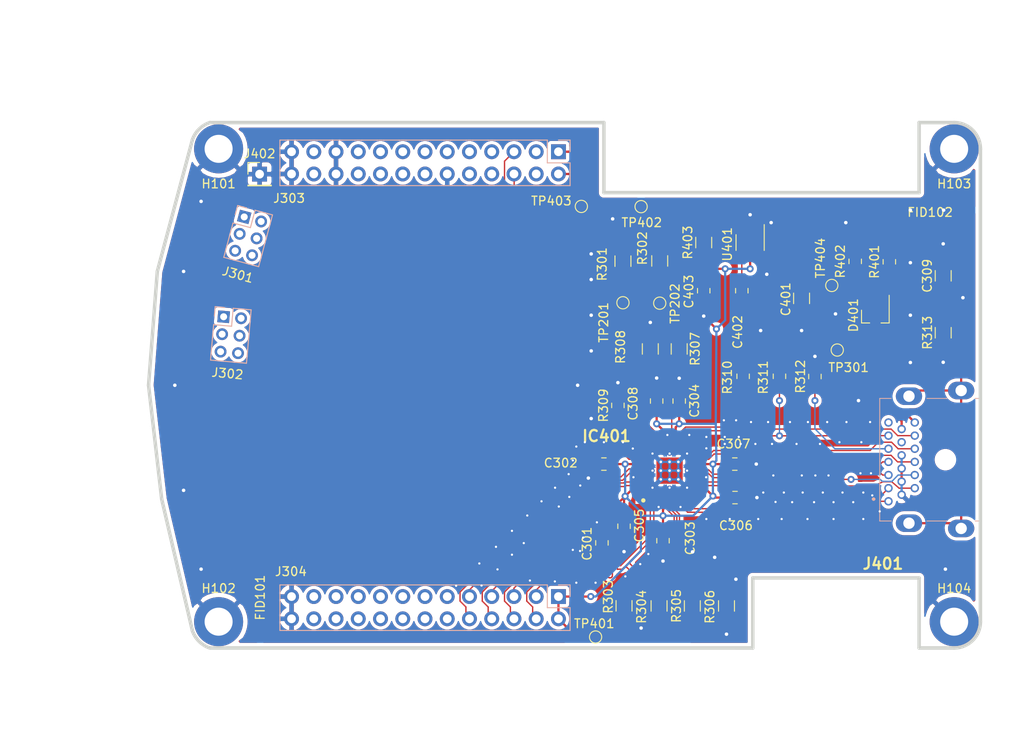
<source format=kicad_pcb>
(kicad_pcb (version 20171130) (host pcbnew 5.1.5-52549c5~84~ubuntu16.04.1)

  (general
    (thickness 1.6)
    (drawings 23)
    (tracks 2733)
    (zones 0)
    (modules 50)
    (nets 38)
  )

  (page A4)
  (title_block
    (title "RPT Extension Module")
    (date 2019-11-11)
    (rev A)
    (company "Primoz Beltram s.p.")
  )

  (layers
    (0 Top signal)
    (31 Bottom signal)
    (32 B.Adhes user)
    (33 F.Adhes user)
    (34 B.Paste user)
    (35 F.Paste user)
    (36 B.SilkS user)
    (37 F.SilkS user)
    (38 B.Mask user)
    (39 F.Mask user)
    (40 Dwgs.User user)
    (41 Cmts.User user)
    (42 Eco1.User user)
    (43 Eco2.User user)
    (44 Edge.Cuts user)
    (45 Margin user)
    (46 B.CrtYd user)
    (47 F.CrtYd user)
    (48 B.Fab user)
    (49 F.Fab user hide)
  )

  (setup
    (last_trace_width 0.1524)
    (user_trace_width 0.254)
    (trace_clearance 0.1524)
    (zone_clearance 0.381)
    (zone_45_only no)
    (trace_min 0.1524)
    (via_size 0.8)
    (via_drill 0.4)
    (via_min_size 0.254)
    (via_min_drill 0.254)
    (user_via 0.508 0.254)
    (uvia_size 0.8)
    (uvia_drill 0.3)
    (uvias_allowed no)
    (uvia_min_size 0.254)
    (uvia_min_drill 0.254)
    (edge_width 0.15)
    (segment_width 0.2)
    (pcb_text_width 0.3)
    (pcb_text_size 1.5 1.5)
    (mod_edge_width 0.15)
    (mod_text_size 1 1)
    (mod_text_width 0.15)
    (pad_size 1.7 1.7)
    (pad_drill 1)
    (pad_to_mask_clearance 0.0762)
    (solder_mask_min_width 0.1016)
    (aux_axis_origin 123 70)
    (grid_origin 123 70)
    (visible_elements FFFFFF7F)
    (pcbplotparams
      (layerselection 0x010fc_ffffffff)
      (usegerberextensions false)
      (usegerberattributes false)
      (usegerberadvancedattributes false)
      (creategerberjobfile false)
      (excludeedgelayer true)
      (linewidth 0.100000)
      (plotframeref false)
      (viasonmask false)
      (mode 1)
      (useauxorigin false)
      (hpglpennumber 1)
      (hpglpenspeed 20)
      (hpglpendiameter 15.000000)
      (psnegative false)
      (psa4output false)
      (plotreference true)
      (plotvalue true)
      (plotinvisibletext false)
      (padsonsilk false)
      (subtractmaskfromsilk false)
      (outputformat 1)
      (mirror false)
      (drillshape 0)
      (scaleselection 1)
      (outputdirectory ""))
  )

  (net 0 "")
  (net 1 GND)
  (net 2 +3V3)
  (net 3 /board/SHIELD)
  (net 4 /VCC5V0)
  (net 5 "Net-(C402-Pad2)")
  (net 6 "Net-(C402-Pad1)")
  (net 7 /board/VSWT5V0)
  (net 8 /board/DIO_N1)
  (net 9 /board/DIO_P1)
  (net 10 /board/DIO_N4)
  (net 11 /board/DIO_P4)
  (net 12 /board/DIO_N3)
  (net 13 /board/DIO_P3)
  (net 14 /board/DIO_N2)
  (net 15 /board/DIO_P2)
  (net 16 +5V)
  (net 17 /power/VCC5VBOOST)
  (net 18 "Net-(R403-Pad2)")
  (net 19 /board/CDIO_P1)
  (net 20 /board/CDIO_N1)
  (net 21 /board/CDIO_P2)
  (net 22 /board/CDIO_N2)
  (net 23 /board/CDIO_P3)
  (net 24 /board/CDIO_N3)
  (net 25 /board/CDIO_P4)
  (net 26 /board/CDIO_N4)
  (net 27 /board/CI2C_SCL)
  (net 28 /board/CI2C_SDA)
  (net 29 /board/CCEC)
  (net 30 /board/I2CEN)
  (net 31 /board/~OE)
  (net 32 /board/PRE)
  (net 33 /board/OVS)
  (net 34 /board/VSADJ)
  (net 35 /rpt_connector/I2C1_SDA)
  (net 36 /rpt_connector/I2C1_SCL)
  (net 37 -3V3)

  (net_class Default "This is the default net class."
    (clearance 0.1524)
    (trace_width 0.1524)
    (via_dia 0.8)
    (via_drill 0.4)
    (uvia_dia 0.8)
    (uvia_drill 0.3)
    (diff_pair_width 0.1524)
    (diff_pair_gap 0.254)
    (add_net +3V3)
    (add_net +5V)
    (add_net -3V3)
    (add_net /VCC5V0)
    (add_net /board/CCEC)
    (add_net /board/CDIO_N1)
    (add_net /board/CDIO_N2)
    (add_net /board/CDIO_N3)
    (add_net /board/CDIO_N4)
    (add_net /board/CDIO_P1)
    (add_net /board/CDIO_P2)
    (add_net /board/CDIO_P3)
    (add_net /board/CDIO_P4)
    (add_net /board/CI2C_SCL)
    (add_net /board/CI2C_SDA)
    (add_net /board/DIO_N1)
    (add_net /board/DIO_N2)
    (add_net /board/DIO_N3)
    (add_net /board/DIO_N4)
    (add_net /board/DIO_P1)
    (add_net /board/DIO_P2)
    (add_net /board/DIO_P3)
    (add_net /board/DIO_P4)
    (add_net /board/I2CEN)
    (add_net /board/OVS)
    (add_net /board/PRE)
    (add_net /board/SHIELD)
    (add_net /board/VSADJ)
    (add_net /board/VSWT5V0)
    (add_net /board/~OE)
    (add_net /power/VCC5VBOOST)
    (add_net /rpt_connector/I2C1_SCL)
    (add_net /rpt_connector/I2C1_SDA)
    (add_net GND)
    (add_net "Net-(C402-Pad1)")
    (add_net "Net-(C402-Pad2)")
    (add_net "Net-(R403-Pad2)")
  )

  (net_class Power ""
    (clearance 0.1524)
    (trace_width 0.6096)
    (via_dia 0.9)
    (via_drill 0.45)
    (uvia_dia 0.8)
    (uvia_drill 0.3)
    (diff_pair_width 0.25)
    (diff_pair_gap 0.25)
  )

  (module custom_device:QFN50P600X600X100-41N-D locked (layer Top) (tedit 5DE78CF7) (tstamp 5DDBA46A)
    (at 133.5 79.75 90)
    (descr TMDS141RHAR)
    (tags "Integrated Circuit")
    (path /5DC992C8/5DD1EAF0)
    (attr smd)
    (fp_text reference IC401 (at 3.95 -7.2 180) (layer F.SilkS)
      (effects (font (size 1.27 1.27) (thickness 0.254)))
    )
    (fp_text value TMDS141RHAR (at 0 -4.9 90) (layer F.SilkS) hide
      (effects (font (size 1.27 1.27) (thickness 0.254)))
    )
    (fp_text user %R (at 2.65 4.7 90) (layer F.Fab)
      (effects (font (size 1.27 1.27) (thickness 0.254)))
    )
    (fp_line (start -3.65 -3.65) (end 3.65 -3.65) (layer F.CrtYd) (width 0.05))
    (fp_line (start 3.65 -3.65) (end 3.65 3.65) (layer F.CrtYd) (width 0.05))
    (fp_line (start 3.65 3.65) (end -3.65 3.65) (layer F.CrtYd) (width 0.05))
    (fp_line (start -3.65 3.65) (end -3.65 -3.65) (layer F.CrtYd) (width 0.05))
    (fp_line (start -3 -3) (end 3 -3) (layer F.Fab) (width 0.1))
    (fp_line (start 3 -3) (end 3 3) (layer F.Fab) (width 0.1))
    (fp_line (start 3 3) (end -3 3) (layer F.Fab) (width 0.1))
    (fp_line (start -3 3) (end -3 -3) (layer F.Fab) (width 0.1))
    (fp_line (start -3 -2.5) (end -2.5 -3) (layer F.Fab) (width 0.1))
    (fp_circle (center -3.4 -3) (end -3.4 -2.875) (layer F.SilkS) (width 0.25))
    (pad 41 thru_hole circle (at 1 1 90) (size 0.6 0.6) (drill 0.3) (layers *.Cu)
      (net 1 GND))
    (pad 41 thru_hole circle (at 0 1 90) (size 0.6 0.6) (drill 0.3) (layers *.Cu)
      (net 1 GND))
    (pad 41 thru_hole circle (at -1 1 90) (size 0.6 0.6) (drill 0.3) (layers *.Cu)
      (net 1 GND))
    (pad 41 thru_hole circle (at 1 0 90) (size 0.6 0.6) (drill 0.3) (layers *.Cu)
      (net 1 GND))
    (pad 41 thru_hole circle (at 0 0 90) (size 0.6 0.6) (drill 0.3) (layers *.Cu)
      (net 1 GND))
    (pad 41 thru_hole circle (at -1 0 90) (size 0.6 0.6) (drill 0.3) (layers *.Cu)
      (net 1 GND))
    (pad 41 thru_hole circle (at 1 -1 90) (size 0.6 0.6) (drill 0.3) (layers *.Cu)
      (net 1 GND))
    (pad 41 thru_hole circle (at 0 -1 90) (size 0.6 0.6) (drill 0.3) (layers *.Cu)
      (net 1 GND))
    (pad 41 thru_hole circle (at -1 -1 90) (size 0.6 0.6) (drill 0.3) (layers *.Cu)
      (net 1 GND))
    (pad 1 smd roundrect (at -2.95 -2.25 180) (size 0.3 0.9) (layers Top F.Paste F.Mask) (roundrect_rratio 0.25)
      (net 8 /board/DIO_N1))
    (pad 2 smd rect (at -2.95 -1.75 180) (size 0.3 0.9) (layers Top F.Paste F.Mask)
      (net 9 /board/DIO_P1))
    (pad 3 smd rect (at -2.95 -1.25 180) (size 0.3 0.9) (layers Top F.Paste F.Mask)
      (net 1 GND))
    (pad 4 smd rect (at -2.95 -0.75 180) (size 0.3 0.9) (layers Top F.Paste F.Mask)
      (net 2 +3V3))
    (pad 5 smd rect (at -2.95 -0.25 180) (size 0.3 0.9) (layers Top F.Paste F.Mask)
      (net 30 /board/I2CEN))
    (pad 6 smd rect (at -2.95 0.25 180) (size 0.3 0.9) (layers Top F.Paste F.Mask)
      (net 31 /board/~OE))
    (pad 7 smd rect (at -2.95 0.75 180) (size 0.3 0.9) (layers Top F.Paste F.Mask)
      (net 32 /board/PRE))
    (pad 8 smd rect (at -2.95 1.25 180) (size 0.3 0.9) (layers Top F.Paste F.Mask)
      (net 1 GND))
    (pad 9 smd rect (at -2.95 1.75 180) (size 0.3 0.9) (layers Top F.Paste F.Mask)
      (net 19 /board/CDIO_P1))
    (pad 10 smd roundrect (at -2.95 2.25 180) (size 0.3 0.9) (layers Top F.Paste F.Mask) (roundrect_rratio 0.25)
      (net 20 /board/CDIO_N1))
    (pad 11 smd roundrect (at -2.25 2.95 90) (size 0.3 0.9) (layers Top F.Paste F.Mask) (roundrect_rratio 0.25)
      (net 2 +3V3))
    (pad 12 smd rect (at -1.75 2.95 90) (size 0.3 0.9) (layers Top F.Paste F.Mask)
      (net 21 /board/CDIO_P2))
    (pad 13 smd rect (at -1.25 2.95 90) (size 0.3 0.9) (layers Top F.Paste F.Mask)
      (net 22 /board/CDIO_N2))
    (pad 14 smd rect (at -0.75 2.95 90) (size 0.3 0.9) (layers Top F.Paste F.Mask)
      (net 1 GND))
    (pad 15 smd rect (at -0.25 2.95 90) (size 0.3 0.9) (layers Top F.Paste F.Mask)
      (net 23 /board/CDIO_P3))
    (pad 16 smd rect (at 0.25 2.95 90) (size 0.3 0.9) (layers Top F.Paste F.Mask)
      (net 24 /board/CDIO_N3))
    (pad 17 smd rect (at 0.75 2.95 90) (size 0.3 0.9) (layers Top F.Paste F.Mask)
      (net 2 +3V3))
    (pad 18 smd rect (at 1.25 2.95 90) (size 0.3 0.9) (layers Top F.Paste F.Mask)
      (net 25 /board/CDIO_P4))
    (pad 19 smd rect (at 1.75 2.95 90) (size 0.3 0.9) (layers Top F.Paste F.Mask)
      (net 26 /board/CDIO_N4))
    (pad 20 smd roundrect (at 2.25 2.95 90) (size 0.3 0.9) (layers Top F.Paste F.Mask) (roundrect_rratio 0.25)
      (net 1 GND))
    (pad 21 smd roundrect (at 2.95 2.25 180) (size 0.3 0.9) (layers Top F.Paste F.Mask) (roundrect_rratio 0.25)
      (net 1 GND))
    (pad 22 smd rect (at 2.95 1.75 180) (size 0.3 0.9) (layers Top F.Paste F.Mask)
      (net 27 /board/CI2C_SCL))
    (pad 23 smd rect (at 2.95 1.25 180) (size 0.3 0.9) (layers Top F.Paste F.Mask)
      (net 28 /board/CI2C_SDA))
    (pad 24 smd rect (at 2.95 0.75 180) (size 0.3 0.9) (layers Top F.Paste F.Mask)
      (net 2 +3V3))
    (pad 25 smd rect (at 2.95 0.25 180) (size 0.3 0.9) (layers Top F.Paste F.Mask)
      (net 33 /board/OVS))
    (pad 26 smd rect (at 2.95 -0.25 180) (size 0.3 0.9) (layers Top F.Paste F.Mask)
      (net 1 GND))
    (pad 27 smd rect (at 2.95 -0.75 180) (size 0.3 0.9) (layers Top F.Paste F.Mask)
      (net 2 +3V3))
    (pad 28 smd rect (at 2.95 -1.25 180) (size 0.3 0.9) (layers Top F.Paste F.Mask)
      (net 35 /rpt_connector/I2C1_SDA))
    (pad 29 smd rect (at 2.95 -1.75 180) (size 0.3 0.9) (layers Top F.Paste F.Mask)
      (net 36 /rpt_connector/I2C1_SCL))
    (pad 30 smd roundrect (at 2.95 -2.25 180) (size 0.3 0.9) (layers Top F.Paste F.Mask) (roundrect_rratio 0.25)
      (net 34 /board/VSADJ))
    (pad 31 smd roundrect (at 2.25 -2.95 90) (size 0.3 0.9) (layers Top F.Paste F.Mask) (roundrect_rratio 0.25)
      (net 1 GND))
    (pad 32 smd rect (at 1.75 -2.95 90) (size 0.3 0.9) (layers Top F.Paste F.Mask)
      (net 10 /board/DIO_N4))
    (pad 33 smd rect (at 1.25 -2.95 90) (size 0.3 0.9) (layers Top F.Paste F.Mask)
      (net 11 /board/DIO_P4))
    (pad 34 smd rect (at 0.75 -2.95 90) (size 0.3 0.9) (layers Top F.Paste F.Mask)
      (net 2 +3V3))
    (pad 35 smd rect (at 0.25 -2.95 90) (size 0.3 0.9) (layers Top F.Paste F.Mask)
      (net 12 /board/DIO_N3))
    (pad 36 smd rect (at -0.25 -2.95 90) (size 0.3 0.9) (layers Top F.Paste F.Mask)
      (net 13 /board/DIO_P3))
    (pad 37 smd rect (at -0.75 -2.95 90) (size 0.3 0.9) (layers Top F.Paste F.Mask)
      (net 1 GND))
    (pad 38 smd rect (at -1.25 -2.95 90) (size 0.3 0.9) (layers Top F.Paste F.Mask)
      (net 14 /board/DIO_N2))
    (pad 39 smd rect (at -1.75 -2.95 90) (size 0.3 0.9) (layers Top F.Paste F.Mask)
      (net 15 /board/DIO_P2))
    (pad 40 smd roundrect (at -2.25 -2.95 90) (size 0.3 0.9) (layers Top F.Paste F.Mask) (roundrect_rratio 0.25)
      (net 2 +3V3))
    (pad 41 smd rect (at 0 0 90) (size 3 3) (layers Top F.Paste F.Mask)
      (net 1 GND))
    (model /home/primozb/src/svnrepos/myZynq/hw/libraries/packages3d/device/TMDS141RHAR.stp
      (at (xyz 0 0 0))
      (scale (xyz 1 1 1))
      (rotate (xyz 0 0 0))
    )
  )

  (module TestPoint:TestPoint_Pad_D1.0mm (layer Top) (tedit 5A0F774F) (tstamp 5DE6C1C5)
    (at 125.05 98.75)
    (descr "SMD pad as test Point, diameter 1.0mm")
    (tags "test point SMD pad")
    (path /5DC97C78/5DE6B9FC)
    (attr virtual)
    (fp_text reference TP401 (at -0.15 -1.525 180) (layer F.SilkS)
      (effects (font (size 1 1) (thickness 0.15)))
    )
    (fp_text value TP_3V3 (at 0 1.55) (layer F.Fab)
      (effects (font (size 1 1) (thickness 0.15)))
    )
    (fp_circle (center 0 0) (end 0 0.7) (layer F.SilkS) (width 0.12))
    (fp_circle (center 0 0) (end 1 0) (layer F.CrtYd) (width 0.05))
    (fp_text user %R (at 0 -1.45) (layer F.Fab)
      (effects (font (size 1 1) (thickness 0.15)))
    )
    (pad 1 smd circle (at 0 0) (size 1 1) (layers Top F.Mask)
      (net 2 +3V3))
  )

  (module TestPoint:TestPoint_Pad_D1.0mm (layer Top) (tedit 5A0F774F) (tstamp 5DE692B0)
    (at 152.025 58.6)
    (descr "SMD pad as test Point, diameter 1.0mm")
    (tags "test point SMD pad")
    (path /5DC97C78/5DE6CC01)
    (attr virtual)
    (fp_text reference TP404 (at -1.3 -3.125 90) (layer F.SilkS)
      (effects (font (size 1 1) (thickness 0.15)))
    )
    (fp_text value TP_5V0 (at 0 1.55) (layer F.Fab)
      (effects (font (size 1 1) (thickness 0.15)))
    )
    (fp_circle (center 0 0) (end 0 0.7) (layer F.SilkS) (width 0.12))
    (fp_circle (center 0 0) (end 1 0) (layer F.CrtYd) (width 0.05))
    (fp_text user %R (at 0 -1.45) (layer F.Fab)
      (effects (font (size 1 1) (thickness 0.15)))
    )
    (pad 1 smd circle (at 0 0) (size 1 1) (layers Top F.Mask)
      (net 4 /VCC5V0))
  )

  (module TestPoint:TestPoint_Pad_D1.0mm (layer Top) (tedit 5A0F774F) (tstamp 5DE692A8)
    (at 123.425 49.575)
    (descr "SMD pad as test Point, diameter 1.0mm")
    (tags "test point SMD pad")
    (path /5DC97C78/5DE6C87E)
    (attr virtual)
    (fp_text reference TP403 (at -3.425 -0.625) (layer F.SilkS)
      (effects (font (size 1 1) (thickness 0.15)))
    )
    (fp_text value TP_-3V (at 0 1.55) (layer F.Fab)
      (effects (font (size 1 1) (thickness 0.15)))
    )
    (fp_circle (center 0 0) (end 0 0.7) (layer F.SilkS) (width 0.12))
    (fp_circle (center 0 0) (end 1 0) (layer F.CrtYd) (width 0.05))
    (fp_text user %R (at 0 -1.45) (layer F.Fab)
      (effects (font (size 1 1) (thickness 0.15)))
    )
    (pad 1 smd circle (at 0 0) (size 1 1) (layers Top F.Mask)
      (net 37 -3V3))
  )

  (module TestPoint:TestPoint_Pad_D1.0mm (layer Top) (tedit 5A0F774F) (tstamp 5DE692A0)
    (at 130.25 49.6)
    (descr "SMD pad as test Point, diameter 1.0mm")
    (tags "test point SMD pad")
    (path /5DC97C78/5DE6C5DA)
    (attr virtual)
    (fp_text reference TP402 (at 0.075 1.825) (layer F.SilkS)
      (effects (font (size 1 1) (thickness 0.15)))
    )
    (fp_text value TP_5V (at 0 1.55) (layer F.Fab)
      (effects (font (size 1 1) (thickness 0.15)))
    )
    (fp_circle (center 0 0) (end 0 0.7) (layer F.SilkS) (width 0.12))
    (fp_circle (center 0 0) (end 1 0) (layer F.CrtYd) (width 0.05))
    (fp_text user %R (at 0 -1.45) (layer F.Fab)
      (effects (font (size 1 1) (thickness 0.15)))
    )
    (pad 1 smd circle (at 0 0) (size 1 1) (layers Top F.Mask)
      (net 16 +5V))
  )

  (module TestPoint:TestPoint_Pad_D1.0mm (layer Top) (tedit 5A0F774F) (tstamp 5DE69290)
    (at 152.65 65.975)
    (descr "SMD pad as test Point, diameter 1.0mm")
    (tags "test point SMD pad")
    (path /5DC992C8/5DE8114F)
    (attr virtual)
    (fp_text reference TP301 (at 1.3 2) (layer F.SilkS)
      (effects (font (size 1 1) (thickness 0.15)))
    )
    (fp_text value TP_WT5V0 (at 0 1.55) (layer F.Fab)
      (effects (font (size 1 1) (thickness 0.15)))
    )
    (fp_circle (center 0 0) (end 0 0.7) (layer F.SilkS) (width 0.12))
    (fp_circle (center 0 0) (end 1 0) (layer F.CrtYd) (width 0.05))
    (fp_text user %R (at 0 -1.45) (layer F.Fab)
      (effects (font (size 1 1) (thickness 0.15)))
    )
    (pad 1 smd circle (at 0 0) (size 1 1) (layers Top F.Mask)
      (net 7 /board/VSWT5V0))
  )

  (module TestPoint:TestPoint_Pad_D1.0mm (layer Top) (tedit 5A0F774F) (tstamp 5DE69288)
    (at 132.375 60.625)
    (descr "SMD pad as test Point, diameter 1.0mm")
    (tags "test point SMD pad")
    (path /5DCC263D/5DE719B8)
    (attr virtual)
    (fp_text reference TP202 (at 1.75 0.05 90) (layer F.SilkS)
      (effects (font (size 1 1) (thickness 0.15)))
    )
    (fp_text value TP_SDA (at 0 1.55) (layer F.Fab)
      (effects (font (size 1 1) (thickness 0.15)))
    )
    (fp_circle (center 0 0) (end 0 0.7) (layer F.SilkS) (width 0.12))
    (fp_circle (center 0 0) (end 1 0) (layer F.CrtYd) (width 0.05))
    (fp_text user %R (at 0 -1.45) (layer F.Fab)
      (effects (font (size 1 1) (thickness 0.15)))
    )
    (pad 1 smd circle (at 0 0) (size 1 1) (layers Top F.Mask)
      (net 35 /rpt_connector/I2C1_SDA))
  )

  (module TestPoint:TestPoint_Pad_D1.0mm (layer Top) (tedit 5A0F774F) (tstamp 5DE69280)
    (at 128.175 60.575)
    (descr "SMD pad as test Point, diameter 1.0mm")
    (tags "test point SMD pad")
    (path /5DCC263D/5DE714A7)
    (attr virtual)
    (fp_text reference TP201 (at -2.2 2.25 90) (layer F.SilkS)
      (effects (font (size 1 1) (thickness 0.15)))
    )
    (fp_text value TP_SCL (at 0 1.55) (layer F.Fab)
      (effects (font (size 1 1) (thickness 0.15)))
    )
    (fp_circle (center 0 0) (end 0 0.7) (layer F.SilkS) (width 0.12))
    (fp_circle (center 0 0) (end 1 0) (layer F.CrtYd) (width 0.05))
    (fp_text user %R (at 0 -1.45) (layer F.Fab)
      (effects (font (size 1 1) (thickness 0.15)))
    )
    (pad 1 smd circle (at 0 0) (size 1 1) (layers Top F.Mask)
      (net 36 /rpt_connector/I2C1_SCL))
  )

  (module Connector_PinHeader_2.54mm:PinHeader_1x01_P2.54mm_Vertical locked (layer Top) (tedit 59FED5CC) (tstamp 5DE69078)
    (at 86.68 45.89)
    (descr "Through hole straight pin header, 1x01, 2.54mm pitch, single row")
    (tags "Through hole pin header THT 1x01 2.54mm single row")
    (path /5DC97C78/5DE6AF0F)
    (fp_text reference J402 (at 0 -2.33) (layer F.SilkS)
      (effects (font (size 1 1) (thickness 0.15)))
    )
    (fp_text value TP_GND (at 0 2.33) (layer F.Fab)
      (effects (font (size 1 1) (thickness 0.15)))
    )
    (fp_text user %R (at 0 0 90) (layer F.Fab)
      (effects (font (size 1 1) (thickness 0.15)))
    )
    (fp_line (start 1.8 -1.8) (end -1.8 -1.8) (layer F.CrtYd) (width 0.05))
    (fp_line (start 1.8 1.8) (end 1.8 -1.8) (layer F.CrtYd) (width 0.05))
    (fp_line (start -1.8 1.8) (end 1.8 1.8) (layer F.CrtYd) (width 0.05))
    (fp_line (start -1.8 -1.8) (end -1.8 1.8) (layer F.CrtYd) (width 0.05))
    (fp_line (start -1.33 -1.33) (end 0 -1.33) (layer F.SilkS) (width 0.12))
    (fp_line (start -1.33 0) (end -1.33 -1.33) (layer F.SilkS) (width 0.12))
    (fp_line (start -1.33 1.27) (end 1.33 1.27) (layer F.SilkS) (width 0.12))
    (fp_line (start 1.33 1.27) (end 1.33 1.33) (layer F.SilkS) (width 0.12))
    (fp_line (start -1.33 1.27) (end -1.33 1.33) (layer F.SilkS) (width 0.12))
    (fp_line (start -1.33 1.33) (end 1.33 1.33) (layer F.SilkS) (width 0.12))
    (fp_line (start -1.27 -0.635) (end -0.635 -1.27) (layer F.Fab) (width 0.1))
    (fp_line (start -1.27 1.27) (end -1.27 -0.635) (layer F.Fab) (width 0.1))
    (fp_line (start 1.27 1.27) (end -1.27 1.27) (layer F.Fab) (width 0.1))
    (fp_line (start 1.27 -1.27) (end 1.27 1.27) (layer F.Fab) (width 0.1))
    (fp_line (start -0.635 -1.27) (end 1.27 -1.27) (layer F.Fab) (width 0.1))
    (pad 1 thru_hole rect (at 0 0) (size 1.7 1.7) (drill 1) (layers *.Cu *.Mask)
      (net 1 GND))
    (model ${KISYS3DMOD}/Connector_PinHeader_2.54mm.3dshapes/PinHeader_1x01_P2.54mm_Vertical.wrl
      (at (xyz 0 0 0))
      (scale (xyz 1 1 1))
      (rotate (xyz 0 0 0))
    )
  )

  (module Package_TO_SOT_SMD:SOT-23-6_Handsoldering (layer Top) (tedit 5A02FF57) (tstamp 5DDBA657)
    (at 142.7 53.7 270)
    (descr "6-pin SOT-23 package, Handsoldering")
    (tags "SOT-23-6 Handsoldering")
    (path /5DC97C78/5DD8AE5F)
    (attr smd)
    (fp_text reference U401 (at 0.2 2.6 90) (layer F.SilkS)
      (effects (font (size 1 1) (thickness 0.15)))
    )
    (fp_text value REG710-DBV (at 0 2.9 90) (layer F.Fab)
      (effects (font (size 1 1) (thickness 0.15)))
    )
    (fp_line (start 0.9 -1.55) (end 0.9 1.55) (layer F.Fab) (width 0.1))
    (fp_line (start 0.9 1.55) (end -0.9 1.55) (layer F.Fab) (width 0.1))
    (fp_line (start -0.9 -0.9) (end -0.9 1.55) (layer F.Fab) (width 0.1))
    (fp_line (start 0.9 -1.55) (end -0.25 -1.55) (layer F.Fab) (width 0.1))
    (fp_line (start -0.9 -0.9) (end -0.25 -1.55) (layer F.Fab) (width 0.1))
    (fp_line (start -2.4 -1.8) (end 2.4 -1.8) (layer F.CrtYd) (width 0.05))
    (fp_line (start 2.4 -1.8) (end 2.4 1.8) (layer F.CrtYd) (width 0.05))
    (fp_line (start 2.4 1.8) (end -2.4 1.8) (layer F.CrtYd) (width 0.05))
    (fp_line (start -2.4 1.8) (end -2.4 -1.8) (layer F.CrtYd) (width 0.05))
    (fp_line (start 0.9 -1.61) (end -2.05 -1.61) (layer F.SilkS) (width 0.12))
    (fp_line (start -0.9 1.61) (end 0.9 1.61) (layer F.SilkS) (width 0.12))
    (fp_text user %R (at 0 0) (layer F.Fab)
      (effects (font (size 0.5 0.5) (thickness 0.075)))
    )
    (pad 5 smd rect (at 1.35 0 270) (size 1.56 0.65) (layers Top F.Paste F.Mask)
      (net 2 +3V3))
    (pad 6 smd rect (at 1.35 -0.95 270) (size 1.56 0.65) (layers Top F.Paste F.Mask)
      (net 6 "Net-(C402-Pad1)"))
    (pad 4 smd rect (at 1.35 0.95 270) (size 1.56 0.65) (layers Top F.Paste F.Mask)
      (net 5 "Net-(C402-Pad2)"))
    (pad 3 smd rect (at -1.35 0.95 270) (size 1.56 0.65) (layers Top F.Paste F.Mask)
      (net 18 "Net-(R403-Pad2)"))
    (pad 2 smd rect (at -1.35 0 270) (size 1.56 0.65) (layers Top F.Paste F.Mask)
      (net 1 GND))
    (pad 1 smd rect (at -1.35 -0.95 270) (size 1.56 0.65) (layers Top F.Paste F.Mask)
      (net 17 /power/VCC5VBOOST))
    (model ${KISYS3DMOD}/Package_TO_SOT_SMD.3dshapes/SOT-23-6.wrl
      (at (xyz 0 0 0))
      (scale (xyz 1 1 1))
      (rotate (xyz 0 0 0))
    )
  )

  (module Resistor_SMD:R_1206_3216Metric_Pad1.42x1.75mm_HandSolder (layer Top) (tedit 5B301BBD) (tstamp 5DDBA641)
    (at 137.4 53.7 90)
    (descr "Resistor SMD 1206 (3216 Metric), square (rectangular) end terminal, IPC_7351 nominal with elongated pad for handsoldering. (Body size source: http://www.tortai-tech.com/upload/download/2011102023233369053.pdf), generated with kicad-footprint-generator")
    (tags "resistor handsolder")
    (path /5DC97C78/5DD91E3C)
    (attr smd)
    (fp_text reference R403 (at 0 -1.82 90) (layer F.SilkS)
      (effects (font (size 1 1) (thickness 0.15)))
    )
    (fp_text value 10k (at 0 1.82 90) (layer F.Fab)
      (effects (font (size 1 1) (thickness 0.15)))
    )
    (fp_text user %R (at 0 0 90) (layer F.Fab)
      (effects (font (size 0.8 0.8) (thickness 0.12)))
    )
    (fp_line (start 2.45 1.12) (end -2.45 1.12) (layer F.CrtYd) (width 0.05))
    (fp_line (start 2.45 -1.12) (end 2.45 1.12) (layer F.CrtYd) (width 0.05))
    (fp_line (start -2.45 -1.12) (end 2.45 -1.12) (layer F.CrtYd) (width 0.05))
    (fp_line (start -2.45 1.12) (end -2.45 -1.12) (layer F.CrtYd) (width 0.05))
    (fp_line (start -0.602064 0.91) (end 0.602064 0.91) (layer F.SilkS) (width 0.12))
    (fp_line (start -0.602064 -0.91) (end 0.602064 -0.91) (layer F.SilkS) (width 0.12))
    (fp_line (start 1.6 0.8) (end -1.6 0.8) (layer F.Fab) (width 0.1))
    (fp_line (start 1.6 -0.8) (end 1.6 0.8) (layer F.Fab) (width 0.1))
    (fp_line (start -1.6 -0.8) (end 1.6 -0.8) (layer F.Fab) (width 0.1))
    (fp_line (start -1.6 0.8) (end -1.6 -0.8) (layer F.Fab) (width 0.1))
    (pad 2 smd roundrect (at 1.4875 0 90) (size 1.425 1.75) (layers Top F.Paste F.Mask) (roundrect_rratio 0.175439)
      (net 18 "Net-(R403-Pad2)"))
    (pad 1 smd roundrect (at -1.4875 0 90) (size 1.425 1.75) (layers Top F.Paste F.Mask) (roundrect_rratio 0.175439)
      (net 2 +3V3))
    (model ${KISYS3DMOD}/Resistor_SMD.3dshapes/R_1206_3216Metric.wrl
      (at (xyz 0 0 0))
      (scale (xyz 1 1 1))
      (rotate (xyz 0 0 0))
    )
  )

  (module Resistor_SMD:R_0805_2012Metric_Pad1.15x1.40mm_HandSolder (layer Top) (tedit 5B36C52B) (tstamp 5DDBA630)
    (at 154.7 55.85 270)
    (descr "Resistor SMD 0805 (2012 Metric), square (rectangular) end terminal, IPC_7351 nominal with elongated pad for handsoldering. (Body size source: https://docs.google.com/spreadsheets/d/1BsfQQcO9C6DZCsRaXUlFlo91Tg2WpOkGARC1WS5S8t0/edit?usp=sharing), generated with kicad-footprint-generator")
    (tags "resistor handsolder")
    (path /5DC97C78/5DD8E8E6)
    (attr smd)
    (fp_text reference R402 (at 0 1.7 90) (layer F.SilkS)
      (effects (font (size 1 1) (thickness 0.15)))
    )
    (fp_text value 0 (at 0 1.65 90) (layer F.Fab)
      (effects (font (size 1 1) (thickness 0.15)))
    )
    (fp_text user %R (at 0 0 90) (layer F.Fab)
      (effects (font (size 0.5 0.5) (thickness 0.08)))
    )
    (fp_line (start 1.85 0.95) (end -1.85 0.95) (layer F.CrtYd) (width 0.05))
    (fp_line (start 1.85 -0.95) (end 1.85 0.95) (layer F.CrtYd) (width 0.05))
    (fp_line (start -1.85 -0.95) (end 1.85 -0.95) (layer F.CrtYd) (width 0.05))
    (fp_line (start -1.85 0.95) (end -1.85 -0.95) (layer F.CrtYd) (width 0.05))
    (fp_line (start -0.261252 0.71) (end 0.261252 0.71) (layer F.SilkS) (width 0.12))
    (fp_line (start -0.261252 -0.71) (end 0.261252 -0.71) (layer F.SilkS) (width 0.12))
    (fp_line (start 1 0.6) (end -1 0.6) (layer F.Fab) (width 0.1))
    (fp_line (start 1 -0.6) (end 1 0.6) (layer F.Fab) (width 0.1))
    (fp_line (start -1 -0.6) (end 1 -0.6) (layer F.Fab) (width 0.1))
    (fp_line (start -1 0.6) (end -1 -0.6) (layer F.Fab) (width 0.1))
    (pad 2 smd roundrect (at 1.025 0 270) (size 1.15 1.4) (layers Top F.Paste F.Mask) (roundrect_rratio 0.217391)
      (net 4 /VCC5V0))
    (pad 1 smd roundrect (at -1.025 0 270) (size 1.15 1.4) (layers Top F.Paste F.Mask) (roundrect_rratio 0.217391)
      (net 17 /power/VCC5VBOOST))
    (model ${KISYS3DMOD}/Resistor_SMD.3dshapes/R_0805_2012Metric.wrl
      (at (xyz 0 0 0))
      (scale (xyz 1 1 1))
      (rotate (xyz 0 0 0))
    )
  )

  (module Resistor_SMD:R_0805_2012Metric_Pad1.15x1.40mm_HandSolder (layer Top) (tedit 5B36C52B) (tstamp 5DDBA61F)
    (at 158.6 55.9 270)
    (descr "Resistor SMD 0805 (2012 Metric), square (rectangular) end terminal, IPC_7351 nominal with elongated pad for handsoldering. (Body size source: https://docs.google.com/spreadsheets/d/1BsfQQcO9C6DZCsRaXUlFlo91Tg2WpOkGARC1WS5S8t0/edit?usp=sharing), generated with kicad-footprint-generator")
    (tags "resistor handsolder")
    (path /5DC97C78/5DD8E559)
    (attr smd)
    (fp_text reference R401 (at 0 1.7 90) (layer F.SilkS)
      (effects (font (size 1 1) (thickness 0.15)))
    )
    (fp_text value 0 (at 0 1.65 90) (layer F.Fab)
      (effects (font (size 1 1) (thickness 0.15)))
    )
    (fp_text user %R (at 0 0 90) (layer F.Fab)
      (effects (font (size 0.5 0.5) (thickness 0.08)))
    )
    (fp_line (start 1.85 0.95) (end -1.85 0.95) (layer F.CrtYd) (width 0.05))
    (fp_line (start 1.85 -0.95) (end 1.85 0.95) (layer F.CrtYd) (width 0.05))
    (fp_line (start -1.85 -0.95) (end 1.85 -0.95) (layer F.CrtYd) (width 0.05))
    (fp_line (start -1.85 0.95) (end -1.85 -0.95) (layer F.CrtYd) (width 0.05))
    (fp_line (start -0.261252 0.71) (end 0.261252 0.71) (layer F.SilkS) (width 0.12))
    (fp_line (start -0.261252 -0.71) (end 0.261252 -0.71) (layer F.SilkS) (width 0.12))
    (fp_line (start 1 0.6) (end -1 0.6) (layer F.Fab) (width 0.1))
    (fp_line (start 1 -0.6) (end 1 0.6) (layer F.Fab) (width 0.1))
    (fp_line (start -1 -0.6) (end 1 -0.6) (layer F.Fab) (width 0.1))
    (fp_line (start -1 0.6) (end -1 -0.6) (layer F.Fab) (width 0.1))
    (pad 2 smd roundrect (at 1.025 0 270) (size 1.15 1.4) (layers Top F.Paste F.Mask) (roundrect_rratio 0.217391)
      (net 4 /VCC5V0))
    (pad 1 smd roundrect (at -1.025 0 270) (size 1.15 1.4) (layers Top F.Paste F.Mask) (roundrect_rratio 0.217391)
      (net 16 +5V))
    (model ${KISYS3DMOD}/Resistor_SMD.3dshapes/R_0805_2012Metric.wrl
      (at (xyz 0 0 0))
      (scale (xyz 1 1 1))
      (rotate (xyz 0 0 0))
    )
  )

  (module Resistor_SMD:R_1206_3216Metric_Pad1.42x1.75mm_HandSolder (layer Top) (tedit 5B301BBD) (tstamp 5DE6C535)
    (at 164.75 64 270)
    (descr "Resistor SMD 1206 (3216 Metric), square (rectangular) end terminal, IPC_7351 nominal with elongated pad for handsoldering. (Body size source: http://www.tortai-tech.com/upload/download/2011102023233369053.pdf), generated with kicad-footprint-generator")
    (tags "resistor handsolder")
    (path /5DC992C8/5DE0F571)
    (attr smd)
    (fp_text reference R313 (at 0 1.8 90) (layer F.SilkS)
      (effects (font (size 1 1) (thickness 0.15)))
    )
    (fp_text value 1M (at 0 1.82 90) (layer F.Fab)
      (effects (font (size 1 1) (thickness 0.15)))
    )
    (fp_text user %R (at 0 0 90) (layer F.Fab)
      (effects (font (size 0.8 0.8) (thickness 0.12)))
    )
    (fp_line (start 2.45 1.12) (end -2.45 1.12) (layer F.CrtYd) (width 0.05))
    (fp_line (start 2.45 -1.12) (end 2.45 1.12) (layer F.CrtYd) (width 0.05))
    (fp_line (start -2.45 -1.12) (end 2.45 -1.12) (layer F.CrtYd) (width 0.05))
    (fp_line (start -2.45 1.12) (end -2.45 -1.12) (layer F.CrtYd) (width 0.05))
    (fp_line (start -0.602064 0.91) (end 0.602064 0.91) (layer F.SilkS) (width 0.12))
    (fp_line (start -0.602064 -0.91) (end 0.602064 -0.91) (layer F.SilkS) (width 0.12))
    (fp_line (start 1.6 0.8) (end -1.6 0.8) (layer F.Fab) (width 0.1))
    (fp_line (start 1.6 -0.8) (end 1.6 0.8) (layer F.Fab) (width 0.1))
    (fp_line (start -1.6 -0.8) (end 1.6 -0.8) (layer F.Fab) (width 0.1))
    (fp_line (start -1.6 0.8) (end -1.6 -0.8) (layer F.Fab) (width 0.1))
    (pad 2 smd roundrect (at 1.4875 0 270) (size 1.425 1.75) (layers Top F.Paste F.Mask) (roundrect_rratio 0.175439)
      (net 1 GND))
    (pad 1 smd roundrect (at -1.4875 0 270) (size 1.425 1.75) (layers Top F.Paste F.Mask) (roundrect_rratio 0.175439)
      (net 3 /board/SHIELD))
    (model ${KISYS3DMOD}/Resistor_SMD.3dshapes/R_1206_3216Metric.wrl
      (at (xyz 0 0 0))
      (scale (xyz 1 1 1))
      (rotate (xyz 0 0 0))
    )
  )

  (module Resistor_SMD:R_0805_2012Metric_Pad1.15x1.40mm_HandSolder (layer Top) (tedit 5B36C52B) (tstamp 5DE5988E)
    (at 150.1 69 90)
    (descr "Resistor SMD 0805 (2012 Metric), square (rectangular) end terminal, IPC_7351 nominal with elongated pad for handsoldering. (Body size source: https://docs.google.com/spreadsheets/d/1BsfQQcO9C6DZCsRaXUlFlo91Tg2WpOkGARC1WS5S8t0/edit?usp=sharing), generated with kicad-footprint-generator")
    (tags "resistor handsolder")
    (path /5DC992C8/5DE323A7)
    (attr smd)
    (fp_text reference R312 (at 0 -1.65 90) (layer F.SilkS)
      (effects (font (size 1 1) (thickness 0.15)))
    )
    (fp_text value 0 (at 0 1.65 90) (layer F.Fab)
      (effects (font (size 1 1) (thickness 0.15)))
    )
    (fp_text user %R (at 0 0 90) (layer F.Fab)
      (effects (font (size 0.5 0.5) (thickness 0.08)))
    )
    (fp_line (start 1.85 0.95) (end -1.85 0.95) (layer F.CrtYd) (width 0.05))
    (fp_line (start 1.85 -0.95) (end 1.85 0.95) (layer F.CrtYd) (width 0.05))
    (fp_line (start -1.85 -0.95) (end 1.85 -0.95) (layer F.CrtYd) (width 0.05))
    (fp_line (start -1.85 0.95) (end -1.85 -0.95) (layer F.CrtYd) (width 0.05))
    (fp_line (start -0.261252 0.71) (end 0.261252 0.71) (layer F.SilkS) (width 0.12))
    (fp_line (start -0.261252 -0.71) (end 0.261252 -0.71) (layer F.SilkS) (width 0.12))
    (fp_line (start 1 0.6) (end -1 0.6) (layer F.Fab) (width 0.1))
    (fp_line (start 1 -0.6) (end 1 0.6) (layer F.Fab) (width 0.1))
    (fp_line (start -1 -0.6) (end 1 -0.6) (layer F.Fab) (width 0.1))
    (fp_line (start -1 0.6) (end -1 -0.6) (layer F.Fab) (width 0.1))
    (pad 2 smd roundrect (at 1.025 0 90) (size 1.15 1.4) (layers Top F.Paste F.Mask) (roundrect_rratio 0.217391)
      (net 1 GND))
    (pad 1 smd roundrect (at -1.025 0 90) (size 1.15 1.4) (layers Top F.Paste F.Mask) (roundrect_rratio 0.217391)
      (net 29 /board/CCEC))
    (model ${KISYS3DMOD}/Resistor_SMD.3dshapes/R_0805_2012Metric.wrl
      (at (xyz 0 0 0))
      (scale (xyz 1 1 1))
      (rotate (xyz 0 0 0))
    )
  )

  (module Resistor_SMD:R_0805_2012Metric_Pad1.15x1.40mm_HandSolder (layer Top) (tedit 5B36C52B) (tstamp 5DDBA5EC)
    (at 146.05 68.975 270)
    (descr "Resistor SMD 0805 (2012 Metric), square (rectangular) end terminal, IPC_7351 nominal with elongated pad for handsoldering. (Body size source: https://docs.google.com/spreadsheets/d/1BsfQQcO9C6DZCsRaXUlFlo91Tg2WpOkGARC1WS5S8t0/edit?usp=sharing), generated with kicad-footprint-generator")
    (tags "resistor handsolder")
    (path /5DC992C8/5DD36817)
    (attr smd)
    (fp_text reference R311 (at 0.125 1.85 90) (layer F.SilkS)
      (effects (font (size 1 1) (thickness 0.15)))
    )
    (fp_text value 1.74k (at 0 1.65 90) (layer F.Fab)
      (effects (font (size 1 1) (thickness 0.15)))
    )
    (fp_text user %R (at 0 0 90) (layer F.Fab)
      (effects (font (size 0.5 0.5) (thickness 0.08)))
    )
    (fp_line (start 1.85 0.95) (end -1.85 0.95) (layer F.CrtYd) (width 0.05))
    (fp_line (start 1.85 -0.95) (end 1.85 0.95) (layer F.CrtYd) (width 0.05))
    (fp_line (start -1.85 -0.95) (end 1.85 -0.95) (layer F.CrtYd) (width 0.05))
    (fp_line (start -1.85 0.95) (end -1.85 -0.95) (layer F.CrtYd) (width 0.05))
    (fp_line (start -0.261252 0.71) (end 0.261252 0.71) (layer F.SilkS) (width 0.12))
    (fp_line (start -0.261252 -0.71) (end 0.261252 -0.71) (layer F.SilkS) (width 0.12))
    (fp_line (start 1 0.6) (end -1 0.6) (layer F.Fab) (width 0.1))
    (fp_line (start 1 -0.6) (end 1 0.6) (layer F.Fab) (width 0.1))
    (fp_line (start -1 -0.6) (end 1 -0.6) (layer F.Fab) (width 0.1))
    (fp_line (start -1 0.6) (end -1 -0.6) (layer F.Fab) (width 0.1))
    (pad 2 smd roundrect (at 1.025 0 270) (size 1.15 1.4) (layers Top F.Paste F.Mask) (roundrect_rratio 0.217391)
      (net 27 /board/CI2C_SCL))
    (pad 1 smd roundrect (at -1.025 0 270) (size 1.15 1.4) (layers Top F.Paste F.Mask) (roundrect_rratio 0.217391)
      (net 7 /board/VSWT5V0))
    (model ${KISYS3DMOD}/Resistor_SMD.3dshapes/R_0805_2012Metric.wrl
      (at (xyz 0 0 0))
      (scale (xyz 1 1 1))
      (rotate (xyz 0 0 0))
    )
  )

  (module Resistor_SMD:R_0805_2012Metric_Pad1.15x1.40mm_HandSolder (layer Top) (tedit 5B36C52B) (tstamp 5DDBA5DB)
    (at 141.9 68.975 270)
    (descr "Resistor SMD 0805 (2012 Metric), square (rectangular) end terminal, IPC_7351 nominal with elongated pad for handsoldering. (Body size source: https://docs.google.com/spreadsheets/d/1BsfQQcO9C6DZCsRaXUlFlo91Tg2WpOkGARC1WS5S8t0/edit?usp=sharing), generated with kicad-footprint-generator")
    (tags "resistor handsolder")
    (path /5DC992C8/5DD72965)
    (attr smd)
    (fp_text reference R310 (at 0.125 1.8 90) (layer F.SilkS)
      (effects (font (size 1 1) (thickness 0.15)))
    )
    (fp_text value 1.74k (at 0 1.65 90) (layer F.Fab)
      (effects (font (size 1 1) (thickness 0.15)))
    )
    (fp_text user %R (at 0 0 90) (layer F.Fab)
      (effects (font (size 0.5 0.5) (thickness 0.08)))
    )
    (fp_line (start 1.85 0.95) (end -1.85 0.95) (layer F.CrtYd) (width 0.05))
    (fp_line (start 1.85 -0.95) (end 1.85 0.95) (layer F.CrtYd) (width 0.05))
    (fp_line (start -1.85 -0.95) (end 1.85 -0.95) (layer F.CrtYd) (width 0.05))
    (fp_line (start -1.85 0.95) (end -1.85 -0.95) (layer F.CrtYd) (width 0.05))
    (fp_line (start -0.261252 0.71) (end 0.261252 0.71) (layer F.SilkS) (width 0.12))
    (fp_line (start -0.261252 -0.71) (end 0.261252 -0.71) (layer F.SilkS) (width 0.12))
    (fp_line (start 1 0.6) (end -1 0.6) (layer F.Fab) (width 0.1))
    (fp_line (start 1 -0.6) (end 1 0.6) (layer F.Fab) (width 0.1))
    (fp_line (start -1 -0.6) (end 1 -0.6) (layer F.Fab) (width 0.1))
    (fp_line (start -1 0.6) (end -1 -0.6) (layer F.Fab) (width 0.1))
    (pad 2 smd roundrect (at 1.025 0 270) (size 1.15 1.4) (layers Top F.Paste F.Mask) (roundrect_rratio 0.217391)
      (net 28 /board/CI2C_SDA))
    (pad 1 smd roundrect (at -1.025 0 270) (size 1.15 1.4) (layers Top F.Paste F.Mask) (roundrect_rratio 0.217391)
      (net 7 /board/VSWT5V0))
    (model ${KISYS3DMOD}/Resistor_SMD.3dshapes/R_0805_2012Metric.wrl
      (at (xyz 0 0 0))
      (scale (xyz 1 1 1))
      (rotate (xyz 0 0 0))
    )
  )

  (module Resistor_SMD:R_0805_2012Metric_Pad1.15x1.40mm_HandSolder (layer Top) (tedit 5B36C52B) (tstamp 5DDBA5CA)
    (at 127.6 72.3 90)
    (descr "Resistor SMD 0805 (2012 Metric), square (rectangular) end terminal, IPC_7351 nominal with elongated pad for handsoldering. (Body size source: https://docs.google.com/spreadsheets/d/1BsfQQcO9C6DZCsRaXUlFlo91Tg2WpOkGARC1WS5S8t0/edit?usp=sharing), generated with kicad-footprint-generator")
    (tags "resistor handsolder")
    (path /5DC992C8/5DD75309)
    (attr smd)
    (fp_text reference R309 (at 0 -1.65 90) (layer F.SilkS)
      (effects (font (size 1 1) (thickness 0.15)))
    )
    (fp_text value 4.64k (at 0 1.65 90) (layer F.Fab)
      (effects (font (size 1 1) (thickness 0.15)))
    )
    (fp_text user %R (at 0 0 90) (layer F.Fab)
      (effects (font (size 0.5 0.5) (thickness 0.08)))
    )
    (fp_line (start 1.85 0.95) (end -1.85 0.95) (layer F.CrtYd) (width 0.05))
    (fp_line (start 1.85 -0.95) (end 1.85 0.95) (layer F.CrtYd) (width 0.05))
    (fp_line (start -1.85 -0.95) (end 1.85 -0.95) (layer F.CrtYd) (width 0.05))
    (fp_line (start -1.85 0.95) (end -1.85 -0.95) (layer F.CrtYd) (width 0.05))
    (fp_line (start -0.261252 0.71) (end 0.261252 0.71) (layer F.SilkS) (width 0.12))
    (fp_line (start -0.261252 -0.71) (end 0.261252 -0.71) (layer F.SilkS) (width 0.12))
    (fp_line (start 1 0.6) (end -1 0.6) (layer F.Fab) (width 0.1))
    (fp_line (start 1 -0.6) (end 1 0.6) (layer F.Fab) (width 0.1))
    (fp_line (start -1 -0.6) (end 1 -0.6) (layer F.Fab) (width 0.1))
    (fp_line (start -1 0.6) (end -1 -0.6) (layer F.Fab) (width 0.1))
    (pad 2 smd roundrect (at 1.025 0 90) (size 1.15 1.4) (layers Top F.Paste F.Mask) (roundrect_rratio 0.217391)
      (net 1 GND))
    (pad 1 smd roundrect (at -1.025 0 90) (size 1.15 1.4) (layers Top F.Paste F.Mask) (roundrect_rratio 0.217391)
      (net 34 /board/VSADJ))
    (model ${KISYS3DMOD}/Resistor_SMD.3dshapes/R_0805_2012Metric.wrl
      (at (xyz 0 0 0))
      (scale (xyz 1 1 1))
      (rotate (xyz 0 0 0))
    )
  )

  (module Resistor_SMD:R_1206_3216Metric_Pad1.42x1.75mm_HandSolder (layer Top) (tedit 5B301BBD) (tstamp 5DDBA5B9)
    (at 131.3 65.85 90)
    (descr "Resistor SMD 1206 (3216 Metric), square (rectangular) end terminal, IPC_7351 nominal with elongated pad for handsoldering. (Body size source: http://www.tortai-tech.com/upload/download/2011102023233369053.pdf), generated with kicad-footprint-generator")
    (tags "resistor handsolder")
    (path /5DC992C8/5DD7424D)
    (attr smd)
    (fp_text reference R308 (at 0.225 -3.4 90) (layer F.SilkS)
      (effects (font (size 1 1) (thickness 0.15)))
    )
    (fp_text value 10k (at 0 1.82 90) (layer F.Fab)
      (effects (font (size 1 1) (thickness 0.15)))
    )
    (fp_text user %R (at 0 0 90) (layer F.Fab)
      (effects (font (size 0.8 0.8) (thickness 0.12)))
    )
    (fp_line (start 2.45 1.12) (end -2.45 1.12) (layer F.CrtYd) (width 0.05))
    (fp_line (start 2.45 -1.12) (end 2.45 1.12) (layer F.CrtYd) (width 0.05))
    (fp_line (start -2.45 -1.12) (end 2.45 -1.12) (layer F.CrtYd) (width 0.05))
    (fp_line (start -2.45 1.12) (end -2.45 -1.12) (layer F.CrtYd) (width 0.05))
    (fp_line (start -0.602064 0.91) (end 0.602064 0.91) (layer F.SilkS) (width 0.12))
    (fp_line (start -0.602064 -0.91) (end 0.602064 -0.91) (layer F.SilkS) (width 0.12))
    (fp_line (start 1.6 0.8) (end -1.6 0.8) (layer F.Fab) (width 0.1))
    (fp_line (start 1.6 -0.8) (end 1.6 0.8) (layer F.Fab) (width 0.1))
    (fp_line (start -1.6 -0.8) (end 1.6 -0.8) (layer F.Fab) (width 0.1))
    (fp_line (start -1.6 0.8) (end -1.6 -0.8) (layer F.Fab) (width 0.1))
    (pad 2 smd roundrect (at 1.4875 0 90) (size 1.425 1.75) (layers Top F.Paste F.Mask) (roundrect_rratio 0.175439)
      (net 1 GND))
    (pad 1 smd roundrect (at -1.4875 0 90) (size 1.425 1.75) (layers Top F.Paste F.Mask) (roundrect_rratio 0.175439)
      (net 33 /board/OVS))
    (model ${KISYS3DMOD}/Resistor_SMD.3dshapes/R_1206_3216Metric.wrl
      (at (xyz 0 0 0))
      (scale (xyz 1 1 1))
      (rotate (xyz 0 0 0))
    )
  )

  (module Resistor_SMD:R_1206_3216Metric_Pad1.42x1.75mm_HandSolder (layer Top) (tedit 5B301BBD) (tstamp 5DDBA5A8)
    (at 134.6 65.85 270)
    (descr "Resistor SMD 1206 (3216 Metric), square (rectangular) end terminal, IPC_7351 nominal with elongated pad for handsoldering. (Body size source: http://www.tortai-tech.com/upload/download/2011102023233369053.pdf), generated with kicad-footprint-generator")
    (tags "resistor handsolder")
    (path /5DC992C8/5DD72E79)
    (attr smd)
    (fp_text reference R307 (at 0 -1.82 90) (layer F.SilkS)
      (effects (font (size 1 1) (thickness 0.15)))
    )
    (fp_text value 10k (at 0 1.82 90) (layer F.Fab)
      (effects (font (size 1 1) (thickness 0.15)))
    )
    (fp_text user %R (at 0 0 90) (layer F.Fab)
      (effects (font (size 0.8 0.8) (thickness 0.12)))
    )
    (fp_line (start 2.45 1.12) (end -2.45 1.12) (layer F.CrtYd) (width 0.05))
    (fp_line (start 2.45 -1.12) (end 2.45 1.12) (layer F.CrtYd) (width 0.05))
    (fp_line (start -2.45 -1.12) (end 2.45 -1.12) (layer F.CrtYd) (width 0.05))
    (fp_line (start -2.45 1.12) (end -2.45 -1.12) (layer F.CrtYd) (width 0.05))
    (fp_line (start -0.602064 0.91) (end 0.602064 0.91) (layer F.SilkS) (width 0.12))
    (fp_line (start -0.602064 -0.91) (end 0.602064 -0.91) (layer F.SilkS) (width 0.12))
    (fp_line (start 1.6 0.8) (end -1.6 0.8) (layer F.Fab) (width 0.1))
    (fp_line (start 1.6 -0.8) (end 1.6 0.8) (layer F.Fab) (width 0.1))
    (fp_line (start -1.6 -0.8) (end 1.6 -0.8) (layer F.Fab) (width 0.1))
    (fp_line (start -1.6 0.8) (end -1.6 -0.8) (layer F.Fab) (width 0.1))
    (pad 2 smd roundrect (at 1.4875 0 270) (size 1.425 1.75) (layers Top F.Paste F.Mask) (roundrect_rratio 0.175439)
      (net 33 /board/OVS))
    (pad 1 smd roundrect (at -1.4875 0 270) (size 1.425 1.75) (layers Top F.Paste F.Mask) (roundrect_rratio 0.175439)
      (net 2 +3V3))
    (model ${KISYS3DMOD}/Resistor_SMD.3dshapes/R_1206_3216Metric.wrl
      (at (xyz 0 0 0))
      (scale (xyz 1 1 1))
      (rotate (xyz 0 0 0))
    )
  )

  (module Resistor_SMD:R_1206_3216Metric_Pad1.42x1.75mm_HandSolder (layer Top) (tedit 5B301BBD) (tstamp 5DDBA597)
    (at 140 95.2 270)
    (descr "Resistor SMD 1206 (3216 Metric), square (rectangular) end terminal, IPC_7351 nominal with elongated pad for handsoldering. (Body size source: http://www.tortai-tech.com/upload/download/2011102023233369053.pdf), generated with kicad-footprint-generator")
    (tags "resistor handsolder")
    (path /5DC992C8/5DD74DCA)
    (attr smd)
    (fp_text reference R306 (at 0.1 1.9 90) (layer F.SilkS)
      (effects (font (size 1 1) (thickness 0.15)))
    )
    (fp_text value 10k (at 0 1.82 90) (layer F.Fab)
      (effects (font (size 1 1) (thickness 0.15)))
    )
    (fp_text user %R (at 0 0 90) (layer F.Fab)
      (effects (font (size 0.8 0.8) (thickness 0.12)))
    )
    (fp_line (start 2.45 1.12) (end -2.45 1.12) (layer F.CrtYd) (width 0.05))
    (fp_line (start 2.45 -1.12) (end 2.45 1.12) (layer F.CrtYd) (width 0.05))
    (fp_line (start -2.45 -1.12) (end 2.45 -1.12) (layer F.CrtYd) (width 0.05))
    (fp_line (start -2.45 1.12) (end -2.45 -1.12) (layer F.CrtYd) (width 0.05))
    (fp_line (start -0.602064 0.91) (end 0.602064 0.91) (layer F.SilkS) (width 0.12))
    (fp_line (start -0.602064 -0.91) (end 0.602064 -0.91) (layer F.SilkS) (width 0.12))
    (fp_line (start 1.6 0.8) (end -1.6 0.8) (layer F.Fab) (width 0.1))
    (fp_line (start 1.6 -0.8) (end 1.6 0.8) (layer F.Fab) (width 0.1))
    (fp_line (start -1.6 -0.8) (end 1.6 -0.8) (layer F.Fab) (width 0.1))
    (fp_line (start -1.6 0.8) (end -1.6 -0.8) (layer F.Fab) (width 0.1))
    (pad 2 smd roundrect (at 1.4875 0 270) (size 1.425 1.75) (layers Top F.Paste F.Mask) (roundrect_rratio 0.175439)
      (net 1 GND))
    (pad 1 smd roundrect (at -1.4875 0 270) (size 1.425 1.75) (layers Top F.Paste F.Mask) (roundrect_rratio 0.175439)
      (net 32 /board/PRE))
    (model ${KISYS3DMOD}/Resistor_SMD.3dshapes/R_1206_3216Metric.wrl
      (at (xyz 0 0 0))
      (scale (xyz 1 1 1))
      (rotate (xyz 0 0 0))
    )
  )

  (module Resistor_SMD:R_1206_3216Metric_Pad1.42x1.75mm_HandSolder (layer Top) (tedit 5B301BBD) (tstamp 5DDBA586)
    (at 136.1 95.2 90)
    (descr "Resistor SMD 1206 (3216 Metric), square (rectangular) end terminal, IPC_7351 nominal with elongated pad for handsoldering. (Body size source: http://www.tortai-tech.com/upload/download/2011102023233369053.pdf), generated with kicad-footprint-generator")
    (tags "resistor handsolder")
    (path /5DC992C8/5DD73AA3)
    (attr smd)
    (fp_text reference R305 (at 0 -1.82 90) (layer F.SilkS)
      (effects (font (size 1 1) (thickness 0.15)))
    )
    (fp_text value 10k (at 0 1.82 90) (layer F.Fab)
      (effects (font (size 1 1) (thickness 0.15)))
    )
    (fp_text user %R (at 0 0 90) (layer F.Fab)
      (effects (font (size 0.8 0.8) (thickness 0.12)))
    )
    (fp_line (start 2.45 1.12) (end -2.45 1.12) (layer F.CrtYd) (width 0.05))
    (fp_line (start 2.45 -1.12) (end 2.45 1.12) (layer F.CrtYd) (width 0.05))
    (fp_line (start -2.45 -1.12) (end 2.45 -1.12) (layer F.CrtYd) (width 0.05))
    (fp_line (start -2.45 1.12) (end -2.45 -1.12) (layer F.CrtYd) (width 0.05))
    (fp_line (start -0.602064 0.91) (end 0.602064 0.91) (layer F.SilkS) (width 0.12))
    (fp_line (start -0.602064 -0.91) (end 0.602064 -0.91) (layer F.SilkS) (width 0.12))
    (fp_line (start 1.6 0.8) (end -1.6 0.8) (layer F.Fab) (width 0.1))
    (fp_line (start 1.6 -0.8) (end 1.6 0.8) (layer F.Fab) (width 0.1))
    (fp_line (start -1.6 -0.8) (end 1.6 -0.8) (layer F.Fab) (width 0.1))
    (fp_line (start -1.6 0.8) (end -1.6 -0.8) (layer F.Fab) (width 0.1))
    (pad 2 smd roundrect (at 1.4875 0 90) (size 1.425 1.75) (layers Top F.Paste F.Mask) (roundrect_rratio 0.175439)
      (net 32 /board/PRE))
    (pad 1 smd roundrect (at -1.4875 0 90) (size 1.425 1.75) (layers Top F.Paste F.Mask) (roundrect_rratio 0.175439)
      (net 2 +3V3))
    (model ${KISYS3DMOD}/Resistor_SMD.3dshapes/R_1206_3216Metric.wrl
      (at (xyz 0 0 0))
      (scale (xyz 1 1 1))
      (rotate (xyz 0 0 0))
    )
  )

  (module Resistor_SMD:R_1206_3216Metric_Pad1.42x1.75mm_HandSolder (layer Top) (tedit 5B301BBD) (tstamp 5DDBA575)
    (at 132.3 95.2 270)
    (descr "Resistor SMD 1206 (3216 Metric), square (rectangular) end terminal, IPC_7351 nominal with elongated pad for handsoldering. (Body size source: http://www.tortai-tech.com/upload/download/2011102023233369053.pdf), generated with kicad-footprint-generator")
    (tags "resistor handsolder")
    (path /5DC992C8/5DD750FD)
    (attr smd)
    (fp_text reference R304 (at 0.1 2 90) (layer F.SilkS)
      (effects (font (size 1 1) (thickness 0.15)))
    )
    (fp_text value 10k (at 0 1.82 90) (layer F.Fab)
      (effects (font (size 1 1) (thickness 0.15)))
    )
    (fp_text user %R (at 0 0 90) (layer F.Fab)
      (effects (font (size 0.8 0.8) (thickness 0.12)))
    )
    (fp_line (start 2.45 1.12) (end -2.45 1.12) (layer F.CrtYd) (width 0.05))
    (fp_line (start 2.45 -1.12) (end 2.45 1.12) (layer F.CrtYd) (width 0.05))
    (fp_line (start -2.45 -1.12) (end 2.45 -1.12) (layer F.CrtYd) (width 0.05))
    (fp_line (start -2.45 1.12) (end -2.45 -1.12) (layer F.CrtYd) (width 0.05))
    (fp_line (start -0.602064 0.91) (end 0.602064 0.91) (layer F.SilkS) (width 0.12))
    (fp_line (start -0.602064 -0.91) (end 0.602064 -0.91) (layer F.SilkS) (width 0.12))
    (fp_line (start 1.6 0.8) (end -1.6 0.8) (layer F.Fab) (width 0.1))
    (fp_line (start 1.6 -0.8) (end 1.6 0.8) (layer F.Fab) (width 0.1))
    (fp_line (start -1.6 -0.8) (end 1.6 -0.8) (layer F.Fab) (width 0.1))
    (fp_line (start -1.6 0.8) (end -1.6 -0.8) (layer F.Fab) (width 0.1))
    (pad 2 smd roundrect (at 1.4875 0 270) (size 1.425 1.75) (layers Top F.Paste F.Mask) (roundrect_rratio 0.175439)
      (net 1 GND))
    (pad 1 smd roundrect (at -1.4875 0 270) (size 1.425 1.75) (layers Top F.Paste F.Mask) (roundrect_rratio 0.175439)
      (net 31 /board/~OE))
    (model ${KISYS3DMOD}/Resistor_SMD.3dshapes/R_1206_3216Metric.wrl
      (at (xyz 0 0 0))
      (scale (xyz 1 1 1))
      (rotate (xyz 0 0 0))
    )
  )

  (module Resistor_SMD:R_1206_3216Metric_Pad1.42x1.75mm_HandSolder (layer Top) (tedit 5B301BBD) (tstamp 5DDBA564)
    (at 128.3 95.1875 90)
    (descr "Resistor SMD 1206 (3216 Metric), square (rectangular) end terminal, IPC_7351 nominal with elongated pad for handsoldering. (Body size source: http://www.tortai-tech.com/upload/download/2011102023233369053.pdf), generated with kicad-footprint-generator")
    (tags "resistor handsolder")
    (path /5DC992C8/5DD73F39)
    (attr smd)
    (fp_text reference R303 (at 1.0375 -1.8 90) (layer F.SilkS)
      (effects (font (size 1 1) (thickness 0.15)))
    )
    (fp_text value 10k (at 0 1.82 90) (layer F.Fab)
      (effects (font (size 1 1) (thickness 0.15)))
    )
    (fp_text user %R (at 0 0 90) (layer F.Fab)
      (effects (font (size 0.8 0.8) (thickness 0.12)))
    )
    (fp_line (start 2.45 1.12) (end -2.45 1.12) (layer F.CrtYd) (width 0.05))
    (fp_line (start 2.45 -1.12) (end 2.45 1.12) (layer F.CrtYd) (width 0.05))
    (fp_line (start -2.45 -1.12) (end 2.45 -1.12) (layer F.CrtYd) (width 0.05))
    (fp_line (start -2.45 1.12) (end -2.45 -1.12) (layer F.CrtYd) (width 0.05))
    (fp_line (start -0.602064 0.91) (end 0.602064 0.91) (layer F.SilkS) (width 0.12))
    (fp_line (start -0.602064 -0.91) (end 0.602064 -0.91) (layer F.SilkS) (width 0.12))
    (fp_line (start 1.6 0.8) (end -1.6 0.8) (layer F.Fab) (width 0.1))
    (fp_line (start 1.6 -0.8) (end 1.6 0.8) (layer F.Fab) (width 0.1))
    (fp_line (start -1.6 -0.8) (end 1.6 -0.8) (layer F.Fab) (width 0.1))
    (fp_line (start -1.6 0.8) (end -1.6 -0.8) (layer F.Fab) (width 0.1))
    (pad 2 smd roundrect (at 1.4875 0 90) (size 1.425 1.75) (layers Top F.Paste F.Mask) (roundrect_rratio 0.175439)
      (net 30 /board/I2CEN))
    (pad 1 smd roundrect (at -1.4875 0 90) (size 1.425 1.75) (layers Top F.Paste F.Mask) (roundrect_rratio 0.175439)
      (net 2 +3V3))
    (model ${KISYS3DMOD}/Resistor_SMD.3dshapes/R_1206_3216Metric.wrl
      (at (xyz 0 0 0))
      (scale (xyz 1 1 1))
      (rotate (xyz 0 0 0))
    )
  )

  (module Resistor_SMD:R_1206_3216Metric_Pad1.42x1.75mm_HandSolder (layer Top) (tedit 5B301BBD) (tstamp 5DDBA553)
    (at 132.375 55.8 270)
    (descr "Resistor SMD 1206 (3216 Metric), square (rectangular) end terminal, IPC_7351 nominal with elongated pad for handsoldering. (Body size source: http://www.tortai-tech.com/upload/download/2011102023233369053.pdf), generated with kicad-footprint-generator")
    (tags "resistor handsolder")
    (path /5DCC263D/5DD28846)
    (attr smd)
    (fp_text reference R302 (at -1.45 1.975 90) (layer F.SilkS)
      (effects (font (size 1 1) (thickness 0.15)))
    )
    (fp_text value 10k (at 0 1.82 90) (layer F.Fab)
      (effects (font (size 1 1) (thickness 0.15)))
    )
    (fp_text user %R (at 0 0 90) (layer F.Fab)
      (effects (font (size 0.8 0.8) (thickness 0.12)))
    )
    (fp_line (start 2.45 1.12) (end -2.45 1.12) (layer F.CrtYd) (width 0.05))
    (fp_line (start 2.45 -1.12) (end 2.45 1.12) (layer F.CrtYd) (width 0.05))
    (fp_line (start -2.45 -1.12) (end 2.45 -1.12) (layer F.CrtYd) (width 0.05))
    (fp_line (start -2.45 1.12) (end -2.45 -1.12) (layer F.CrtYd) (width 0.05))
    (fp_line (start -0.602064 0.91) (end 0.602064 0.91) (layer F.SilkS) (width 0.12))
    (fp_line (start -0.602064 -0.91) (end 0.602064 -0.91) (layer F.SilkS) (width 0.12))
    (fp_line (start 1.6 0.8) (end -1.6 0.8) (layer F.Fab) (width 0.1))
    (fp_line (start 1.6 -0.8) (end 1.6 0.8) (layer F.Fab) (width 0.1))
    (fp_line (start -1.6 -0.8) (end 1.6 -0.8) (layer F.Fab) (width 0.1))
    (fp_line (start -1.6 0.8) (end -1.6 -0.8) (layer F.Fab) (width 0.1))
    (pad 2 smd roundrect (at 1.4875 0 270) (size 1.425 1.75) (layers Top F.Paste F.Mask) (roundrect_rratio 0.175439)
      (net 35 /rpt_connector/I2C1_SDA))
    (pad 1 smd roundrect (at -1.4875 0 270) (size 1.425 1.75) (layers Top F.Paste F.Mask) (roundrect_rratio 0.175439)
      (net 2 +3V3))
    (model ${KISYS3DMOD}/Resistor_SMD.3dshapes/R_1206_3216Metric.wrl
      (at (xyz 0 0 0))
      (scale (xyz 1 1 1))
      (rotate (xyz 0 0 0))
    )
  )

  (module Resistor_SMD:R_1206_3216Metric_Pad1.42x1.75mm_HandSolder (layer Top) (tedit 5B301BBD) (tstamp 5DDBA542)
    (at 128.175 55.825 270)
    (descr "Resistor SMD 1206 (3216 Metric), square (rectangular) end terminal, IPC_7351 nominal with elongated pad for handsoldering. (Body size source: http://www.tortai-tech.com/upload/download/2011102023233369053.pdf), generated with kicad-footprint-generator")
    (tags "resistor handsolder")
    (path /5DCC263D/5DD25D79)
    (attr smd)
    (fp_text reference R301 (at 0.35 2.375 90) (layer F.SilkS)
      (effects (font (size 1 1) (thickness 0.15)))
    )
    (fp_text value 10k (at 0 1.82 90) (layer F.Fab)
      (effects (font (size 1 1) (thickness 0.15)))
    )
    (fp_text user %R (at 0 0 90) (layer F.Fab)
      (effects (font (size 0.8 0.8) (thickness 0.12)))
    )
    (fp_line (start 2.45 1.12) (end -2.45 1.12) (layer F.CrtYd) (width 0.05))
    (fp_line (start 2.45 -1.12) (end 2.45 1.12) (layer F.CrtYd) (width 0.05))
    (fp_line (start -2.45 -1.12) (end 2.45 -1.12) (layer F.CrtYd) (width 0.05))
    (fp_line (start -2.45 1.12) (end -2.45 -1.12) (layer F.CrtYd) (width 0.05))
    (fp_line (start -0.602064 0.91) (end 0.602064 0.91) (layer F.SilkS) (width 0.12))
    (fp_line (start -0.602064 -0.91) (end 0.602064 -0.91) (layer F.SilkS) (width 0.12))
    (fp_line (start 1.6 0.8) (end -1.6 0.8) (layer F.Fab) (width 0.1))
    (fp_line (start 1.6 -0.8) (end 1.6 0.8) (layer F.Fab) (width 0.1))
    (fp_line (start -1.6 -0.8) (end 1.6 -0.8) (layer F.Fab) (width 0.1))
    (fp_line (start -1.6 0.8) (end -1.6 -0.8) (layer F.Fab) (width 0.1))
    (pad 2 smd roundrect (at 1.4875 0 270) (size 1.425 1.75) (layers Top F.Paste F.Mask) (roundrect_rratio 0.175439)
      (net 36 /rpt_connector/I2C1_SCL))
    (pad 1 smd roundrect (at -1.4875 0 270) (size 1.425 1.75) (layers Top F.Paste F.Mask) (roundrect_rratio 0.175439)
      (net 2 +3V3))
    (model ${KISYS3DMOD}/Resistor_SMD.3dshapes/R_1206_3216Metric.wrl
      (at (xyz 0 0 0))
      (scale (xyz 1 1 1))
      (rotate (xyz 0 0 0))
    )
  )

  (module custom_conn:HDMI_10029449-112 locked (layer Bottom) (tedit 5DCA913A) (tstamp 5DDBA531)
    (at 165 78.5 270)
    (descr "HSMI 10029449-112")
    (tags Connector)
    (path /5DC992C8/5DD41A27)
    (fp_text reference J401 (at 11.88 7.13) (layer F.SilkS)
      (effects (font (size 1.27 1.27) (thickness 0.254)))
    )
    (fp_text value 10029449-112 (at 0.05 -7.5 270) (layer B.SilkS) hide
      (effects (font (size 1.27 1.27) (thickness 0.254)) (justify mirror))
    )
    (fp_line (start -7 7.5) (end -7 6.2) (layer B.SilkS) (width 0.1))
    (fp_line (start 7 7.5) (end 7 6.2) (layer B.SilkS) (width 0.1))
    (fp_text user %R (at 0 -2.5 270) (layer F.Fab)
      (effects (font (size 1.27 1.27) (thickness 0.254)))
    )
    (fp_line (start -7 7.5) (end 7 7.5) (layer B.Fab) (width 0.2))
    (fp_line (start 7 7.5) (end 7 -5.4) (layer B.Fab) (width 0.2))
    (fp_line (start 7 -5.4) (end -7 -5.4) (layer B.Fab) (width 0.2))
    (fp_line (start -7 -5.4) (end -7 7.5) (layer B.Fab) (width 0.2))
    (fp_line (start -10.432 9.142) (end 10.432 9.142) (layer B.CrtYd) (width 0.1))
    (fp_line (start 10.432 9.142) (end 10.432 -6.4) (layer B.CrtYd) (width 0.1))
    (fp_line (start 10.432 -6.4) (end -10.432 -6.4) (layer B.CrtYd) (width 0.1))
    (fp_line (start -10.432 -6.4) (end -10.432 9.142) (layer B.CrtYd) (width 0.1))
    (fp_line (start -7 7.5) (end 7 7.5) (layer B.SilkS) (width 0.1))
    (fp_line (start -7 2.1) (end -7 -0.2) (layer B.SilkS) (width 0.1))
    (fp_line (start 7 2.1) (end 7 -0.2) (layer B.SilkS) (width 0.1))
    (fp_line (start -7 -3.4) (end -7 -3.9) (layer B.SilkS) (width 0.1))
    (fp_line (start -7 -3.9) (end 7 -3.9) (layer B.SilkS) (width 0.1))
    (fp_line (start 7 -3.9) (end 7 -3.4) (layer B.SilkS) (width 0.1))
    (fp_line (start 4.5 8.1) (end 4.5 8.1) (layer B.SilkS) (width 0.2))
    (fp_line (start 4.5 8.3) (end 4.5 8.3) (layer B.SilkS) (width 0.2))
    (fp_arc (start 4.5 8.2) (end 4.5 8.1) (angle 180) (layer B.SilkS) (width 0.2))
    (fp_arc (start 4.5 8.2) (end 4.5 8.3) (angle 180) (layer B.SilkS) (width 0.2))
    (pad 2 thru_hole circle (at 4 5 270) (size 0.95 0.95) (drill 0.6) (layers *.Cu *.Mask)
      (net 1 GND))
    (pad 4 thru_hole circle (at 3.25 3.5 270) (size 0.95 0.95) (drill 0.6) (layers *.Cu *.Mask)
      (net 21 /board/CDIO_P2))
    (pad 3 thru_hole circle (at 3.25 6.5 270) (size 0.95 0.95) (drill 0.6) (layers *.Cu *.Mask)
      (net 20 /board/CDIO_N1))
    (pad 5 thru_hole circle (at 2.5 5 270) (size 0.95 0.95) (drill 0.6) (layers *.Cu *.Mask)
      (net 1 GND))
    (pad 6 thru_hole circle (at 1.75 3.5 270) (size 0.95 0.95) (drill 0.6) (layers *.Cu *.Mask)
      (net 22 /board/CDIO_N2))
    (pad 7 thru_hole circle (at 1.75 6.5 270) (size 0.95 0.95) (drill 0.6) (layers *.Cu *.Mask)
      (net 23 /board/CDIO_P3))
    (pad 8 thru_hole circle (at 1 5 270) (size 0.95 0.95) (drill 0.6) (layers *.Cu *.Mask)
      (net 1 GND))
    (pad 10 thru_hole circle (at 0.25 3.5 270) (size 0.95 0.95) (drill 0.6) (layers *.Cu *.Mask)
      (net 25 /board/CDIO_P4))
    (pad 9 thru_hole circle (at 0.25 6.5 270) (size 0.95 0.95) (drill 0.6) (layers *.Cu *.Mask)
      (net 24 /board/CDIO_N3))
    (pad 11 thru_hole circle (at -0.5 5 270) (size 0.95 0.95) (drill 0.6) (layers *.Cu *.Mask)
      (net 1 GND))
    (pad 12 thru_hole circle (at -1.25 3.5 270) (size 0.95 0.95) (drill 0.6) (layers *.Cu *.Mask)
      (net 26 /board/CDIO_N4))
    (pad 13 thru_hole circle (at -1.25 6.5 270) (size 0.95 0.95) (drill 0.6) (layers *.Cu *.Mask)
      (net 29 /board/CCEC))
    (pad 14 thru_hole circle (at -2 5 270) (size 0.95 0.95) (drill 0.6) (layers *.Cu *.Mask))
    (pad 16 thru_hole circle (at -2.75 3.5 270) (size 0.95 0.95) (drill 0.6) (layers *.Cu *.Mask)
      (net 28 /board/CI2C_SDA))
    (pad 15 thru_hole circle (at -2.75 6.5 270) (size 0.95 0.95) (drill 0.6) (layers *.Cu *.Mask)
      (net 27 /board/CI2C_SCL))
    (pad 17 thru_hole circle (at -3.5 5 270) (size 0.95 0.95) (drill 0.6) (layers *.Cu *.Mask)
      (net 1 GND))
    (pad 18 thru_hole circle (at -4.25 3.5 270) (size 0.95 0.95) (drill 0.6) (layers *.Cu *.Mask)
      (net 7 /board/VSWT5V0))
    (pad 19 thru_hole circle (at -4.25 6.5 270) (size 0.95 0.95) (drill 0.6) (layers *.Cu *.Mask))
    (pad 1 thru_hole circle (at 4.75 6.5 270) (size 0.95 0.95) (drill 0.6) (layers *.Cu *.Mask)
      (net 19 /board/CDIO_P1))
    (pad MH1 thru_hole oval (at 7.25 4.16 270) (size 2 3) (drill 1.3) (layers *.Cu *.Mask)
      (net 3 /board/SHIELD))
    (pad MH2 thru_hole oval (at 7.85 -1.8 270) (size 2 3) (drill 1.3) (layers *.Cu *.Mask)
      (net 3 /board/SHIELD))
    (pad MH3 thru_hole oval (at -7.25 4.16 270) (size 2 3) (drill 1.3) (layers *.Cu *.Mask)
      (net 3 /board/SHIELD))
    (pad MH4 thru_hole oval (at -7.9 -1.8 270) (size 2 3) (drill 1.3) (layers *.Cu *.Mask)
      (net 3 /board/SHIELD))
    (pad "" np_thru_hole circle (at 0 0 270) (size 1.7 1.7) (drill 1.7) (layers *.Cu *.Mask))
    (model /home/primozb/src/svnrepos/myZynq/hw/libraries/packages3d/conn/1746679-1.stp
      (offset (xyz 0 -5.5 3))
      (scale (xyz 1 1 1))
      (rotate (xyz -90 0 0))
    )
  )

  (module custom_conn:Samtec_ESQT-103-02-F-D_P2.00mm locked (layer Bottom) (tedit 5DCDB45A) (tstamp 5DDBFBFA)
    (at 82.575 62.175 175)
    (descr "Through hole straight socket strip, 2x03, 2.00mm pitch, double cols, Clock Wise pins")
    (tags "Through hole socket strip THT 2x03 2.00mm double row")
    (path /5DCC263D/5DCE7A39)
    (fp_text reference J302 (at -1 -6.429 175) (layer F.SilkS)
      (effects (font (size 1 1) (thickness 0.15)))
    )
    (fp_text value CN17 (at -1 -6.5 175) (layer F.Fab)
      (effects (font (size 1 1) (thickness 0.15)))
    )
    (fp_text user %R (at -1 -2 265) (layer B.Fab)
      (effects (font (size 1 1) (thickness 0.15)) (justify mirror))
    )
    (fp_line (start -3.5 -5.5) (end -3.5 1.5) (layer B.CrtYd) (width 0.05))
    (fp_line (start 1.5 -5.5) (end -3.5 -5.5) (layer B.CrtYd) (width 0.05))
    (fp_line (start 1.5 1.5) (end 1.5 -5.5) (layer B.CrtYd) (width 0.05))
    (fp_line (start -3.5 1.5) (end 1.5 1.5) (layer B.CrtYd) (width 0.05))
    (fp_line (start 0 1.06) (end 1.06 1.06) (layer B.SilkS) (width 0.12))
    (fp_line (start 1.06 1.06) (end 1.06 0) (layer B.SilkS) (width 0.12))
    (fp_line (start -1 1.06) (end -1 -1) (layer B.SilkS) (width 0.12))
    (fp_line (start -1 -1) (end 1.06 -1) (layer B.SilkS) (width 0.12))
    (fp_line (start 1.06 -1) (end 1.06 -5.06) (layer B.SilkS) (width 0.12))
    (fp_line (start -3.06 -5.06) (end 1.06 -5.06) (layer B.SilkS) (width 0.12))
    (fp_line (start -3.06 1.06) (end -3.06 -5.06) (layer B.SilkS) (width 0.12))
    (fp_line (start -3.06 1.06) (end -1 1.06) (layer B.SilkS) (width 0.12))
    (fp_line (start -3 -5) (end -3 1) (layer B.Fab) (width 0.1))
    (fp_line (start 1 -5) (end -3 -5) (layer B.Fab) (width 0.1))
    (fp_line (start 1 0) (end 1 -5) (layer B.Fab) (width 0.1))
    (fp_line (start 0 1) (end 1 0) (layer B.Fab) (width 0.1))
    (fp_line (start -3 1) (end 0 1) (layer B.Fab) (width 0.1))
    (pad 4 thru_hole oval (at -2 -4 175) (size 1.35 1.35) (drill 0.8) (layers *.Cu *.Mask))
    (pad 3 thru_hole oval (at 0 -4 175) (size 1.35 1.35) (drill 0.8) (layers *.Cu *.Mask))
    (pad 5 thru_hole oval (at -2 -2 175) (size 1.35 1.35) (drill 0.8) (layers *.Cu *.Mask))
    (pad 2 thru_hole oval (at 0 -2 175) (size 1.35 1.35) (drill 0.8) (layers *.Cu *.Mask))
    (pad 6 thru_hole oval (at -2 0 175) (size 1.35 1.35) (drill 0.8) (layers *.Cu *.Mask))
    (pad 1 thru_hole rect (at 0 0 175) (size 1.35 1.35) (drill 0.8) (layers *.Cu *.Mask))
    (model /home/primozb/src/svnrepos/myZynq/hw/libraries/packages3d/conn/Samtec_ESQT-103-02-F-D-320.stp
      (offset (xyz -1 -2 13.5))
      (scale (xyz 1 1 1))
      (rotate (xyz -90 0 90))
    )
  )

  (module custom_conn:Samtec_ESQT-103-02-F-D_P2.00mm locked (layer Bottom) (tedit 5DCDB45A) (tstamp 5DDC0737)
    (at 84.925 50.775 165)
    (descr "Through hole straight socket strip, 2x03, 2.00mm pitch, double cols, Clock Wise pins")
    (tags "Through hole socket strip THT 2x03 2.00mm double row")
    (path /5DCC263D/5DCE625C)
    (fp_text reference J301 (at -1 -6.559 165) (layer F.SilkS)
      (effects (font (size 1 1) (thickness 0.15)))
    )
    (fp_text value CN16 (at -1 -6.5 165) (layer F.Fab)
      (effects (font (size 1 1) (thickness 0.15)))
    )
    (fp_text user %R (at -1 -2 255) (layer B.Fab)
      (effects (font (size 1 1) (thickness 0.15)) (justify mirror))
    )
    (fp_line (start -3.5 -5.5) (end -3.5 1.5) (layer B.CrtYd) (width 0.05))
    (fp_line (start 1.5 -5.5) (end -3.5 -5.5) (layer B.CrtYd) (width 0.05))
    (fp_line (start 1.5 1.5) (end 1.5 -5.5) (layer B.CrtYd) (width 0.05))
    (fp_line (start -3.5 1.5) (end 1.5 1.5) (layer B.CrtYd) (width 0.05))
    (fp_line (start 0 1.06) (end 1.06 1.06) (layer B.SilkS) (width 0.12))
    (fp_line (start 1.06 1.06) (end 1.06 0) (layer B.SilkS) (width 0.12))
    (fp_line (start -1 1.06) (end -1 -1) (layer B.SilkS) (width 0.12))
    (fp_line (start -1 -1) (end 1.06 -1) (layer B.SilkS) (width 0.12))
    (fp_line (start 1.06 -1) (end 1.06 -5.06) (layer B.SilkS) (width 0.12))
    (fp_line (start -3.06 -5.06) (end 1.06 -5.06) (layer B.SilkS) (width 0.12))
    (fp_line (start -3.06 1.06) (end -3.06 -5.06) (layer B.SilkS) (width 0.12))
    (fp_line (start -3.06 1.06) (end -1 1.06) (layer B.SilkS) (width 0.12))
    (fp_line (start -3 -5) (end -3 1) (layer B.Fab) (width 0.1))
    (fp_line (start 1 -5) (end -3 -5) (layer B.Fab) (width 0.1))
    (fp_line (start 1 0) (end 1 -5) (layer B.Fab) (width 0.1))
    (fp_line (start 0 1) (end 1 0) (layer B.Fab) (width 0.1))
    (fp_line (start -3 1) (end 0 1) (layer B.Fab) (width 0.1))
    (pad 4 thru_hole oval (at -2 -4 165) (size 1.35 1.35) (drill 0.8) (layers *.Cu *.Mask))
    (pad 3 thru_hole oval (at 0 -4 165) (size 1.35 1.35) (drill 0.8) (layers *.Cu *.Mask))
    (pad 5 thru_hole oval (at -2 -2 165) (size 1.35 1.35) (drill 0.8) (layers *.Cu *.Mask))
    (pad 2 thru_hole oval (at 0 -2 165) (size 1.35 1.35) (drill 0.8) (layers *.Cu *.Mask))
    (pad 6 thru_hole oval (at -2 0 165) (size 1.35 1.35) (drill 0.8) (layers *.Cu *.Mask))
    (pad 1 thru_hole rect (at 0 0 165) (size 1.35 1.35) (drill 0.8) (layers *.Cu *.Mask))
    (model /home/primozb/src/svnrepos/myZynq/hw/libraries/packages3d/conn/Samtec_ESQT-103-02-F-D-320.stp
      (offset (xyz -1 -2 13.5))
      (scale (xyz 1 1 1))
      (rotate (xyz -90 0 90))
    )
  )

  (module Package_TO_SOT_SMD:SOT-23_Handsoldering (layer Top) (tedit 5A0AB76C) (tstamp 5DDBA3E3)
    (at 157 62.125 270)
    (descr "SOT-23, Handsoldering")
    (tags SOT-23)
    (path /5DC992C8/5DD1AD99)
    (attr smd)
    (fp_text reference D401 (at -0.125 2.5 90) (layer F.SilkS)
      (effects (font (size 1 1) (thickness 0.15)))
    )
    (fp_text value BAT54 (at 0 2.5 90) (layer F.Fab)
      (effects (font (size 1 1) (thickness 0.15)))
    )
    (fp_line (start 0.76 1.58) (end -0.7 1.58) (layer F.SilkS) (width 0.12))
    (fp_line (start -0.7 1.52) (end 0.7 1.52) (layer F.Fab) (width 0.1))
    (fp_line (start 0.7 -1.52) (end 0.7 1.52) (layer F.Fab) (width 0.1))
    (fp_line (start -0.7 -0.95) (end -0.15 -1.52) (layer F.Fab) (width 0.1))
    (fp_line (start -0.15 -1.52) (end 0.7 -1.52) (layer F.Fab) (width 0.1))
    (fp_line (start -0.7 -0.95) (end -0.7 1.5) (layer F.Fab) (width 0.1))
    (fp_line (start 0.76 -1.58) (end -2.4 -1.58) (layer F.SilkS) (width 0.12))
    (fp_line (start -2.7 1.75) (end -2.7 -1.75) (layer F.CrtYd) (width 0.05))
    (fp_line (start 2.7 1.75) (end -2.7 1.75) (layer F.CrtYd) (width 0.05))
    (fp_line (start 2.7 -1.75) (end 2.7 1.75) (layer F.CrtYd) (width 0.05))
    (fp_line (start -2.7 -1.75) (end 2.7 -1.75) (layer F.CrtYd) (width 0.05))
    (fp_line (start 0.76 -1.58) (end 0.76 -0.65) (layer F.SilkS) (width 0.12))
    (fp_line (start 0.76 1.58) (end 0.76 0.65) (layer F.SilkS) (width 0.12))
    (fp_text user %R (at 0 0) (layer F.Fab)
      (effects (font (size 0.5 0.5) (thickness 0.075)))
    )
    (pad 3 smd rect (at 1.5 0 270) (size 1.9 0.8) (layers Top F.Paste F.Mask)
      (net 7 /board/VSWT5V0))
    (pad 2 smd rect (at -1.5 0.95 270) (size 1.9 0.8) (layers Top F.Paste F.Mask))
    (pad 1 smd rect (at -1.5 -0.95 270) (size 1.9 0.8) (layers Top F.Paste F.Mask)
      (net 4 /VCC5V0))
    (model ${KISYS3DMOD}/Package_TO_SOT_SMD.3dshapes/SOT-23.wrl
      (at (xyz 0 0 0))
      (scale (xyz 1 1 1))
      (rotate (xyz 0 0 0))
    )
  )

  (module Capacitor_SMD:C_0805_2012Metric_Pad1.15x1.40mm_HandSolder (layer Top) (tedit 5B36C52B) (tstamp 5DDBA3CE)
    (at 137.4 59.2 270)
    (descr "Capacitor SMD 0805 (2012 Metric), square (rectangular) end terminal, IPC_7351 nominal with elongated pad for handsoldering. (Body size source: https://docs.google.com/spreadsheets/d/1BsfQQcO9C6DZCsRaXUlFlo91Tg2WpOkGARC1WS5S8t0/edit?usp=sharing), generated with kicad-footprint-generator")
    (tags "capacitor handsolder")
    (path /5DC97C78/5DD932B5)
    (attr smd)
    (fp_text reference C403 (at 0.1 1.7 90) (layer F.SilkS)
      (effects (font (size 1 1) (thickness 0.15)))
    )
    (fp_text value 2.2uF (at 0 1.65 90) (layer F.Fab)
      (effects (font (size 1 1) (thickness 0.15)))
    )
    (fp_text user %R (at 0 0 90) (layer F.Fab)
      (effects (font (size 0.5 0.5) (thickness 0.08)))
    )
    (fp_line (start 1.85 0.95) (end -1.85 0.95) (layer F.CrtYd) (width 0.05))
    (fp_line (start 1.85 -0.95) (end 1.85 0.95) (layer F.CrtYd) (width 0.05))
    (fp_line (start -1.85 -0.95) (end 1.85 -0.95) (layer F.CrtYd) (width 0.05))
    (fp_line (start -1.85 0.95) (end -1.85 -0.95) (layer F.CrtYd) (width 0.05))
    (fp_line (start -0.261252 0.71) (end 0.261252 0.71) (layer F.SilkS) (width 0.12))
    (fp_line (start -0.261252 -0.71) (end 0.261252 -0.71) (layer F.SilkS) (width 0.12))
    (fp_line (start 1 0.6) (end -1 0.6) (layer F.Fab) (width 0.1))
    (fp_line (start 1 -0.6) (end 1 0.6) (layer F.Fab) (width 0.1))
    (fp_line (start -1 -0.6) (end 1 -0.6) (layer F.Fab) (width 0.1))
    (fp_line (start -1 0.6) (end -1 -0.6) (layer F.Fab) (width 0.1))
    (pad 2 smd roundrect (at 1.025 0 270) (size 1.15 1.4) (layers Top F.Paste F.Mask) (roundrect_rratio 0.217391)
      (net 1 GND))
    (pad 1 smd roundrect (at -1.025 0 270) (size 1.15 1.4) (layers Top F.Paste F.Mask) (roundrect_rratio 0.217391)
      (net 2 +3V3))
    (model ${KISYS3DMOD}/Capacitor_SMD.3dshapes/C_0805_2012Metric.wrl
      (at (xyz 0 0 0))
      (scale (xyz 1 1 1))
      (rotate (xyz 0 0 0))
    )
  )

  (module Capacitor_SMD:C_0805_2012Metric_Pad1.15x1.40mm_HandSolder (layer Top) (tedit 5B36C52B) (tstamp 5DDBA3BD)
    (at 141.75 59.2 90)
    (descr "Capacitor SMD 0805 (2012 Metric), square (rectangular) end terminal, IPC_7351 nominal with elongated pad for handsoldering. (Body size source: https://docs.google.com/spreadsheets/d/1BsfQQcO9C6DZCsRaXUlFlo91Tg2WpOkGARC1WS5S8t0/edit?usp=sharing), generated with kicad-footprint-generator")
    (tags "capacitor handsolder")
    (path /5DC97C78/5DD920F5)
    (attr smd)
    (fp_text reference C402 (at -4.725 -0.475 90) (layer F.SilkS)
      (effects (font (size 1 1) (thickness 0.15)))
    )
    (fp_text value 220n (at 0 1.65 90) (layer F.Fab)
      (effects (font (size 1 1) (thickness 0.15)))
    )
    (fp_text user %R (at 0 0 90) (layer F.Fab)
      (effects (font (size 0.5 0.5) (thickness 0.08)))
    )
    (fp_line (start 1.85 0.95) (end -1.85 0.95) (layer F.CrtYd) (width 0.05))
    (fp_line (start 1.85 -0.95) (end 1.85 0.95) (layer F.CrtYd) (width 0.05))
    (fp_line (start -1.85 -0.95) (end 1.85 -0.95) (layer F.CrtYd) (width 0.05))
    (fp_line (start -1.85 0.95) (end -1.85 -0.95) (layer F.CrtYd) (width 0.05))
    (fp_line (start -0.261252 0.71) (end 0.261252 0.71) (layer F.SilkS) (width 0.12))
    (fp_line (start -0.261252 -0.71) (end 0.261252 -0.71) (layer F.SilkS) (width 0.12))
    (fp_line (start 1 0.6) (end -1 0.6) (layer F.Fab) (width 0.1))
    (fp_line (start 1 -0.6) (end 1 0.6) (layer F.Fab) (width 0.1))
    (fp_line (start -1 -0.6) (end 1 -0.6) (layer F.Fab) (width 0.1))
    (fp_line (start -1 0.6) (end -1 -0.6) (layer F.Fab) (width 0.1))
    (pad 2 smd roundrect (at 1.025 0 90) (size 1.15 1.4) (layers Top F.Paste F.Mask) (roundrect_rratio 0.217391)
      (net 5 "Net-(C402-Pad2)"))
    (pad 1 smd roundrect (at -1.025 0 90) (size 1.15 1.4) (layers Top F.Paste F.Mask) (roundrect_rratio 0.217391)
      (net 6 "Net-(C402-Pad1)"))
    (model ${KISYS3DMOD}/Capacitor_SMD.3dshapes/C_0805_2012Metric.wrl
      (at (xyz 0 0 0))
      (scale (xyz 1 1 1))
      (rotate (xyz 0 0 0))
    )
  )

  (module Capacitor_SMD:C_1206_3216Metric_Pad1.42x1.75mm_HandSolder (layer Top) (tedit 5B301BBE) (tstamp 5DDC187F)
    (at 148.575 60.075 270)
    (descr "Capacitor SMD 1206 (3216 Metric), square (rectangular) end terminal, IPC_7351 nominal with elongated pad for handsoldering. (Body size source: http://www.tortai-tech.com/upload/download/2011102023233369053.pdf), generated with kicad-footprint-generator")
    (tags "capacitor handsolder")
    (path /5DC97C78/5DD91242)
    (attr smd)
    (fp_text reference C401 (at 0.1 1.8 90) (layer F.SilkS)
      (effects (font (size 1 1) (thickness 0.15)))
    )
    (fp_text value 10uF (at 0 1.82 90) (layer F.Fab)
      (effects (font (size 1 1) (thickness 0.15)))
    )
    (fp_text user %R (at 0 0 90) (layer F.Fab)
      (effects (font (size 0.8 0.8) (thickness 0.12)))
    )
    (fp_line (start 2.45 1.12) (end -2.45 1.12) (layer F.CrtYd) (width 0.05))
    (fp_line (start 2.45 -1.12) (end 2.45 1.12) (layer F.CrtYd) (width 0.05))
    (fp_line (start -2.45 -1.12) (end 2.45 -1.12) (layer F.CrtYd) (width 0.05))
    (fp_line (start -2.45 1.12) (end -2.45 -1.12) (layer F.CrtYd) (width 0.05))
    (fp_line (start -0.602064 0.91) (end 0.602064 0.91) (layer F.SilkS) (width 0.12))
    (fp_line (start -0.602064 -0.91) (end 0.602064 -0.91) (layer F.SilkS) (width 0.12))
    (fp_line (start 1.6 0.8) (end -1.6 0.8) (layer F.Fab) (width 0.1))
    (fp_line (start 1.6 -0.8) (end 1.6 0.8) (layer F.Fab) (width 0.1))
    (fp_line (start -1.6 -0.8) (end 1.6 -0.8) (layer F.Fab) (width 0.1))
    (fp_line (start -1.6 0.8) (end -1.6 -0.8) (layer F.Fab) (width 0.1))
    (pad 2 smd roundrect (at 1.4875 0 270) (size 1.425 1.75) (layers Top F.Paste F.Mask) (roundrect_rratio 0.175439)
      (net 1 GND))
    (pad 1 smd roundrect (at -1.4875 0 270) (size 1.425 1.75) (layers Top F.Paste F.Mask) (roundrect_rratio 0.175439)
      (net 4 /VCC5V0))
    (model ${KISYS3DMOD}/Capacitor_SMD.3dshapes/C_1206_3216Metric.wrl
      (at (xyz 0 0 0))
      (scale (xyz 1 1 1))
      (rotate (xyz 0 0 0))
    )
  )

  (module Capacitor_SMD:C_1206_3216Metric_Pad1.42x1.75mm_HandSolder (layer Top) (tedit 5B301BBE) (tstamp 5DDBA39B)
    (at 164.75 57.5 90)
    (descr "Capacitor SMD 1206 (3216 Metric), square (rectangular) end terminal, IPC_7351 nominal with elongated pad for handsoldering. (Body size source: http://www.tortai-tech.com/upload/download/2011102023233369053.pdf), generated with kicad-footprint-generator")
    (tags "capacitor handsolder")
    (path /5DC992C8/5DE0E44C)
    (attr smd)
    (fp_text reference C309 (at 0 -1.82 90) (layer F.SilkS)
      (effects (font (size 1 1) (thickness 0.15)))
    )
    (fp_text value 1nF/250V (at 0 1.82 90) (layer F.Fab)
      (effects (font (size 1 1) (thickness 0.15)))
    )
    (fp_text user %R (at 0 0 90) (layer F.Fab)
      (effects (font (size 0.8 0.8) (thickness 0.12)))
    )
    (fp_line (start 2.45 1.12) (end -2.45 1.12) (layer F.CrtYd) (width 0.05))
    (fp_line (start 2.45 -1.12) (end 2.45 1.12) (layer F.CrtYd) (width 0.05))
    (fp_line (start -2.45 -1.12) (end 2.45 -1.12) (layer F.CrtYd) (width 0.05))
    (fp_line (start -2.45 1.12) (end -2.45 -1.12) (layer F.CrtYd) (width 0.05))
    (fp_line (start -0.602064 0.91) (end 0.602064 0.91) (layer F.SilkS) (width 0.12))
    (fp_line (start -0.602064 -0.91) (end 0.602064 -0.91) (layer F.SilkS) (width 0.12))
    (fp_line (start 1.6 0.8) (end -1.6 0.8) (layer F.Fab) (width 0.1))
    (fp_line (start 1.6 -0.8) (end 1.6 0.8) (layer F.Fab) (width 0.1))
    (fp_line (start -1.6 -0.8) (end 1.6 -0.8) (layer F.Fab) (width 0.1))
    (fp_line (start -1.6 0.8) (end -1.6 -0.8) (layer F.Fab) (width 0.1))
    (pad 2 smd roundrect (at 1.4875 0 90) (size 1.425 1.75) (layers Top F.Paste F.Mask) (roundrect_rratio 0.175439)
      (net 1 GND))
    (pad 1 smd roundrect (at -1.4875 0 90) (size 1.425 1.75) (layers Top F.Paste F.Mask) (roundrect_rratio 0.175439)
      (net 3 /board/SHIELD))
    (model ${KISYS3DMOD}/Capacitor_SMD.3dshapes/C_1206_3216Metric.wrl
      (at (xyz 0 0 0))
      (scale (xyz 1 1 1))
      (rotate (xyz 0 0 0))
    )
  )

  (module Capacitor_SMD:C_0805_2012Metric_Pad1.15x1.40mm_HandSolder (layer Top) (tedit 5B36C52B) (tstamp 5DDBA38A)
    (at 132.025 71.8 270)
    (descr "Capacitor SMD 0805 (2012 Metric), square (rectangular) end terminal, IPC_7351 nominal with elongated pad for handsoldering. (Body size source: https://docs.google.com/spreadsheets/d/1BsfQQcO9C6DZCsRaXUlFlo91Tg2WpOkGARC1WS5S8t0/edit?usp=sharing), generated with kicad-footprint-generator")
    (tags "capacitor handsolder")
    (path /5DC992C8/5DD76344)
    (attr smd)
    (fp_text reference C308 (at 0.3 2.7 90) (layer F.SilkS)
      (effects (font (size 1 1) (thickness 0.15)))
    )
    (fp_text value 0.1uF (at 0 1.65 90) (layer F.Fab)
      (effects (font (size 1 1) (thickness 0.15)))
    )
    (fp_text user %R (at 0 0 90) (layer F.Fab)
      (effects (font (size 0.5 0.5) (thickness 0.08)))
    )
    (fp_line (start 1.85 0.95) (end -1.85 0.95) (layer F.CrtYd) (width 0.05))
    (fp_line (start 1.85 -0.95) (end 1.85 0.95) (layer F.CrtYd) (width 0.05))
    (fp_line (start -1.85 -0.95) (end 1.85 -0.95) (layer F.CrtYd) (width 0.05))
    (fp_line (start -1.85 0.95) (end -1.85 -0.95) (layer F.CrtYd) (width 0.05))
    (fp_line (start -0.261252 0.71) (end 0.261252 0.71) (layer F.SilkS) (width 0.12))
    (fp_line (start -0.261252 -0.71) (end 0.261252 -0.71) (layer F.SilkS) (width 0.12))
    (fp_line (start 1 0.6) (end -1 0.6) (layer F.Fab) (width 0.1))
    (fp_line (start 1 -0.6) (end 1 0.6) (layer F.Fab) (width 0.1))
    (fp_line (start -1 -0.6) (end 1 -0.6) (layer F.Fab) (width 0.1))
    (fp_line (start -1 0.6) (end -1 -0.6) (layer F.Fab) (width 0.1))
    (pad 2 smd roundrect (at 1.025 0 270) (size 1.15 1.4) (layers Top F.Paste F.Mask) (roundrect_rratio 0.217391)
      (net 2 +3V3))
    (pad 1 smd roundrect (at -1.025 0 270) (size 1.15 1.4) (layers Top F.Paste F.Mask) (roundrect_rratio 0.217391)
      (net 1 GND))
    (model ${KISYS3DMOD}/Capacitor_SMD.3dshapes/C_0805_2012Metric.wrl
      (at (xyz 0 0 0))
      (scale (xyz 1 1 1))
      (rotate (xyz 0 0 0))
    )
  )

  (module Capacitor_SMD:C_0805_2012Metric_Pad1.15x1.40mm_HandSolder (layer Top) (tedit 5B36C52B) (tstamp 5DDBA379)
    (at 140.95 79 180)
    (descr "Capacitor SMD 0805 (2012 Metric), square (rectangular) end terminal, IPC_7351 nominal with elongated pad for handsoldering. (Body size source: https://docs.google.com/spreadsheets/d/1BsfQQcO9C6DZCsRaXUlFlo91Tg2WpOkGARC1WS5S8t0/edit?usp=sharing), generated with kicad-footprint-generator")
    (tags "capacitor handsolder")
    (path /5DC992C8/5DD760AE)
    (attr smd)
    (fp_text reference C307 (at 0.15 2.3) (layer F.SilkS)
      (effects (font (size 1 1) (thickness 0.15)))
    )
    (fp_text value 0.1uF (at 0 1.65) (layer F.Fab)
      (effects (font (size 1 1) (thickness 0.15)))
    )
    (fp_text user %R (at 0 0) (layer F.Fab)
      (effects (font (size 0.5 0.5) (thickness 0.08)))
    )
    (fp_line (start 1.85 0.95) (end -1.85 0.95) (layer F.CrtYd) (width 0.05))
    (fp_line (start 1.85 -0.95) (end 1.85 0.95) (layer F.CrtYd) (width 0.05))
    (fp_line (start -1.85 -0.95) (end 1.85 -0.95) (layer F.CrtYd) (width 0.05))
    (fp_line (start -1.85 0.95) (end -1.85 -0.95) (layer F.CrtYd) (width 0.05))
    (fp_line (start -0.261252 0.71) (end 0.261252 0.71) (layer F.SilkS) (width 0.12))
    (fp_line (start -0.261252 -0.71) (end 0.261252 -0.71) (layer F.SilkS) (width 0.12))
    (fp_line (start 1 0.6) (end -1 0.6) (layer F.Fab) (width 0.1))
    (fp_line (start 1 -0.6) (end 1 0.6) (layer F.Fab) (width 0.1))
    (fp_line (start -1 -0.6) (end 1 -0.6) (layer F.Fab) (width 0.1))
    (fp_line (start -1 0.6) (end -1 -0.6) (layer F.Fab) (width 0.1))
    (pad 2 smd roundrect (at 1.025 0 180) (size 1.15 1.4) (layers Top F.Paste F.Mask) (roundrect_rratio 0.217391)
      (net 2 +3V3))
    (pad 1 smd roundrect (at -1.025 0 180) (size 1.15 1.4) (layers Top F.Paste F.Mask) (roundrect_rratio 0.217391)
      (net 1 GND))
    (model ${KISYS3DMOD}/Capacitor_SMD.3dshapes/C_0805_2012Metric.wrl
      (at (xyz 0 0 0))
      (scale (xyz 1 1 1))
      (rotate (xyz 0 0 0))
    )
  )

  (module Capacitor_SMD:C_0805_2012Metric_Pad1.15x1.40mm_HandSolder (layer Top) (tedit 5B36C52B) (tstamp 5DDBA368)
    (at 140.975 82.825 180)
    (descr "Capacitor SMD 0805 (2012 Metric), square (rectangular) end terminal, IPC_7351 nominal with elongated pad for handsoldering. (Body size source: https://docs.google.com/spreadsheets/d/1BsfQQcO9C6DZCsRaXUlFlo91Tg2WpOkGARC1WS5S8t0/edit?usp=sharing), generated with kicad-footprint-generator")
    (tags "capacitor handsolder")
    (path /5DC992C8/5DD75E8B)
    (attr smd)
    (fp_text reference C306 (at -0.1 -3.2 180) (layer F.SilkS)
      (effects (font (size 1 1) (thickness 0.15)))
    )
    (fp_text value 0.1uF (at 0 1.65) (layer F.Fab)
      (effects (font (size 1 1) (thickness 0.15)))
    )
    (fp_text user %R (at 0 0) (layer F.Fab)
      (effects (font (size 0.5 0.5) (thickness 0.08)))
    )
    (fp_line (start 1.85 0.95) (end -1.85 0.95) (layer F.CrtYd) (width 0.05))
    (fp_line (start 1.85 -0.95) (end 1.85 0.95) (layer F.CrtYd) (width 0.05))
    (fp_line (start -1.85 -0.95) (end 1.85 -0.95) (layer F.CrtYd) (width 0.05))
    (fp_line (start -1.85 0.95) (end -1.85 -0.95) (layer F.CrtYd) (width 0.05))
    (fp_line (start -0.261252 0.71) (end 0.261252 0.71) (layer F.SilkS) (width 0.12))
    (fp_line (start -0.261252 -0.71) (end 0.261252 -0.71) (layer F.SilkS) (width 0.12))
    (fp_line (start 1 0.6) (end -1 0.6) (layer F.Fab) (width 0.1))
    (fp_line (start 1 -0.6) (end 1 0.6) (layer F.Fab) (width 0.1))
    (fp_line (start -1 -0.6) (end 1 -0.6) (layer F.Fab) (width 0.1))
    (fp_line (start -1 0.6) (end -1 -0.6) (layer F.Fab) (width 0.1))
    (pad 2 smd roundrect (at 1.025 0 180) (size 1.15 1.4) (layers Top F.Paste F.Mask) (roundrect_rratio 0.217391)
      (net 2 +3V3))
    (pad 1 smd roundrect (at -1.025 0 180) (size 1.15 1.4) (layers Top F.Paste F.Mask) (roundrect_rratio 0.217391)
      (net 1 GND))
    (model ${KISYS3DMOD}/Capacitor_SMD.3dshapes/C_0805_2012Metric.wrl
      (at (xyz 0 0 0))
      (scale (xyz 1 1 1))
      (rotate (xyz 0 0 0))
    )
  )

  (module Capacitor_SMD:C_0805_2012Metric_Pad1.15x1.40mm_HandSolder (layer Top) (tedit 5B36C52B) (tstamp 5DE3FFB5)
    (at 128.3 86.1 90)
    (descr "Capacitor SMD 0805 (2012 Metric), square (rectangular) end terminal, IPC_7351 nominal with elongated pad for handsoldering. (Body size source: https://docs.google.com/spreadsheets/d/1BsfQQcO9C6DZCsRaXUlFlo91Tg2WpOkGARC1WS5S8t0/edit?usp=sharing), generated with kicad-footprint-generator")
    (tags "capacitor handsolder")
    (path /5DC992C8/5DD75CA3)
    (attr smd)
    (fp_text reference C305 (at 0.075 1.75 90) (layer F.SilkS)
      (effects (font (size 1 1) (thickness 0.15)))
    )
    (fp_text value 0.1uF (at 0 1.65 90) (layer F.Fab)
      (effects (font (size 1 1) (thickness 0.15)))
    )
    (fp_text user %R (at 0 0 90) (layer F.Fab)
      (effects (font (size 0.5 0.5) (thickness 0.08)))
    )
    (fp_line (start 1.85 0.95) (end -1.85 0.95) (layer F.CrtYd) (width 0.05))
    (fp_line (start 1.85 -0.95) (end 1.85 0.95) (layer F.CrtYd) (width 0.05))
    (fp_line (start -1.85 -0.95) (end 1.85 -0.95) (layer F.CrtYd) (width 0.05))
    (fp_line (start -1.85 0.95) (end -1.85 -0.95) (layer F.CrtYd) (width 0.05))
    (fp_line (start -0.261252 0.71) (end 0.261252 0.71) (layer F.SilkS) (width 0.12))
    (fp_line (start -0.261252 -0.71) (end 0.261252 -0.71) (layer F.SilkS) (width 0.12))
    (fp_line (start 1 0.6) (end -1 0.6) (layer F.Fab) (width 0.1))
    (fp_line (start 1 -0.6) (end 1 0.6) (layer F.Fab) (width 0.1))
    (fp_line (start -1 -0.6) (end 1 -0.6) (layer F.Fab) (width 0.1))
    (fp_line (start -1 0.6) (end -1 -0.6) (layer F.Fab) (width 0.1))
    (pad 2 smd roundrect (at 1.025 0 90) (size 1.15 1.4) (layers Top F.Paste F.Mask) (roundrect_rratio 0.217391)
      (net 2 +3V3))
    (pad 1 smd roundrect (at -1.025 0 90) (size 1.15 1.4) (layers Top F.Paste F.Mask) (roundrect_rratio 0.217391)
      (net 1 GND))
    (model ${KISYS3DMOD}/Capacitor_SMD.3dshapes/C_0805_2012Metric.wrl
      (at (xyz 0 0 0))
      (scale (xyz 1 1 1))
      (rotate (xyz 0 0 0))
    )
  )

  (module Capacitor_SMD:C_0805_2012Metric_Pad1.15x1.40mm_HandSolder (layer Top) (tedit 5B36C52B) (tstamp 5DDBA346)
    (at 134.6 71.8 270)
    (descr "Capacitor SMD 0805 (2012 Metric), square (rectangular) end terminal, IPC_7351 nominal with elongated pad for handsoldering. (Body size source: https://docs.google.com/spreadsheets/d/1BsfQQcO9C6DZCsRaXUlFlo91Tg2WpOkGARC1WS5S8t0/edit?usp=sharing), generated with kicad-footprint-generator")
    (tags "capacitor handsolder")
    (path /5DC992C8/5DD75ACA)
    (attr smd)
    (fp_text reference C304 (at -0.025 -1.75 90) (layer F.SilkS)
      (effects (font (size 1 1) (thickness 0.15)))
    )
    (fp_text value 0.1uF (at 0 1.65 90) (layer F.Fab)
      (effects (font (size 1 1) (thickness 0.15)))
    )
    (fp_text user %R (at 0 0 90) (layer F.Fab)
      (effects (font (size 0.5 0.5) (thickness 0.08)))
    )
    (fp_line (start 1.85 0.95) (end -1.85 0.95) (layer F.CrtYd) (width 0.05))
    (fp_line (start 1.85 -0.95) (end 1.85 0.95) (layer F.CrtYd) (width 0.05))
    (fp_line (start -1.85 -0.95) (end 1.85 -0.95) (layer F.CrtYd) (width 0.05))
    (fp_line (start -1.85 0.95) (end -1.85 -0.95) (layer F.CrtYd) (width 0.05))
    (fp_line (start -0.261252 0.71) (end 0.261252 0.71) (layer F.SilkS) (width 0.12))
    (fp_line (start -0.261252 -0.71) (end 0.261252 -0.71) (layer F.SilkS) (width 0.12))
    (fp_line (start 1 0.6) (end -1 0.6) (layer F.Fab) (width 0.1))
    (fp_line (start 1 -0.6) (end 1 0.6) (layer F.Fab) (width 0.1))
    (fp_line (start -1 -0.6) (end 1 -0.6) (layer F.Fab) (width 0.1))
    (fp_line (start -1 0.6) (end -1 -0.6) (layer F.Fab) (width 0.1))
    (pad 2 smd roundrect (at 1.025 0 270) (size 1.15 1.4) (layers Top F.Paste F.Mask) (roundrect_rratio 0.217391)
      (net 2 +3V3))
    (pad 1 smd roundrect (at -1.025 0 270) (size 1.15 1.4) (layers Top F.Paste F.Mask) (roundrect_rratio 0.217391)
      (net 1 GND))
    (model ${KISYS3DMOD}/Capacitor_SMD.3dshapes/C_0805_2012Metric.wrl
      (at (xyz 0 0 0))
      (scale (xyz 1 1 1))
      (rotate (xyz 0 0 0))
    )
  )

  (module Capacitor_SMD:C_0805_2012Metric_Pad1.15x1.40mm_HandSolder (layer Top) (tedit 5B36C52B) (tstamp 5DE7FAAD)
    (at 132.75 87.75 90)
    (descr "Capacitor SMD 0805 (2012 Metric), square (rectangular) end terminal, IPC_7351 nominal with elongated pad for handsoldering. (Body size source: https://docs.google.com/spreadsheets/d/1BsfQQcO9C6DZCsRaXUlFlo91Tg2WpOkGARC1WS5S8t0/edit?usp=sharing), generated with kicad-footprint-generator")
    (tags "capacitor handsolder")
    (path /5DC992C8/5DD75912)
    (attr smd)
    (fp_text reference C303 (at 0.275 3.1 270) (layer F.SilkS)
      (effects (font (size 1 1) (thickness 0.15)))
    )
    (fp_text value 0.1uF (at 0 1.65 90) (layer F.Fab)
      (effects (font (size 1 1) (thickness 0.15)))
    )
    (fp_text user %R (at 0.05 0 90) (layer F.Fab)
      (effects (font (size 0.5 0.5) (thickness 0.08)))
    )
    (fp_line (start 1.85 0.95) (end -1.85 0.95) (layer F.CrtYd) (width 0.05))
    (fp_line (start 1.85 -0.95) (end 1.85 0.95) (layer F.CrtYd) (width 0.05))
    (fp_line (start -1.85 -0.95) (end 1.85 -0.95) (layer F.CrtYd) (width 0.05))
    (fp_line (start -1.85 0.95) (end -1.85 -0.95) (layer F.CrtYd) (width 0.05))
    (fp_line (start -0.261252 0.71) (end 0.261252 0.71) (layer F.SilkS) (width 0.12))
    (fp_line (start -0.261252 -0.71) (end 0.261252 -0.71) (layer F.SilkS) (width 0.12))
    (fp_line (start 1 0.6) (end -1 0.6) (layer F.Fab) (width 0.1))
    (fp_line (start 1 -0.6) (end 1 0.6) (layer F.Fab) (width 0.1))
    (fp_line (start -1 -0.6) (end 1 -0.6) (layer F.Fab) (width 0.1))
    (fp_line (start -1 0.6) (end -1 -0.6) (layer F.Fab) (width 0.1))
    (pad 2 smd roundrect (at 1.025 0 90) (size 1.15 1.4) (layers Top F.Paste F.Mask) (roundrect_rratio 0.217391)
      (net 2 +3V3))
    (pad 1 smd roundrect (at -1.025 0 90) (size 1.15 1.4) (layers Top F.Paste F.Mask) (roundrect_rratio 0.217391)
      (net 1 GND))
    (model ${KISYS3DMOD}/Capacitor_SMD.3dshapes/C_0805_2012Metric.wrl
      (at (xyz 0 0 0))
      (scale (xyz 1 1 1))
      (rotate (xyz 0 0 0))
    )
  )

  (module Capacitor_SMD:C_0805_2012Metric_Pad1.15x1.40mm_HandSolder (layer Top) (tedit 5B36C52B) (tstamp 5DE564B4)
    (at 126 79)
    (descr "Capacitor SMD 0805 (2012 Metric), square (rectangular) end terminal, IPC_7351 nominal with elongated pad for handsoldering. (Body size source: https://docs.google.com/spreadsheets/d/1BsfQQcO9C6DZCsRaXUlFlo91Tg2WpOkGARC1WS5S8t0/edit?usp=sharing), generated with kicad-footprint-generator")
    (tags "capacitor handsolder")
    (path /5DC992C8/5DD33DC8)
    (attr smd)
    (fp_text reference C302 (at -4.925 -0.125) (layer F.SilkS)
      (effects (font (size 1 1) (thickness 0.15)))
    )
    (fp_text value 0.1uF (at 0 1.65) (layer F.Fab)
      (effects (font (size 1 1) (thickness 0.15)))
    )
    (fp_text user %R (at 0 0) (layer F.Fab)
      (effects (font (size 0.5 0.5) (thickness 0.08)))
    )
    (fp_line (start 1.85 0.95) (end -1.85 0.95) (layer F.CrtYd) (width 0.05))
    (fp_line (start 1.85 -0.95) (end 1.85 0.95) (layer F.CrtYd) (width 0.05))
    (fp_line (start -1.85 -0.95) (end 1.85 -0.95) (layer F.CrtYd) (width 0.05))
    (fp_line (start -1.85 0.95) (end -1.85 -0.95) (layer F.CrtYd) (width 0.05))
    (fp_line (start -0.261252 0.71) (end 0.261252 0.71) (layer F.SilkS) (width 0.12))
    (fp_line (start -0.261252 -0.71) (end 0.261252 -0.71) (layer F.SilkS) (width 0.12))
    (fp_line (start 1 0.6) (end -1 0.6) (layer F.Fab) (width 0.1))
    (fp_line (start 1 -0.6) (end 1 0.6) (layer F.Fab) (width 0.1))
    (fp_line (start -1 -0.6) (end 1 -0.6) (layer F.Fab) (width 0.1))
    (fp_line (start -1 0.6) (end -1 -0.6) (layer F.Fab) (width 0.1))
    (pad 2 smd roundrect (at 1.025 0) (size 1.15 1.4) (layers Top F.Paste F.Mask) (roundrect_rratio 0.217391)
      (net 2 +3V3))
    (pad 1 smd roundrect (at -1.025 0) (size 1.15 1.4) (layers Top F.Paste F.Mask) (roundrect_rratio 0.217391)
      (net 1 GND))
    (model ${KISYS3DMOD}/Capacitor_SMD.3dshapes/C_0805_2012Metric.wrl
      (at (xyz 0 0 0))
      (scale (xyz 1 1 1))
      (rotate (xyz 0 0 0))
    )
  )

  (module Capacitor_SMD:C_0805_2012Metric_Pad1.15x1.40mm_HandSolder (layer Top) (tedit 5B36C52B) (tstamp 5DDBA313)
    (at 125.775 88 270)
    (descr "Capacitor SMD 0805 (2012 Metric), square (rectangular) end terminal, IPC_7351 nominal with elongated pad for handsoldering. (Body size source: https://docs.google.com/spreadsheets/d/1BsfQQcO9C6DZCsRaXUlFlo91Tg2WpOkGARC1WS5S8t0/edit?usp=sharing), generated with kicad-footprint-generator")
    (tags "capacitor handsolder")
    (path /5DC992C8/5DD34CA5)
    (attr smd)
    (fp_text reference C301 (at 0.1 1.7 90) (layer F.SilkS)
      (effects (font (size 1 1) (thickness 0.15)))
    )
    (fp_text value 10uF (at 0 1.65 90) (layer F.Fab)
      (effects (font (size 1 1) (thickness 0.15)))
    )
    (fp_text user %R (at 0 0 90) (layer F.Fab)
      (effects (font (size 0.5 0.5) (thickness 0.08)))
    )
    (fp_line (start 1.85 0.95) (end -1.85 0.95) (layer F.CrtYd) (width 0.05))
    (fp_line (start 1.85 -0.95) (end 1.85 0.95) (layer F.CrtYd) (width 0.05))
    (fp_line (start -1.85 -0.95) (end 1.85 -0.95) (layer F.CrtYd) (width 0.05))
    (fp_line (start -1.85 0.95) (end -1.85 -0.95) (layer F.CrtYd) (width 0.05))
    (fp_line (start -0.261252 0.71) (end 0.261252 0.71) (layer F.SilkS) (width 0.12))
    (fp_line (start -0.261252 -0.71) (end 0.261252 -0.71) (layer F.SilkS) (width 0.12))
    (fp_line (start 1 0.6) (end -1 0.6) (layer F.Fab) (width 0.1))
    (fp_line (start 1 -0.6) (end 1 0.6) (layer F.Fab) (width 0.1))
    (fp_line (start -1 -0.6) (end 1 -0.6) (layer F.Fab) (width 0.1))
    (fp_line (start -1 0.6) (end -1 -0.6) (layer F.Fab) (width 0.1))
    (pad 2 smd roundrect (at 1.025 0 270) (size 1.15 1.4) (layers Top F.Paste F.Mask) (roundrect_rratio 0.217391)
      (net 1 GND))
    (pad 1 smd roundrect (at -1.025 0 270) (size 1.15 1.4) (layers Top F.Paste F.Mask) (roundrect_rratio 0.217391)
      (net 2 +3V3))
    (model ${KISYS3DMOD}/Capacitor_SMD.3dshapes/C_0805_2012Metric.wrl
      (at (xyz 0 0 0))
      (scale (xyz 1 1 1))
      (rotate (xyz 0 0 0))
    )
  )

  (module Fiducial:Fiducial_1mm_Mask2mm (layer Top) (tedit 5C18CB26) (tstamp 5DCB0F27)
    (at 167.25 50)
    (descr "Circular Fiducial, 1mm bare copper, 2mm soldermask opening (Level A)")
    (tags fiducial)
    (path /5DC8F95E)
    (attr smd)
    (fp_text reference FID102 (at -4 0.25) (layer F.SilkS)
      (effects (font (size 1 1) (thickness 0.15)))
    )
    (fp_text value Fiducial (at 5.25 0.25) (layer F.Fab)
      (effects (font (size 1 1) (thickness 0.15)))
    )
    (fp_circle (center 0 0) (end 1.25 0) (layer F.CrtYd) (width 0.05))
    (fp_text user %R (at 0 0) (layer F.Fab)
      (effects (font (size 0.4 0.4) (thickness 0.06)))
    )
    (fp_circle (center 0 0) (end 1 0) (layer F.Fab) (width 0.1))
    (pad "" smd circle (at 0 0) (size 1 1) (layers Top F.Mask)
      (solder_mask_margin 0.5) (clearance 0.5))
  )

  (module Fiducial:Fiducial_1mm_Mask2mm (layer Top) (tedit 5C18CB26) (tstamp 5DCB0EC3)
    (at 86.75 98.25)
    (descr "Circular Fiducial, 1mm bare copper, 2mm soldermask opening (Level A)")
    (tags fiducial)
    (path /5DC80BB8)
    (attr smd)
    (fp_text reference FID101 (at 0 -4 90) (layer F.SilkS)
      (effects (font (size 1 1) (thickness 0.15)))
    )
    (fp_text value Fiducial (at 0.5 2.75) (layer F.Fab)
      (effects (font (size 1 1) (thickness 0.15)))
    )
    (fp_circle (center 0 0) (end 1.25 0) (layer F.CrtYd) (width 0.05))
    (fp_text user %R (at 0 0) (layer F.Fab)
      (effects (font (size 0.4 0.4) (thickness 0.06)))
    )
    (fp_circle (center 0 0) (end 1 0) (layer F.Fab) (width 0.1))
    (pad "" smd circle (at 0 0) (size 1 1) (layers Top F.Mask)
      (solder_mask_margin 0.5) (clearance 0.5))
  )

  (module custom_conn:Samtec_ESQ-113-44-T-D locked (layer Bottom) (tedit 5DC8777B) (tstamp 5DCADFF8)
    (at 120.81 43.33 90)
    (descr "Through hole straight Elevated socket strip, 2x13, 2.54mm pitch, double cols")
    (tags "Through hole elevated socket strip THT 2x13 2.54mm double row")
    (path /5DCC263D/5DCD56FE)
    (fp_text reference J303 (at -5.32 -30.76 180) (layer F.SilkS)
      (effects (font (size 1 1) (thickness 0.15)))
    )
    (fp_text value E2 (at -1.17 2.69 90) (layer F.Fab)
      (effects (font (size 1 1) (thickness 0.15)))
    )
    (fp_text user %R (at -1.27 -15.24 180) (layer B.Fab)
      (effects (font (size 1 1) (thickness 0.15)) (justify mirror))
    )
    (fp_line (start -4.34 -32.25) (end -4.34 1.8) (layer B.CrtYd) (width 0.05))
    (fp_line (start 1.76 -32.25) (end -4.34 -32.25) (layer B.CrtYd) (width 0.05))
    (fp_line (start 1.76 1.8) (end 1.76 -32.25) (layer B.CrtYd) (width 0.05))
    (fp_line (start -4.34 1.8) (end 1.76 1.8) (layer B.CrtYd) (width 0.05))
    (fp_line (start 0 1.33) (end 1.33 1.33) (layer B.SilkS) (width 0.12))
    (fp_line (start 1.33 1.33) (end 1.33 0) (layer B.SilkS) (width 0.12))
    (fp_line (start -1.27 1.33) (end -1.27 -1.27) (layer B.SilkS) (width 0.12))
    (fp_line (start -1.27 -1.27) (end 1.33 -1.27) (layer B.SilkS) (width 0.12))
    (fp_line (start 1.33 -1.27) (end 1.33 -31.81) (layer B.SilkS) (width 0.12))
    (fp_line (start -3.87 -31.81) (end 1.33 -31.81) (layer B.SilkS) (width 0.12))
    (fp_line (start -3.87 1.33) (end -3.87 -31.81) (layer B.SilkS) (width 0.12))
    (fp_line (start -3.87 1.33) (end -1.27 1.33) (layer B.SilkS) (width 0.12))
    (fp_line (start -3.81 -31.75) (end -3.81 1.27) (layer B.Fab) (width 0.1))
    (fp_line (start 1.27 -31.75) (end -3.81 -31.75) (layer B.Fab) (width 0.1))
    (fp_line (start 1.27 0.27) (end 1.27 -31.75) (layer B.Fab) (width 0.1))
    (fp_line (start 0.27 1.27) (end 1.27 0.27) (layer B.Fab) (width 0.1))
    (fp_line (start -3.81 1.27) (end 0.27 1.27) (layer B.Fab) (width 0.1))
    (pad 26 thru_hole oval (at -2.54 -30.48 90) (size 1.7 1.7) (drill 1) (layers *.Cu *.Mask)
      (net 1 GND))
    (pad 25 thru_hole oval (at 0 -30.48 90) (size 1.7 1.7) (drill 1) (layers *.Cu *.Mask)
      (net 1 GND))
    (pad 24 thru_hole oval (at -2.54 -27.94 90) (size 1.7 1.7) (drill 1) (layers *.Cu *.Mask))
    (pad 23 thru_hole oval (at 0 -27.94 90) (size 1.7 1.7) (drill 1) (layers *.Cu *.Mask))
    (pad 22 thru_hole oval (at -2.54 -25.4 90) (size 1.7 1.7) (drill 1) (layers *.Cu *.Mask)
      (net 1 GND))
    (pad 21 thru_hole oval (at 0 -25.4 90) (size 1.7 1.7) (drill 1) (layers *.Cu *.Mask)
      (net 1 GND))
    (pad 20 thru_hole oval (at -2.54 -22.86 90) (size 1.7 1.7) (drill 1) (layers *.Cu *.Mask))
    (pad 19 thru_hole oval (at 0 -22.86 90) (size 1.7 1.7) (drill 1) (layers *.Cu *.Mask))
    (pad 18 thru_hole oval (at -2.54 -20.32 90) (size 1.7 1.7) (drill 1) (layers *.Cu *.Mask))
    (pad 17 thru_hole oval (at 0 -20.32 90) (size 1.7 1.7) (drill 1) (layers *.Cu *.Mask))
    (pad 16 thru_hole oval (at -2.54 -17.78 90) (size 1.7 1.7) (drill 1) (layers *.Cu *.Mask))
    (pad 15 thru_hole oval (at 0 -17.78 90) (size 1.7 1.7) (drill 1) (layers *.Cu *.Mask))
    (pad 14 thru_hole oval (at -2.54 -15.24 90) (size 1.7 1.7) (drill 1) (layers *.Cu *.Mask))
    (pad 13 thru_hole oval (at 0 -15.24 90) (size 1.7 1.7) (drill 1) (layers *.Cu *.Mask))
    (pad 12 thru_hole oval (at -2.54 -12.7 90) (size 1.7 1.7) (drill 1) (layers *.Cu *.Mask)
      (net 1 GND))
    (pad 11 thru_hole oval (at 0 -12.7 90) (size 1.7 1.7) (drill 1) (layers *.Cu *.Mask))
    (pad 10 thru_hole oval (at -2.54 -10.16 90) (size 1.7 1.7) (drill 1) (layers *.Cu *.Mask))
    (pad 9 thru_hole oval (at 0 -10.16 90) (size 1.7 1.7) (drill 1) (layers *.Cu *.Mask))
    (pad 8 thru_hole oval (at -2.54 -7.62 90) (size 1.7 1.7) (drill 1) (layers *.Cu *.Mask))
    (pad 7 thru_hole oval (at 0 -7.62 90) (size 1.7 1.7) (drill 1) (layers *.Cu *.Mask))
    (pad 6 thru_hole oval (at -2.54 -5.08 90) (size 1.7 1.7) (drill 1) (layers *.Cu *.Mask)
      (net 35 /rpt_connector/I2C1_SDA))
    (pad 5 thru_hole oval (at 0 -5.08 90) (size 1.7 1.7) (drill 1) (layers *.Cu *.Mask)
      (net 36 /rpt_connector/I2C1_SCL))
    (pad 4 thru_hole oval (at -2.54 -2.54 90) (size 1.7 1.7) (drill 1) (layers *.Cu *.Mask))
    (pad 3 thru_hole oval (at 0 -2.54 90) (size 1.7 1.7) (drill 1) (layers *.Cu *.Mask))
    (pad 2 thru_hole oval (at -2.54 0 90) (size 1.7 1.7) (drill 1) (layers *.Cu *.Mask)
      (net 37 -3V3))
    (pad 1 thru_hole rect (at 0 0 90) (size 1.7 1.7) (drill 1) (layers *.Cu *.Mask)
      (net 16 +5V))
    (model ${KISYS3DMOD}/Connector_PinSocket_2.54mm.3dshapes/PinSocket_2x13_P2.54mm_Vertical.wrl
      (at (xyz 0 0 0))
      (scale (xyz 1 1 1))
      (rotate (xyz 0 0 0))
    )
    (model /home/primozb/src/svnrepos/myZynq/hw/libraries/packages3d/conn/Samtec_ESQ-113-44-T-D.stp
      (offset (xyz -1.5 -15 11.5))
      (scale (xyz 1 1 1))
      (rotate (xyz -90 0 90))
    )
  )

  (module custom_conn:Samtec_ESQ-113-44-T-D locked (layer Bottom) (tedit 5DC8777B) (tstamp 5DCAC55C)
    (at 120.81 94.13 90)
    (descr "Through hole straight Elevated socket strip, 2x13, 2.54mm pitch, double cols")
    (tags "Through hole elevated socket strip THT 2x13 2.54mm double row")
    (path /5DCC263D/5DCDBE8A)
    (fp_text reference J304 (at 2.855 -30.56 180) (layer F.SilkS)
      (effects (font (size 1 1) (thickness 0.15)))
    )
    (fp_text value E1 (at -1.27 2.69 90) (layer F.Fab)
      (effects (font (size 1 1) (thickness 0.15)))
    )
    (fp_text user %R (at -1.27 -15.24 180) (layer B.Fab)
      (effects (font (size 1 1) (thickness 0.15)) (justify mirror))
    )
    (fp_line (start -4.34 -32.25) (end -4.34 1.8) (layer B.CrtYd) (width 0.05))
    (fp_line (start 1.76 -32.25) (end -4.34 -32.25) (layer B.CrtYd) (width 0.05))
    (fp_line (start 1.76 1.8) (end 1.76 -32.25) (layer B.CrtYd) (width 0.05))
    (fp_line (start -4.34 1.8) (end 1.76 1.8) (layer B.CrtYd) (width 0.05))
    (fp_line (start 0 1.33) (end 1.33 1.33) (layer B.SilkS) (width 0.12))
    (fp_line (start 1.33 1.33) (end 1.33 0) (layer B.SilkS) (width 0.12))
    (fp_line (start -1.27 1.33) (end -1.27 -1.27) (layer B.SilkS) (width 0.12))
    (fp_line (start -1.27 -1.27) (end 1.33 -1.27) (layer B.SilkS) (width 0.12))
    (fp_line (start 1.33 -1.27) (end 1.33 -31.81) (layer B.SilkS) (width 0.12))
    (fp_line (start -3.87 -31.81) (end 1.33 -31.81) (layer B.SilkS) (width 0.12))
    (fp_line (start -3.87 1.33) (end -3.87 -31.81) (layer B.SilkS) (width 0.12))
    (fp_line (start -3.87 1.33) (end -1.27 1.33) (layer B.SilkS) (width 0.12))
    (fp_line (start -3.81 -31.75) (end -3.81 1.27) (layer B.Fab) (width 0.1))
    (fp_line (start 1.27 -31.75) (end -3.81 -31.75) (layer B.Fab) (width 0.1))
    (fp_line (start 1.27 0.27) (end 1.27 -31.75) (layer B.Fab) (width 0.1))
    (fp_line (start 0.27 1.27) (end 1.27 0.27) (layer B.Fab) (width 0.1))
    (fp_line (start -3.81 1.27) (end 0.27 1.27) (layer B.Fab) (width 0.1))
    (pad 26 thru_hole oval (at -2.54 -30.48 90) (size 1.7 1.7) (drill 1) (layers *.Cu *.Mask)
      (net 1 GND))
    (pad 25 thru_hole oval (at 0 -30.48 90) (size 1.7 1.7) (drill 1) (layers *.Cu *.Mask)
      (net 1 GND))
    (pad 24 thru_hole oval (at -2.54 -27.94 90) (size 1.7 1.7) (drill 1) (layers *.Cu *.Mask))
    (pad 23 thru_hole oval (at 0 -27.94 90) (size 1.7 1.7) (drill 1) (layers *.Cu *.Mask))
    (pad 22 thru_hole oval (at -2.54 -25.4 90) (size 1.7 1.7) (drill 1) (layers *.Cu *.Mask))
    (pad 21 thru_hole oval (at 0 -25.4 90) (size 1.7 1.7) (drill 1) (layers *.Cu *.Mask))
    (pad 20 thru_hole oval (at -2.54 -22.86 90) (size 1.7 1.7) (drill 1) (layers *.Cu *.Mask))
    (pad 19 thru_hole oval (at 0 -22.86 90) (size 1.7 1.7) (drill 1) (layers *.Cu *.Mask))
    (pad 18 thru_hole oval (at -2.54 -20.32 90) (size 1.7 1.7) (drill 1) (layers *.Cu *.Mask))
    (pad 17 thru_hole oval (at 0 -20.32 90) (size 1.7 1.7) (drill 1) (layers *.Cu *.Mask))
    (pad 16 thru_hole oval (at -2.54 -17.78 90) (size 1.7 1.7) (drill 1) (layers *.Cu *.Mask))
    (pad 15 thru_hole oval (at 0 -17.78 90) (size 1.7 1.7) (drill 1) (layers *.Cu *.Mask))
    (pad 14 thru_hole oval (at -2.54 -15.24 90) (size 1.7 1.7) (drill 1) (layers *.Cu *.Mask))
    (pad 13 thru_hole oval (at 0 -15.24 90) (size 1.7 1.7) (drill 1) (layers *.Cu *.Mask))
    (pad 12 thru_hole oval (at -2.54 -12.7 90) (size 1.7 1.7) (drill 1) (layers *.Cu *.Mask))
    (pad 11 thru_hole oval (at 0 -12.7 90) (size 1.7 1.7) (drill 1) (layers *.Cu *.Mask))
    (pad 10 thru_hole oval (at -2.54 -10.16 90) (size 1.7 1.7) (drill 1) (layers *.Cu *.Mask)
      (net 10 /board/DIO_N4))
    (pad 9 thru_hole oval (at 0 -10.16 90) (size 1.7 1.7) (drill 1) (layers *.Cu *.Mask)
      (net 11 /board/DIO_P4))
    (pad 8 thru_hole oval (at -2.54 -7.62 90) (size 1.7 1.7) (drill 1) (layers *.Cu *.Mask)
      (net 12 /board/DIO_N3))
    (pad 7 thru_hole oval (at 0 -7.62 90) (size 1.7 1.7) (drill 1) (layers *.Cu *.Mask)
      (net 13 /board/DIO_P3))
    (pad 6 thru_hole oval (at -2.54 -5.08 90) (size 1.7 1.7) (drill 1) (layers *.Cu *.Mask)
      (net 14 /board/DIO_N2))
    (pad 5 thru_hole oval (at 0 -5.08 90) (size 1.7 1.7) (drill 1) (layers *.Cu *.Mask)
      (net 15 /board/DIO_P2))
    (pad 4 thru_hole oval (at -2.54 -2.54 90) (size 1.7 1.7) (drill 1) (layers *.Cu *.Mask)
      (net 8 /board/DIO_N1))
    (pad 3 thru_hole oval (at 0 -2.54 90) (size 1.7 1.7) (drill 1) (layers *.Cu *.Mask)
      (net 9 /board/DIO_P1))
    (pad 2 thru_hole oval (at -2.54 0 90) (size 1.7 1.7) (drill 1) (layers *.Cu *.Mask)
      (net 2 +3V3))
    (pad 1 thru_hole rect (at 0 0 90) (size 1.7 1.7) (drill 1) (layers *.Cu *.Mask)
      (net 2 +3V3))
    (model ${KISYS3DMOD}/Connector_PinSocket_2.54mm.3dshapes/PinSocket_2x13_P2.54mm_Vertical.wrl
      (at (xyz 0 0 0))
      (scale (xyz 1 1 1))
      (rotate (xyz 0 0 0))
    )
    (model /home/primozb/src/svnrepos/myZynq/hw/libraries/packages3d/conn/Samtec_ESQ-113-44-T-D.stp
      (offset (xyz -1.5 -15 11.5))
      (scale (xyz 1 1 1))
      (rotate (xyz -90 0 90))
    )
  )

  (module MountingHole:MountingHole_3.2mm_M3_DIN965_Pad locked (layer Top) (tedit 56D1B4CB) (tstamp 5DCB183B)
    (at 82 43)
    (descr "Mounting Hole 3.2mm, M3, DIN965")
    (tags "mounting hole 3.2mm m3 din965")
    (path /5DC82426)
    (attr virtual)
    (fp_text reference H101 (at 0 4) (layer F.SilkS)
      (effects (font (size 1 1) (thickness 0.15)))
    )
    (fp_text value 3.2mm (at -6 -1.75) (layer F.Fab)
      (effects (font (size 1 1) (thickness 0.15)))
    )
    (fp_circle (center 0 0) (end 3.05 0) (layer F.CrtYd) (width 0.05))
    (fp_circle (center 0 0) (end 2.8 0) (layer Cmts.User) (width 0.15))
    (fp_text user %R (at 0.3 0) (layer F.Fab)
      (effects (font (size 1 1) (thickness 0.15)))
    )
    (pad 1 thru_hole circle (at 0 0) (size 5.6 5.6) (drill 3.2) (layers *.Cu *.Mask)
      (net 1 GND))
  )

  (module MountingHole:MountingHole_3.2mm_M3_DIN965_Pad locked (layer Top) (tedit 56D1B4CB) (tstamp 5DCB1842)
    (at 82 97)
    (descr "Mounting Hole 3.2mm, M3, DIN965")
    (tags "mounting hole 3.2mm m3 din965")
    (path /5DC90183)
    (attr virtual)
    (fp_text reference H102 (at 0 -3.8) (layer F.SilkS)
      (effects (font (size 1 1) (thickness 0.15)))
    )
    (fp_text value 3.2mm (at -5.75 1.5) (layer F.Fab)
      (effects (font (size 1 1) (thickness 0.15)))
    )
    (fp_circle (center 0 0) (end 3.05 0) (layer F.CrtYd) (width 0.05))
    (fp_circle (center 0 0) (end 2.8 0) (layer Cmts.User) (width 0.15))
    (fp_text user %R (at 0.3 0) (layer F.Fab)
      (effects (font (size 1 1) (thickness 0.15)))
    )
    (pad 1 thru_hole circle (at 0 0) (size 5.6 5.6) (drill 3.2) (layers *.Cu *.Mask)
      (net 1 GND))
  )

  (module MountingHole:MountingHole_3.2mm_M3_DIN965_Pad locked (layer Top) (tedit 56D1B4CB) (tstamp 5DCB1C02)
    (at 166 43)
    (descr "Mounting Hole 3.2mm, M3, DIN965")
    (tags "mounting hole 3.2mm m3 din965")
    (path /5DC90657)
    (attr virtual)
    (fp_text reference H103 (at 0 4) (layer F.SilkS)
      (effects (font (size 1 1) (thickness 0.15)))
    )
    (fp_text value 3.2mm (at 5.75 -1.75) (layer F.Fab)
      (effects (font (size 1 1) (thickness 0.15)))
    )
    (fp_circle (center 0 0) (end 3.05 0) (layer F.CrtYd) (width 0.05))
    (fp_circle (center 0 0) (end 2.8 0) (layer Cmts.User) (width 0.15))
    (fp_text user %R (at 0.3 0) (layer F.Fab)
      (effects (font (size 1 1) (thickness 0.15)))
    )
    (pad 1 thru_hole circle (at 0 0) (size 5.6 5.6) (drill 3.2) (layers *.Cu *.Mask)
      (net 1 GND))
  )

  (module MountingHole:MountingHole_3.2mm_M3_DIN965_Pad locked (layer Top) (tedit 56D1B4CB) (tstamp 5DCB1850)
    (at 166 97)
    (descr "Mounting Hole 3.2mm, M3, DIN965")
    (tags "mounting hole 3.2mm m3 din965")
    (path /5DC909B6)
    (attr virtual)
    (fp_text reference H104 (at 0 -3.8) (layer F.SilkS)
      (effects (font (size 1 1) (thickness 0.15)))
    )
    (fp_text value 3.2mm (at 0 3.8) (layer F.Fab)
      (effects (font (size 1 1) (thickness 0.15)))
    )
    (fp_circle (center 0 0) (end 3.05 0) (layer F.CrtYd) (width 0.05))
    (fp_circle (center 0 0) (end 2.8 0) (layer Cmts.User) (width 0.15))
    (fp_text user %R (at 0.3 0) (layer F.Fab)
      (effects (font (size 1 1) (thickness 0.15)))
    )
    (pad 1 thru_hole circle (at 0 0) (size 5.6 5.6) (drill 3.2) (layers *.Cu *.Mask)
      (net 1 GND))
  )

  (dimension 54 (width 0.15) (layer Dwgs.User)
    (gr_text "54,000 mm" (at 66.95 70 270) (layer Dwgs.User)
      (effects (font (size 1 1) (thickness 0.15)))
    )
    (feature1 (pts (xy 82 97) (xy 67.663579 97)))
    (feature2 (pts (xy 82 43) (xy 67.663579 43)))
    (crossbar (pts (xy 68.25 43) (xy 68.25 97)))
    (arrow1a (pts (xy 68.25 97) (xy 67.663579 95.873496)))
    (arrow1b (pts (xy 68.25 97) (xy 68.836421 95.873496)))
    (arrow2a (pts (xy 68.25 43) (xy 67.663579 44.126504)))
    (arrow2b (pts (xy 68.25 43) (xy 68.836421 44.126504)))
  )
  (dimension 84 (width 0.15) (layer Dwgs.User)
    (gr_text "84,000 mm" (at 124 112.049999) (layer Dwgs.User)
      (effects (font (size 1 1) (thickness 0.15)))
    )
    (feature1 (pts (xy 166 97) (xy 166 111.33642)))
    (feature2 (pts (xy 82 97) (xy 82 111.33642)))
    (crossbar (pts (xy 82 110.749999) (xy 166 110.749999)))
    (arrow1a (pts (xy 166 110.749999) (xy 164.873496 111.33642)))
    (arrow1b (pts (xy 166 110.749999) (xy 164.873496 110.163578)))
    (arrow2a (pts (xy 82 110.749999) (xy 83.126504 111.33642)))
    (arrow2b (pts (xy 82 110.749999) (xy 83.126504 110.163578)))
  )
  (gr_line (start 166 40) (end 162 40) (layer Edge.Cuts) (width 0.4) (tstamp 5DCB1C6D))
  (gr_line (start 126 48) (end 126 40) (layer Edge.Cuts) (width 0.4))
  (gr_line (start 162 48) (end 126 48) (layer Edge.Cuts) (width 0.4) (tstamp 5DE6CDFA))
  (gr_line (start 162 40) (end 162 48) (layer Edge.Cuts) (width 0.4))
  (gr_line (start 166 100) (end 162 100) (layer Edge.Cuts) (width 0.4) (tstamp 5DCB1C3D))
  (gr_line (start 143 92) (end 143 100) (layer Edge.Cuts) (width 0.4) (tstamp 5DCB1C54))
  (gr_line (start 162 92) (end 143 92) (layer Edge.Cuts) (width 0.4))
  (gr_line (start 162 100) (end 162 92) (layer Edge.Cuts) (width 0.4))
  (gr_arc (start 166 97) (end 166 100) (angle -90) (layer Edge.Cuts) (width 0.4))
  (gr_arc (start 166 43) (end 169 43) (angle -90) (layer Edge.Cuts) (width 0.4))
  (gr_arc (start 82 97) (end 79.000001 97.999999) (angle -53.1) (layer Edge.Cuts) (width 0.4))
  (gr_arc (start 82 43) (end 81.000001 40.000001) (angle -53.1) (layer Edge.Cuts) (width 0.4) (tstamp 5DCB1A5F))
  (gr_line (start 75 57) (end 79 42) (layer Edge.Cuts) (width 0.4) (tstamp 5DCB1A57))
  (gr_line (start 74 70) (end 75 57) (layer Edge.Cuts) (width 0.4) (tstamp 5DCB1A52))
  (gr_line (start 75.5 83) (end 79 98) (layer Edge.Cuts) (width 0.4) (tstamp 5DCB1A45))
  (gr_line (start 74 70) (end 75.5 83) (layer Edge.Cuts) (width 0.4) (tstamp 5DCB1A3D))
  (gr_line (start 126 40) (end 81 40) (layer Edge.Cuts) (width 0.4) (tstamp 5DCAD761))
  (gr_line (start 169 97) (end 169 43) (layer Edge.Cuts) (width 0.4))
  (gr_line (start 80.998424 99.999473) (end 143 100) (layer Edge.Cuts) (width 0.4))
  (dimension 60 (width 0.15) (layer Dwgs.User)
    (gr_text "60,000 mm" (at 60.7 70 270) (layer Dwgs.User)
      (effects (font (size 1 1) (thickness 0.15)))
    )
    (feature1 (pts (xy 74 100) (xy 61.413579 100)))
    (feature2 (pts (xy 74 40) (xy 61.413579 40)))
    (crossbar (pts (xy 62 40) (xy 62 100)))
    (arrow1a (pts (xy 62 100) (xy 61.413579 98.873496)))
    (arrow1b (pts (xy 62 100) (xy 62.586421 98.873496)))
    (arrow2a (pts (xy 62 40) (xy 61.413579 41.126504)))
    (arrow2b (pts (xy 62 40) (xy 62.586421 41.126504)))
  )
  (dimension 95 (width 0.15) (layer Dwgs.User)
    (gr_text "95,000 mm" (at 121.5 26.7) (layer Dwgs.User)
      (effects (font (size 1 1) (thickness 0.15)))
    )
    (feature1 (pts (xy 169 40) (xy 169 27.413579)))
    (feature2 (pts (xy 74 40) (xy 74 27.413579)))
    (crossbar (pts (xy 74 28) (xy 169 28)))
    (arrow1a (pts (xy 169 28) (xy 167.873496 28.586421)))
    (arrow1b (pts (xy 169 28) (xy 167.873496 27.413579)))
    (arrow2a (pts (xy 74 28) (xy 75.126504 28.586421)))
    (arrow2b (pts (xy 74 28) (xy 75.126504 27.413579)))
  )

  (via (at 137.675 80.5) (size 0.508) (drill 0.254) (layers Top Bottom) (net 1))
  (via (at 132.25 83.9) (size 0.508) (drill 0.254) (layers Top Bottom) (net 1))
  (via (at 143.4 79) (size 0.8) (drill 0.4) (layers Top Bottom) (net 1))
  (via (at 143.475 82.825) (size 0.8) (drill 0.4) (layers Top Bottom) (net 1))
  (segment (start 132.5 80.75) (end 132.5 79.75) (width 0.254) (layer Bottom) (net 1))
  (segment (start 132.5 79.75) (end 132.5 78.725) (width 0.254) (layer Bottom) (net 1))
  (segment (start 132.5 78.75) (end 133.525 78.75) (width 0.254) (layer Bottom) (net 1))
  (segment (start 133.525 78.75) (end 134.5 78.75) (width 0.254) (layer Bottom) (net 1))
  (segment (start 134.5 78.75) (end 134.5 79.75) (width 0.254) (layer Bottom) (net 1))
  (segment (start 134.5 79.75) (end 134.5 80.75) (width 0.254) (layer Bottom) (net 1))
  (segment (start 134.5 80.75) (end 133.5 80.75) (width 0.254) (layer Bottom) (net 1))
  (segment (start 133.5 80.75) (end 132.5 80.75) (width 0.254) (layer Bottom) (net 1))
  (segment (start 133.5 80.75) (end 133.5 79.75) (width 0.254) (layer Bottom) (net 1))
  (segment (start 133.5 79.75) (end 133.5 78.75) (width 0.254) (layer Bottom) (net 1))
  (segment (start 132.5 79.75) (end 133.5 79.75) (width 0.254) (layer Bottom) (net 1))
  (segment (start 133.5 79.75) (end 134.5 79.75) (width 0.254) (layer Bottom) (net 1))
  (via (at 129.375 80.5) (size 0.508) (drill 0.254) (layers Top Bottom) (net 1))
  (segment (start 130.55 80.5) (end 129.375 80.5) (width 0.254) (layer Top) (net 1))
  (via (at 128.3 89) (size 0.8) (drill 0.4) (layers Top Bottom) (net 1))
  (segment (start 128.3 87.125) (end 128.3 89.025) (width 0.254) (layer Top) (net 1))
  (via (at 132.75 90.075) (size 0.8) (drill 0.4) (layers Top Bottom) (net 1))
  (via (at 130.25 97.725) (size 0.8) (drill 0.4) (layers Top Bottom) (net 1))
  (via (at 140 98.425) (size 0.8) (drill 0.4) (layers Top Bottom) (net 1))
  (segment (start 140 96.6875) (end 140 98.425) (width 0.254) (layer Top) (net 1))
  (segment (start 131.875 98.125) (end 131.85 98.124998) (width 0.254) (layer Top) (net 1))
  (segment (start 130.649999 98.124999) (end 131.875 98.125) (width 0.254) (layer Top) (net 1))
  (segment (start 130.25 97.725) (end 130.649999 98.124999) (width 0.254) (layer Top) (net 1))
  (segment (start 131.875 98.125) (end 131.9 98.125) (width 0.254) (layer Top) (net 1))
  (segment (start 131.9 98.125) (end 132.3 97.725) (width 0.254) (layer Top) (net 1))
  (segment (start 132.3 97.725) (end 132.3 96.675) (width 0.254) (layer Top) (net 1))
  (segment (start 125.775 89.025) (end 125.775 90.1) (width 0.254) (layer Top) (net 1))
  (segment (start 127.225 90.1) (end 128.3 89.025) (width 0.254) (layer Top) (net 1))
  (segment (start 125.775 90.1) (end 127.225 90.1) (width 0.254) (layer Top) (net 1))
  (via (at 124.225 80.6) (size 0.8) (drill 0.4) (layers Top Bottom) (net 1))
  (segment (start 124.375 80.45) (end 124.225 80.6) (width 0.254) (layer Top) (net 1))
  (segment (start 124.75 80.45) (end 124.375 80.45) (width 0.254) (layer Top) (net 1))
  (segment (start 124.975 80.225) (end 124.75 80.45) (width 0.254) (layer Top) (net 1))
  (segment (start 124.975 79) (end 124.975 80.225) (width 0.254) (layer Top) (net 1))
  (segment (start 141.975 79) (end 143.475 79) (width 0.254) (layer Top) (net 1))
  (segment (start 142 82.825) (end 143.475 82.825) (width 0.254) (layer Top) (net 1))
  (segment (start 160 81) (end 160 82.5) (width 0.254) (layer Bottom) (net 1))
  (segment (start 160 82.5) (end 160.025 82.5) (width 0.254) (layer Bottom) (net 1))
  (segment (start 160 81) (end 160 79.5) (width 0.254) (layer Top) (net 1))
  (segment (start 160 79.5) (end 160 77.975) (width 0.254) (layer Bottom) (net 1))
  (via (at 137.4 62.1) (size 0.8) (drill 0.4) (layers Top Bottom) (net 1))
  (segment (start 137.4 60.225) (end 137.4 62.1) (width 0.254) (layer Top) (net 1))
  (via (at 142.7 50.525) (size 0.8) (drill 0.4) (layers Top Bottom) (net 1))
  (segment (start 142.7 52.35) (end 142.7 50.35) (width 0.254) (layer Top) (net 1))
  (via (at 148.575 63.75) (size 0.8) (drill 0.4) (layers Top Bottom) (net 1) (tstamp 5DE81AED))
  (segment (start 148.575 61.5625) (end 148.575 63.75) (width 0.254) (layer Top) (net 1))
  (segment (start 150.1 67.975) (end 150.1 66.7) (width 0.254) (layer Top) (net 1))
  (via (at 150.1 66.7) (size 0.8) (drill 0.4) (layers Top Bottom) (net 1))
  (segment (start 134.75 82.7) (end 134.75 83.9) (width 0.254) (layer Top) (net 1))
  (via (at 134.75 83.9) (size 0.508) (drill 0.254) (layers Top Bottom) (net 1))
  (segment (start 132.25 82.7) (end 132.25 83.9) (width 0.254) (layer Top) (net 1))
  (segment (start 133.25 76.8) (end 133.25 75.675) (width 0.254) (layer Top) (net 1))
  (via (at 133.25 75.675) (size 0.508) (drill 0.254) (layers Top Bottom) (net 1))
  (segment (start 129.375 77.5) (end 130.55 77.5) (width 0.254) (layer Top) (net 1))
  (via (at 129.3 77.225) (size 0.508) (drill 0.254) (layers Top Bottom) (net 1))
  (via (at 135.75 75.675) (size 0.508) (drill 0.254) (layers Top Bottom) (net 1))
  (segment (start 135.75 75.675) (end 135.75 76.8) (width 0.254) (layer Top) (net 1))
  (segment (start 135.75 76.8) (end 135.75 76.825) (width 0.254) (layer Top) (net 1))
  (segment (start 136.45 80.5) (end 137.675 80.5) (width 0.254) (layer Top) (net 1))
  (segment (start 136.45 77.5) (end 137.675 77.5) (width 0.254) (layer Top) (net 1))
  (via (at 137.7 77.2) (size 0.508) (drill 0.254) (layers Top Bottom) (net 1))
  (via (at 164.75 53.85) (size 0.8) (drill 0.4) (layers Top Bottom) (net 1))
  (via (at 164.75 67.375) (size 0.8) (drill 0.4) (layers Top Bottom) (net 1))
  (segment (start 164.75 65.4875) (end 164.75 67.375) (width 0.254) (layer Top) (net 1))
  (segment (start 164.75 56.0125) (end 164.75 53.85) (width 0.254) (layer Top) (net 1))
  (segment (start 127.6 71.275) (end 127.6 69.7) (width 0.254) (layer Top) (net 1))
  (via (at 155.075 71.75) (size 0.8) (drill 0.4) (layers Top Bottom) (net 1))
  (segment (start 155.075 71.75) (end 157.65 71.75) (width 0.254) (layer Top) (net 1))
  (segment (start 160 74.1) (end 160 74.328249) (width 0.254) (layer Top) (net 1))
  (segment (start 157.65 71.75) (end 160 74.1) (width 0.254) (layer Top) (net 1))
  (segment (start 160 74.328249) (end 160 74.975) (width 0.254) (layer Top) (net 1))
  (segment (start 127.6 69.7) (end 127.6 69.7) (width 0.254) (layer Top) (net 1) (tstamp 5DE7F586))
  (via (at 127.6 69.7) (size 0.8) (drill 0.4) (layers Top Bottom) (net 1))
  (via (at 132.025 69.175) (size 0.8) (drill 0.4) (layers Top Bottom) (net 1))
  (via (at 134.6 69.2) (size 0.8) (drill 0.4) (layers Top Bottom) (net 1))
  (via (at 131.3 62.825) (size 0.8) (drill 0.4) (layers Top Bottom) (net 1))
  (segment (start 131.3 64.3625) (end 131.3 62.825) (width 0.254) (layer Top) (net 1))
  (segment (start 132.025 70.775) (end 132.025 69.175) (width 0.254) (layer Top) (net 1))
  (segment (start 134.6 70.775) (end 134.6 69.2) (width 0.254) (layer Top) (net 1))
  (segment (start 132.75 88.775) (end 132.75 90.25) (width 0.254) (layer Top) (net 1))
  (via (at 131.55 81.7) (size 0.508) (drill 0.254) (layers Top Bottom) (net 1))
  (via (at 135.5 81.7) (size 0.508) (drill 0.254) (layers Top Bottom) (net 1))
  (via (at 135.5 79.75) (size 0.508) (drill 0.254) (layers Top Bottom) (net 1))
  (via (at 135.5 77.8) (size 0.508) (drill 0.254) (layers Top Bottom) (net 1))
  (via (at 131.55 77.8) (size 0.508) (drill 0.254) (layers Top Bottom) (net 1))
  (via (at 131.55 79.75) (size 0.508) (drill 0.254) (layers Top Bottom) (net 1))
  (via (at 133.5 77.8) (size 0.508) (drill 0.254) (layers Top Bottom) (net 1))
  (via (at 133.5 81.7) (size 0.508) (drill 0.254) (layers Top Bottom) (net 1))
  (via (at 109.125 92.9) (size 0.508) (drill 0.254) (layers Top Bottom) (net 1))
  (via (at 128.175 76.5) (size 0.508) (drill 0.254) (layers Top Bottom) (net 1))
  (via (at 126 76.5) (size 0.508) (drill 0.254) (layers Top Bottom) (net 1))
  (via (at 123.825 76.5) (size 0.508) (drill 0.254) (layers Top Bottom) (net 1))
  (via (at 122.45 78.575) (size 0.508) (drill 0.254) (layers Top Bottom) (net 1))
  (via (at 121.975 80.15) (size 0.508) (drill 0.254) (layers Top Bottom) (net 1))
  (via (at 120.425 81.7) (size 0.508) (drill 0.254) (layers Top Bottom) (net 1))
  (via (at 118.875 83.25) (size 0.508) (drill 0.254) (layers Top Bottom) (net 1))
  (via (at 117.25 84.875) (size 0.508) (drill 0.254) (layers Top Bottom) (net 1))
  (via (at 115.5 86.625) (size 0.508) (drill 0.254) (layers Top Bottom) (net 1))
  (via (at 113.675 88.45) (size 0.508) (drill 0.254) (layers Top Bottom) (net 1))
  (via (at 111.775 90.35) (size 0.508) (drill 0.254) (layers Top Bottom) (net 1))
  (via (at 112.025 92.875) (size 0.508) (drill 0.254) (layers Top Bottom) (net 1))
  (via (at 113.85 91.025) (size 0.508) (drill 0.254) (layers Top Bottom) (net 1))
  (via (at 115.5 89.35) (size 0.508) (drill 0.254) (layers Top Bottom) (net 1))
  (via (at 116.85 88.025) (size 0.508) (drill 0.254) (layers Top Bottom) (net 1))
  (via (at 120.85 83.85) (size 0.508) (drill 0.254) (layers Top Bottom) (net 1))
  (via (at 122.05 82.75) (size 0.508) (drill 0.254) (layers Top Bottom) (net 1))
  (via (at 123.3 81.45) (size 0.508) (drill 0.254) (layers Top Bottom) (net 1))
  (via (at 122.45 88.8) (size 0.508) (drill 0.254) (layers Top Bottom) (net 1))
  (via (at 123.625 87.4) (size 0.508) (drill 0.254) (layers Top Bottom) (net 1))
  (via (at 125.2 85.65) (size 0.508) (drill 0.254) (layers Top Bottom) (net 1))
  (via (at 120.4 92.4) (size 0.508) (drill 0.254) (layers Top Bottom) (net 1))
  (via (at 122.85 92.55) (size 0.508) (drill 0.254) (layers Top Bottom) (net 1) (tstamp 5DE80958))
  (via (at 125.05 92.55) (size 0.508) (drill 0.254) (layers Top Bottom) (net 1))
  (via (at 123.275 88.925) (size 0.508) (drill 0.254) (layers Top Bottom) (net 1))
  (via (at 128.45 91.825) (size 0.508) (drill 0.254) (layers Top Bottom) (net 1))
  (via (at 130.15 90.425) (size 0.508) (drill 0.254) (layers Top Bottom) (net 1))
  (via (at 131.075 89.275) (size 0.508) (drill 0.254) (layers Top Bottom) (net 1))
  (via (at 137.7 85.275) (size 0.508) (drill 0.254) (layers Top Bottom) (net 1))
  (via (at 140.375 85.275) (size 0.508) (drill 0.254) (layers Top Bottom) (net 1))
  (via (at 143.625 85.275) (size 0.508) (drill 0.254) (layers Top Bottom) (net 1))
  (via (at 146.3 85.275) (size 0.508) (drill 0.254) (layers Top Bottom) (net 1))
  (via (at 149.25 85.275) (size 0.508) (drill 0.254) (layers Top Bottom) (net 1))
  (via (at 152.225 85.275) (size 0.508) (drill 0.254) (layers Top Bottom) (net 1))
  (via (at 155.625 85.275) (size 0.508) (drill 0.254) (layers Top Bottom) (net 1))
  (via (at 157.5 84.4) (size 0.508) (drill 0.254) (layers Top Bottom) (net 1))
  (via (at 156.65 82.575) (size 0.508) (drill 0.254) (layers Top Bottom) (net 1))
  (via (at 154.475 83.35) (size 0.508) (drill 0.254) (layers Top Bottom) (net 1))
  (via (at 152.225 83.35) (size 0.508) (drill 0.254) (layers Top Bottom) (net 1))
  (via (at 150 83.35) (size 0.508) (drill 0.254) (layers Top Bottom) (net 1))
  (via (at 147.5 83.35) (size 0.508) (drill 0.254) (layers Top Bottom) (net 1))
  (via (at 145.6 83.325) (size 0.508) (drill 0.254) (layers Top Bottom) (net 1))
  (via (at 146.55 82.25) (size 0.508) (drill 0.254) (layers Top Bottom) (net 1))
  (via (at 148.7 82.25) (size 0.508) (drill 0.254) (layers Top Bottom) (net 1))
  (via (at 151 82.25) (size 0.508) (drill 0.254) (layers Top Bottom) (net 1))
  (via (at 153.25 82.25) (size 0.508) (drill 0.254) (layers Top Bottom) (net 1))
  (via (at 155.625 82.25) (size 0.508) (drill 0.254) (layers Top Bottom) (net 1))
  (via (at 156.5 80.05) (size 0.508) (drill 0.254) (layers Top Bottom) (net 1))
  (via (at 155.3 80.05) (size 0.508) (drill 0.254) (layers Top Bottom) (net 1))
  (via (at 151.65 80.3) (size 0.508) (drill 0.254) (layers Top Bottom) (net 1))
  (via (at 150.15 80.3) (size 0.508) (drill 0.254) (layers Top Bottom) (net 1))
  (via (at 148.6 80.3) (size 0.508) (drill 0.254) (layers Top Bottom) (net 1))
  (via (at 139.8 76.7) (size 0.508) (drill 0.254) (layers Top Bottom) (net 1))
  (via (at 152.9 76.5) (size 0.508) (drill 0.254) (layers Top Bottom) (net 1))
  (via (at 155.4 76.5) (size 0.508) (drill 0.254) (layers Top Bottom) (net 1))
  (via (at 156.4 74.2) (size 0.508) (drill 0.254) (layers Top Bottom) (net 1))
  (via (at 153.7 74.2) (size 0.508) (drill 0.254) (layers Top Bottom) (net 1))
  (via (at 151.5 74.2) (size 0.508) (drill 0.254) (layers Top Bottom) (net 1))
  (via (at 149.3 74.2) (size 0.508) (drill 0.254) (layers Top Bottom) (net 1))
  (via (at 147.25 74.2) (size 0.508) (drill 0.254) (layers Top Bottom) (net 1))
  (via (at 144.75 74.2) (size 0.508) (drill 0.254) (layers Top Bottom) (net 1))
  (via (at 142.8 74.2) (size 0.508) (drill 0.254) (layers Top Bottom) (net 1))
  (via (at 145.35 80.3) (size 0.508) (drill 0.254) (layers Top Bottom) (net 1))
  (via (at 161 50) (size 0.8) (drill 0.4) (layers Top Bottom) (net 1))
  (via (at 167 60) (size 0.8) (drill 0.4) (layers Top Bottom) (net 1))
  (via (at 161 56) (size 0.8) (drill 0.4) (layers Top Bottom) (net 1))
  (via (at 161 62) (size 0.8) (drill 0.4) (layers Top Bottom) (net 1))
  (via (at 161 67.4) (size 0.8) (drill 0.4) (layers Top Bottom) (net 1))
  (via (at 145.1 51.425) (size 0.8) (drill 0.4) (layers Top Bottom) (net 1))
  (via (at 143.9 63.75) (size 0.8) (drill 0.4) (layers Top Bottom) (net 1) (tstamp 5DE81AF4))
  (via (at 152.45 61.85) (size 0.8) (drill 0.4) (layers Top Bottom) (net 1))
  (via (at 127 51) (size 0.8) (drill 0.4) (layers Top Bottom) (net 1))
  (via (at 124.55 55) (size 0.8) (drill 0.4) (layers Top Bottom) (net 1))
  (via (at 124.55 62) (size 0.8) (drill 0.4) (layers Top Bottom) (net 1))
  (via (at 123 70) (size 0.8) (drill 0.4) (layers Top Bottom) (net 1))
  (via (at 80 49) (size 0.8) (drill 0.4) (layers Top Bottom) (net 1))
  (via (at 77 70) (size 0.8) (drill 0.4) (layers Top Bottom) (net 1))
  (via (at 78 57) (size 0.8) (drill 0.4) (layers Top Bottom) (net 1))
  (via (at 78 82) (size 0.8) (drill 0.4) (layers Top Bottom) (net 1))
  (via (at 80 91) (size 0.8) (drill 0.4) (layers Top Bottom) (net 1))
  (via (at 165 91) (size 0.8) (drill 0.4) (layers Top Bottom) (net 1))
  (via (at 164.8 50) (size 0.8) (drill 0.4) (layers Top Bottom) (net 1))
  (via (at 124.55 73.8) (size 0.8) (drill 0.4) (layers Top Bottom) (net 1))
  (via (at 124.55 66.075) (size 0.8) (drill 0.4) (layers Top Bottom) (net 1))
  (via (at 124.55 57.925) (size 0.8) (drill 0.4) (layers Top Bottom) (net 1))
  (via (at 122.85 77) (size 0.508) (drill 0.254) (layers Top Bottom) (net 1))
  (via (at 139.7 74) (size 0.508) (drill 0.254) (layers Top Bottom) (net 1))
  (via (at 141.1 74) (size 0.508) (drill 0.254) (layers Top Bottom) (net 1))
  (via (at 137.7 75.9) (size 0.508) (drill 0.254) (layers Top Bottom) (net 1))
  (via (at 139.8 75.9) (size 0.508) (drill 0.254) (layers Top Bottom) (net 1))
  (via (at 141.4 75.9) (size 0.508) (drill 0.254) (layers Top Bottom) (net 1))
  (via (at 141.625 76.7) (size 0.508) (drill 0.254) (layers Top Bottom) (net 1))
  (via (at 143.3 76.7) (size 0.508) (drill 0.254) (layers Top Bottom) (net 1))
  (via (at 145.2 76.7) (size 0.508) (drill 0.254) (layers Top Bottom) (net 1))
  (via (at 148 76.7) (size 0.508) (drill 0.254) (layers Top Bottom) (net 1))
  (via (at 144.2 82.25) (size 0.508) (drill 0.254) (layers Top Bottom) (net 1))
  (via (at 150.675 76.7) (size 0.508) (drill 0.254) (layers Top Bottom) (net 1))
  (via (at 141.075 92.15) (size 0.8) (drill 0.4) (layers Top Bottom) (net 1))
  (via (at 136.125 89.025) (size 0.8) (drill 0.4) (layers Top Bottom) (net 1))
  (via (at 138.65 89.65) (size 0.8) (drill 0.4) (layers Top Bottom) (net 1))
  (via (at 117.55 92.3) (size 0.508) (drill 0.254) (layers Top Bottom) (net 1))
  (via (at 153.625 51.425) (size 0.8) (drill 0.4) (layers Top Bottom) (net 1))
  (via (at 144.6 57.325) (size 0.8) (drill 0.4) (layers Top Bottom) (net 1))
  (segment (start 120.81 94.13) (end 120.81 96.64) (width 0.254) (layer Top) (net 2))
  (segment (start 121.659999 97.519999) (end 121.659999 98.609999) (width 0.254) (layer Top) (net 2))
  (segment (start 120.81 96.67) (end 121.659999 97.519999) (width 0.254) (layer Top) (net 2))
  (segment (start 121.659999 98.609999) (end 121.8 98.75) (width 0.254) (layer Top) (net 2))
  (segment (start 135.65 98.75) (end 136.1 98.3) (width 0.254) (layer Top) (net 2))
  (segment (start 136.1 98.3) (end 136.1 96.7) (width 0.254) (layer Top) (net 2))
  (segment (start 128.3 98.75) (end 135.65 98.75) (width 0.254) (layer Top) (net 2))
  (segment (start 128.3 97.3875) (end 128.3 98.75) (width 0.254) (layer Top) (net 2))
  (segment (start 128.3 96.675) (end 128.3 97.3875) (width 0.254) (layer Top) (net 2))
  (segment (start 121.8 98.75) (end 128.3 98.75) (width 0.254) (layer Top) (net 2))
  (segment (start 130.55 82) (end 129.846 82) (width 0.254) (layer Top) (net 2))
  (segment (start 129.846 82) (end 129.1 82) (width 0.254) (layer Top) (net 2))
  (segment (start 128.3 82.8) (end 128.3 85.1) (width 0.254) (layer Top) (net 2))
  (segment (start 136.45 82) (end 137.8 82) (width 0.254) (layer Top) (net 2))
  (segment (start 138.625 82.825) (end 139.95 82.825) (width 0.254) (layer Top) (net 2))
  (segment (start 136.45 79) (end 137.154 79) (width 0.254) (layer Top) (net 2))
  (segment (start 134.6 52.5) (end 134.325 52.225) (width 0.254) (layer Top) (net 2))
  (segment (start 128.675 52.225) (end 128.2 52.7) (width 0.254) (layer Top) (net 2))
  (segment (start 128.2 52.7) (end 128.2 54.35) (width 0.254) (layer Top) (net 2))
  (segment (start 132.375 54.3125) (end 132.375 52.25) (width 0.254) (layer Top) (net 2))
  (segment (start 132.375 52.25) (end 128.675 52.225) (width 0.254) (layer Top) (net 2))
  (segment (start 134.325 52.225) (end 132.375 52.25) (width 0.254) (layer Top) (net 2))
  (segment (start 137.4 58.175) (end 137.4 57.6) (width 0.254) (layer Top) (net 2))
  (segment (start 137.4 56.7) (end 134.6 56.7) (width 0.254) (layer Top) (net 2))
  (segment (start 137.4 56.7) (end 137.4 55.2) (width 0.254) (layer Top) (net 2))
  (segment (start 134.6 56.7) (end 134.6 52.5) (width 0.254) (layer Top) (net 2))
  (segment (start 137.4 57.6) (end 137.4 56.7) (width 0.254) (layer Top) (net 2))
  (via (at 128.425 82.675) (size 0.8) (drill 0.4) (layers Top Bottom) (net 2))
  (segment (start 128.425 82.675) (end 128.3 82.8) (width 0.254) (layer Top) (net 2))
  (segment (start 129.1 82) (end 128.425 82.675) (width 0.254) (layer Top) (net 2))
  (via (at 124.5 94.125) (size 0.8) (drill 0.4) (layers Top Bottom) (net 2))
  (segment (start 124.5 94.125) (end 124.445 94.13) (width 0.254) (layer Top) (net 2))
  (segment (start 124.445 94.13) (end 120.81 94.13) (width 0.254) (layer Top) (net 2))
  (segment (start 130.225 84.475) (end 128.425 82.675) (width 0.254) (layer Bottom) (net 2))
  (segment (start 125.075 94.125) (end 130.225 88.915685) (width 0.254) (layer Bottom) (net 2))
  (segment (start 124.5 94.125) (end 125.075 94.125) (width 0.254) (layer Bottom) (net 2))
  (segment (start 137.8 82) (end 138.45 82.65) (width 0.254) (layer Top) (net 2))
  (segment (start 138.45 82.65) (end 138.625 82.825) (width 0.254) (layer Top) (net 2))
  (via (at 138.45 82.65) (size 0.8) (drill 0.4) (layers Top Bottom) (net 2))
  (segment (start 128.425 82.675) (end 128.425 79) (width 0.254) (layer Bottom) (net 2))
  (segment (start 128.425 79) (end 127.025 79) (width 0.254) (layer Top) (net 2))
  (via (at 128.425 79) (size 0.8) (drill 0.4) (layers Top Bottom) (net 2))
  (segment (start 130.55 79) (end 128.425 79) (width 0.254) (layer Top) (net 2))
  (via (at 138.45 79) (size 0.8) (drill 0.4) (layers Top Bottom) (net 2))
  (segment (start 138.45 82.65) (end 138.45 79) (width 0.254) (layer Bottom) (net 2))
  (segment (start 138.45 79) (end 139.925 79) (width 0.254) (layer Top) (net 2))
  (segment (start 137.154 79) (end 138.45 79) (width 0.254) (layer Top) (net 2))
  (segment (start 125.775 85.325) (end 128.425 82.675) (width 0.254) (layer Top) (net 2))
  (segment (start 125.775 86.975) (end 125.775 85.325) (width 0.254) (layer Top) (net 2))
  (via (at 139.85 56.7) (size 0.8) (drill 0.4) (layers Top Bottom) (net 2))
  (segment (start 137.4 56.7) (end 139.85 56.7) (width 0.254) (layer Top) (net 2))
  (segment (start 142.7 55.125) (end 142.7 55.1) (width 0.254) (layer Top) (net 2))
  (segment (start 139.85 56.7) (end 142.7 56.7) (width 0.254) (layer Bottom) (net 2))
  (segment (start 142.7 56.7) (end 142.7 55.125) (width 0.254) (layer Top) (net 2))
  (via (at 142.7 56.7) (size 0.8) (drill 0.4) (layers Top Bottom) (net 2))
  (via (at 132.025 74.4) (size 0.8) (drill 0.4) (layers Top Bottom) (net 2))
  (via (at 134.6 74.4) (size 0.8) (drill 0.4) (layers Top Bottom) (net 2))
  (segment (start 138.45 79) (end 138.849999 78.600001) (width 0.254) (layer Bottom) (net 2))
  (segment (start 139.85 62.575) (end 139.85 56.7) (width 0.254) (layer Bottom) (net 2))
  (segment (start 138.849999 63.575001) (end 139.85 62.575) (width 0.254) (layer Bottom) (net 2))
  (segment (start 132.025 74.4) (end 134.6 74.4) (width 0.254) (layer Bottom) (net 2))
  (segment (start 134.6 74.4) (end 135.165685 74.4) (width 0.254) (layer Bottom) (net 2))
  (segment (start 138.849999 78.600001) (end 138.775 74.375) (width 0.254) (layer Bottom) (net 2))
  (segment (start 138.775 74.375) (end 138.849999 63.575001) (width 0.254) (layer Bottom) (net 2))
  (via (at 132.75 84.9) (size 0.8) (drill 0.4) (layers Top Bottom) (net 2))
  (segment (start 135.075 74.4) (end 138.775 74.4) (width 0.254) (layer Bottom) (net 2))
  (segment (start 132.60561 74.98061) (end 132.424999 74.799999) (width 0.254) (layer Top) (net 2))
  (segment (start 132.424999 74.799999) (end 132.025 74.4) (width 0.254) (layer Top) (net 2))
  (segment (start 132.60561 75.820044) (end 132.60561 74.98061) (width 0.254) (layer Top) (net 2))
  (segment (start 132.75 75.964434) (end 132.60561 75.820044) (width 0.254) (layer Top) (net 2))
  (segment (start 132.75 76.8) (end 132.75 75.964434) (width 0.254) (layer Top) (net 2))
  (segment (start 134.200001 74.799999) (end 134.6 74.4) (width 0.254) (layer Top) (net 2))
  (segment (start 134.200001 76.046001) (end 134.200001 74.799999) (width 0.254) (layer Top) (net 2))
  (segment (start 134.25 76.096) (end 134.200001 76.046001) (width 0.254) (layer Top) (net 2))
  (segment (start 134.25 76.8) (end 134.25 76.096) (width 0.254) (layer Top) (net 2))
  (segment (start 134.6 63.65) (end 135.25 63) (width 0.254) (layer Top) (net 2))
  (segment (start 134.6 64.3625) (end 134.6 63.65) (width 0.254) (layer Top) (net 2))
  (segment (start 135.25 63) (end 138.275 63) (width 0.254) (layer Top) (net 2))
  (via (at 138.849999 63.575001) (size 0.8) (drill 0.4) (layers Top Bottom) (net 2))
  (segment (start 138.849999 63.574999) (end 138.849999 63.575001) (width 0.254) (layer Top) (net 2))
  (segment (start 138.275 63) (end 138.849999 63.574999) (width 0.254) (layer Top) (net 2))
  (segment (start 132.025 74.4) (end 132.025 72.825) (width 0.254) (layer Top) (net 2))
  (segment (start 134.6 72.825) (end 134.6 74.4) (width 0.254) (layer Top) (net 2))
  (segment (start 136.2 84.9) (end 132.75 84.9) (width 0.254) (layer Bottom) (net 2))
  (segment (start 138.45 82.65) (end 136.2 84.9) (width 0.254) (layer Bottom) (net 2))
  (segment (start 130.25 84.9) (end 130.225 84.925) (width 0.254) (layer Bottom) (net 2))
  (segment (start 132.75 84.9) (end 130.25 84.9) (width 0.254) (layer Bottom) (net 2))
  (segment (start 130.225 84.925) (end 130.225 84.475) (width 0.254) (layer Bottom) (net 2))
  (segment (start 130.225 88.915685) (end 130.225 84.925) (width 0.254) (layer Bottom) (net 2))
  (segment (start 132.75 84.9) (end 132.75 86.725) (width 0.254) (layer Top) (net 2))
  (segment (start 132.783401 84.156033) (end 132.783401 83.437401) (width 0.254) (layer Top) (net 2))
  (segment (start 132.783401 83.437401) (end 132.75 83.404) (width 0.254) (layer Top) (net 2))
  (segment (start 132.75 84.189434) (end 132.783401 84.156033) (width 0.254) (layer Top) (net 2))
  (segment (start 132.75 84.9) (end 132.75 84.189434) (width 0.254) (layer Top) (net 2))
  (segment (start 132.75 83.404) (end 132.75 82.7) (width 0.254) (layer Top) (net 2))
  (segment (start 160.84 85.75) (end 166.2 85.75) (width 0.254) (layer Top) (net 3))
  (segment (start 166.2 85.75) (end 166.8 86.35) (width 0.254) (layer Top) (net 3))
  (segment (start 166.8 86.35) (end 166.8 85.096) (width 0.254) (layer Top) (net 3))
  (segment (start 166.8 85.096) (end 166.8 70.6) (width 0.254) (layer Top) (net 3))
  (segment (start 166.8 70.6) (end 161.5 70.6) (width 0.254) (layer Top) (net 3))
  (segment (start 161.5 70.6) (end 160.85 71.25) (width 0.254) (layer Top) (net 3))
  (segment (start 164.75 58.9875) (end 164.75 60.725) (width 0.254) (layer Top) (net 3))
  (segment (start 164.75 60.725) (end 164.75 62.475) (width 0.254) (layer Top) (net 3))
  (segment (start 165.75 60.725) (end 164.75 60.725) (width 0.254) (layer Top) (net 3))
  (segment (start 166.8 61.775) (end 165.75 60.725) (width 0.254) (layer Top) (net 3))
  (segment (start 166.8 70.6) (end 166.8 61.775) (width 0.254) (layer Top) (net 3))
  (segment (start 154.875 58.6) (end 157.525 58.6) (width 0.254) (layer Top) (net 4))
  (segment (start 158.6 58.6) (end 158.6 56.925) (width 0.254) (layer Top) (net 4))
  (segment (start 157.95 58.625) (end 157.975 58.6) (width 0.254) (layer Top) (net 4))
  (segment (start 157.95 60.625) (end 157.95 58.625) (width 0.254) (layer Top) (net 4))
  (segment (start 157.975 58.6) (end 158.6 58.6) (width 0.254) (layer Top) (net 4))
  (segment (start 157.525 58.6) (end 157.975 58.6) (width 0.254) (layer Top) (net 4))
  (segment (start 148.575 58.5875) (end 152.0375 58.5875) (width 0.254) (layer Top) (net 4))
  (segment (start 152.05 58.6) (end 154.875 58.6) (width 0.254) (layer Top) (net 4))
  (segment (start 152.0375 58.5875) (end 152.05 58.6) (width 0.254) (layer Top) (net 4))
  (segment (start 154.7 56.875) (end 154.725 58.6) (width 0.254) (layer Top) (net 4))
  (segment (start 141.75 58.175) (end 141.75 57.6) (width 0.1524) (layer Top) (net 5))
  (segment (start 141.75 57.6) (end 141.75 55.05) (width 0.1524) (layer Top) (net 5))
  (segment (start 143.65 55.05) (end 143.65 55.9824) (width 0.1524) (layer Top) (net 6))
  (segment (start 143.65 55.9824) (end 143.65 60.825) (width 0.1524) (layer Top) (net 6))
  (segment (start 143.65 60.825) (end 142.65 61.825) (width 0.1524) (layer Top) (net 6))
  (segment (start 142.65 61.825) (end 141.75 61.825) (width 0.1524) (layer Top) (net 6))
  (segment (start 141.75 61.825) (end 141.75 60.225) (width 0.1524) (layer Top) (net 6))
  (segment (start 157 63.625) (end 157 64.829) (width 0.254) (layer Top) (net 7))
  (segment (start 157 64.829) (end 157 65.525) (width 0.254) (layer Top) (net 7))
  (segment (start 157 65.525) (end 156.55 65.975) (width 0.254) (layer Top) (net 7))
  (segment (start 142.3 65.975) (end 141.9 66.375) (width 0.254) (layer Top) (net 7))
  (segment (start 141.9 66.375) (end 141.9 67.95) (width 0.254) (layer Top) (net 7))
  (segment (start 146.05 67.375) (end 146.05 66) (width 0.254) (layer Top) (net 7))
  (segment (start 146.05 67.95) (end 146.05 67.375) (width 0.254) (layer Top) (net 7))
  (segment (start 146.05 66) (end 142.3 65.975) (width 0.254) (layer Top) (net 7))
  (segment (start 156.55 65.975) (end 146.05 66) (width 0.254) (layer Top) (net 7))
  (segment (start 161.5 74.25) (end 160.025 72.775) (width 0.254) (layer Top) (net 7))
  (segment (start 160.025 72.775) (end 159.6 72.775) (width 0.254) (layer Top) (net 7))
  (segment (start 156.55 69.725) (end 156.55 65.975) (width 0.254) (layer Top) (net 7))
  (segment (start 159.6 72.775) (end 156.55 69.725) (width 0.254) (layer Top) (net 7))
  (segment (start 131.25 83.375001) (end 131.25 82.7) (width 0.1524) (layer Top) (net 8))
  (segment (start 131.2968 87.21583) (end 131.2968 83.421801) (width 0.1524) (layer Top) (net 8))
  (segment (start 127.91583 90.5968) (end 131.2968 87.21583) (width 0.1524) (layer Top) (net 8))
  (segment (start 124.186579 90.426966) (end 124.22232 90.483847) (width 0.1524) (layer Top) (net 8))
  (segment (start 124.15687 90.2968) (end 124.164391 90.363557) (width 0.1524) (layer Top) (net 8))
  (segment (start 124.15687 89.7968) (end 124.15687 90.2968) (width 0.1524) (layer Top) (net 8))
  (segment (start 124.149348 89.730044) (end 124.15687 89.7968) (width 0.1524) (layer Top) (net 8))
  (segment (start 124.12716 89.666635) (end 124.149348 89.730044) (width 0.1524) (layer Top) (net 8))
  (segment (start 124.091419 89.609754) (end 124.12716 89.666635) (width 0.1524) (layer Top) (net 8))
  (segment (start 124.043916 89.562251) (end 124.091419 89.609754) (width 0.1524) (layer Top) (net 8))
  (segment (start 123.85687 89.4968) (end 123.923626 89.504322) (width 0.1524) (layer Top) (net 8))
  (segment (start 123.790113 89.504322) (end 123.85687 89.4968) (width 0.1524) (layer Top) (net 8))
  (segment (start 123.726704 89.52651) (end 123.790113 89.504322) (width 0.1524) (layer Top) (net 8))
  (segment (start 123.669823 89.562251) (end 123.726704 89.52651) (width 0.1524) (layer Top) (net 8))
  (segment (start 123.62232 89.609754) (end 123.669823 89.562251) (width 0.1524) (layer Top) (net 8))
  (segment (start 123.586579 89.666635) (end 123.62232 89.609754) (width 0.1524) (layer Top) (net 8))
  (segment (start 123.564391 89.730044) (end 123.586579 89.666635) (width 0.1524) (layer Top) (net 8))
  (segment (start 123.55687 89.7968) (end 123.564391 89.730044) (width 0.1524) (layer Top) (net 8))
  (segment (start 123.55687 90.6468) (end 123.55687 89.7968) (width 0.1524) (layer Top) (net 8))
  (segment (start 123.555616 90.657926) (end 123.55687 90.6468) (width 0.1524) (layer Top) (net 8))
  (segment (start 123.545961 90.677974) (end 123.551918 90.668494) (width 0.1524) (layer Top) (net 8))
  (segment (start 123.517996 90.695546) (end 123.528564 90.691848) (width 0.1524) (layer Top) (net 8))
  (segment (start 123.50687 90.6968) (end 123.517996 90.695546) (width 0.1524) (layer Top) (net 8))
  (segment (start 123.00687 90.6968) (end 123.50687 90.6968) (width 0.1524) (layer Top) (net 8))
  (segment (start 122.995743 90.695546) (end 123.00687 90.6968) (width 0.1524) (layer Top) (net 8))
  (segment (start 122.975695 90.685891) (end 122.985175 90.691848) (width 0.1524) (layer Top) (net 8))
  (segment (start 122.967778 90.677974) (end 122.975695 90.685891) (width 0.1524) (layer Top) (net 8))
  (segment (start 122.891419 89.609754) (end 122.92716 89.666635) (width 0.1524) (layer Top) (net 8))
  (segment (start 122.787035 89.52651) (end 122.843916 89.562251) (width 0.1524) (layer Top) (net 8))
  (segment (start 122.469823 89.562251) (end 122.526704 89.52651) (width 0.1524) (layer Top) (net 8))
  (segment (start 124.390113 90.589279) (end 124.45687 90.5968) (width 0.1524) (layer Top) (net 8))
  (segment (start 122.364391 89.730044) (end 122.386579 89.666635) (width 0.1524) (layer Top) (net 8))
  (segment (start 124.326704 90.567091) (end 124.390113 90.589279) (width 0.1524) (layer Top) (net 8))
  (segment (start 122.35687 89.7968) (end 122.364391 89.730044) (width 0.1524) (layer Top) (net 8))
  (segment (start 124.269823 90.53135) (end 124.326704 90.567091) (width 0.1524) (layer Top) (net 8))
  (segment (start 122.35687 90.6468) (end 122.35687 89.7968) (width 0.1524) (layer Top) (net 8))
  (segment (start 124.22232 90.483847) (end 124.269823 90.53135) (width 0.1524) (layer Top) (net 8))
  (segment (start 122.355616 90.657926) (end 122.35687 90.6468) (width 0.1524) (layer Top) (net 8))
  (segment (start 122.351918 90.668494) (end 122.355616 90.657926) (width 0.1524) (layer Top) (net 8))
  (segment (start 122.338044 90.685891) (end 122.345961 90.677974) (width 0.1524) (layer Top) (net 8))
  (segment (start 122.30687 90.6968) (end 122.317996 90.695546) (width 0.1524) (layer Top) (net 8))
  (segment (start 119.527169 91.036322) (end 119.592664 91.05127) (width 0.1524) (layer Top) (net 8))
  (segment (start 119.466643 91.007174) (end 119.527169 91.036322) (width 0.1524) (layer Top) (net 8))
  (segment (start 119.131277 90.682446) (end 119.41412 90.965289) (width 0.1524) (layer Top) (net 8))
  (segment (start 122.843916 89.562251) (end 122.891419 89.609754) (width 0.1524) (layer Top) (net 8))
  (segment (start 121.785175 90.691848) (end 121.795743 90.695546) (width 0.1524) (layer Top) (net 8))
  (segment (start 118.952734 90.596465) (end 119.018229 90.611413) (width 0.1524) (layer Top) (net 8))
  (segment (start 118.759536 90.64056) (end 118.820061 90.611414) (width 0.1524) (layer Top) (net 8))
  (segment (start 118.635979 90.795494) (end 118.665127 90.734968) (width 0.1524) (layer Top) (net 8))
  (segment (start 118.819008 92.084737) (end 118.844227 92.096882) (width 0.1524) (layer Top) (net 8))
  (segment (start 121.22232 89.609754) (end 121.269823 89.562251) (width 0.1524) (layer Top) (net 8))
  (segment (start 123.538044 90.685891) (end 123.545961 90.677974) (width 0.1524) (layer Top) (net 8))
  (segment (start 118.621031 90.860987) (end 118.635979 90.795494) (width 0.1524) (layer Top) (net 8))
  (segment (start 122.958123 90.657926) (end 122.961821 90.668494) (width 0.1524) (layer Top) (net 8))
  (segment (start 118.63598 90.99366) (end 118.62103 90.928167) (width 0.1524) (layer Top) (net 8))
  (segment (start 121.15687 89.7968) (end 121.164391 89.730044) (width 0.1524) (layer Top) (net 8))
  (segment (start 122.95687 90.6468) (end 122.958123 90.657926) (width 0.1524) (layer Top) (net 8))
  (segment (start 118.665128 91.054186) (end 118.63598 90.99366) (width 0.1524) (layer Top) (net 8))
  (segment (start 121.15687 90.6468) (end 121.15687 89.7968) (width 0.1524) (layer Top) (net 8))
  (segment (start 122.92716 89.666635) (end 122.949348 89.730044) (width 0.1524) (layer Top) (net 8))
  (segment (start 119.307826 91.711955) (end 119.290374 91.69007) (width 0.1524) (layer Top) (net 8))
  (segment (start 120.585175 90.691848) (end 120.595743 90.695546) (width 0.1524) (layer Top) (net 8))
  (segment (start 121.145961 90.677974) (end 121.151918 90.668494) (width 0.1524) (layer Top) (net 8))
  (segment (start 118.820061 90.611414) (end 118.885556 90.596464) (width 0.1524) (layer Top) (net 8))
  (segment (start 119.319971 91.737174) (end 119.307826 91.711955) (width 0.1524) (layer Top) (net 8))
  (segment (start 119.3262 91.764463) (end 119.319971 91.737174) (width 0.1524) (layer Top) (net 8))
  (segment (start 118.27 96.67) (end 117.8636 96.2636) (width 0.1524) (layer Top) (net 8))
  (segment (start 122.526704 89.52651) (end 122.590113 89.504322) (width 0.1524) (layer Top) (net 8))
  (segment (start 120.528564 90.601751) (end 120.538044 90.607708) (width 0.1524) (layer Top) (net 8))
  (segment (start 121.72716 89.666635) (end 121.749348 89.730044) (width 0.1524) (layer Top) (net 8))
  (segment (start 122.949348 89.730044) (end 122.95687 89.7968) (width 0.1524) (layer Top) (net 8))
  (segment (start 118.736438 92.084737) (end 118.763727 92.078509) (width 0.1524) (layer Top) (net 8))
  (segment (start 121.795743 90.695546) (end 121.80687 90.6968) (width 0.1524) (layer Top) (net 8))
  (segment (start 122.95687 89.7968) (end 122.95687 90.6468) (width 0.1524) (layer Top) (net 8))
  (segment (start 118.707013 91.106709) (end 118.665128 91.054186) (width 0.1524) (layer Top) (net 8))
  (segment (start 119.307826 91.844963) (end 119.319971 91.819744) (width 0.1524) (layer Top) (net 8))
  (segment (start 122.985175 90.691848) (end 122.995743 90.695546) (width 0.1524) (layer Top) (net 8))
  (segment (start 121.128564 90.691848) (end 121.138044 90.685891) (width 0.1524) (layer Top) (net 8))
  (segment (start 119.018229 90.611413) (end 119.078754 90.640561) (width 0.1524) (layer Top) (net 8))
  (segment (start 121.186579 89.666635) (end 121.22232 89.609754) (width 0.1524) (layer Top) (net 8))
  (segment (start 118.885556 90.596464) (end 118.952734 90.596465) (width 0.1524) (layer Top) (net 8))
  (segment (start 117.191399 93.612271) (end 118.689335 92.114335) (width 0.1524) (layer Top) (net 8))
  (segment (start 117.191399 94.647729) (end 117.191399 93.612271) (width 0.1524) (layer Top) (net 8))
  (segment (start 124.45687 90.5968) (end 127.91583 90.5968) (width 0.1524) (layer Top) (net 8))
  (segment (start 122.386579 89.666635) (end 122.42232 89.609754) (width 0.1524) (layer Top) (net 8))
  (segment (start 120.20687 90.5968) (end 120.50687 90.5968) (width 0.1524) (layer Top) (net 8))
  (segment (start 118.887995 92.131787) (end 118.913214 92.143932) (width 0.1524) (layer Top) (net 8))
  (segment (start 131.2968 83.421801) (end 131.25 83.375001) (width 0.1524) (layer Top) (net 8))
  (segment (start 121.80687 90.6968) (end 122.30687 90.6968) (width 0.1524) (layer Top) (net 8))
  (segment (start 121.164391 89.730044) (end 121.186579 89.666635) (width 0.1524) (layer Top) (net 8))
  (segment (start 117.8636 95.31993) (end 117.191399 94.647729) (width 0.1524) (layer Top) (net 8))
  (segment (start 121.761821 90.668494) (end 121.767778 90.677974) (width 0.1524) (layer Top) (net 8))
  (segment (start 119.41412 90.965289) (end 119.466643 91.007174) (width 0.1524) (layer Top) (net 8))
  (segment (start 118.665127 90.734968) (end 118.707013 90.682445) (width 0.1524) (layer Top) (net 8))
  (segment (start 118.913214 92.143932) (end 118.940503 92.15016) (width 0.1524) (layer Top) (net 8))
  (segment (start 119.078754 90.640561) (end 119.131277 90.682446) (width 0.1524) (layer Top) (net 8))
  (segment (start 118.689335 92.114335) (end 118.711219 92.096882) (width 0.1524) (layer Top) (net 8))
  (segment (start 118.707013 90.682445) (end 118.759536 90.64056) (width 0.1524) (layer Top) (net 8))
  (segment (start 123.551918 90.668494) (end 123.555616 90.657926) (width 0.1524) (layer Top) (net 8))
  (segment (start 118.940503 92.15016) (end 118.968494 92.15016) (width 0.1524) (layer Top) (net 8))
  (segment (start 119.785863 91.007173) (end 119.838384 90.965289) (width 0.1524) (layer Top) (net 8))
  (segment (start 118.711219 92.096882) (end 118.736438 92.084737) (width 0.1524) (layer Top) (net 8))
  (segment (start 123.987035 89.52651) (end 124.043916 89.562251) (width 0.1524) (layer Top) (net 8))
  (segment (start 119.042887 92.114335) (end 119.290374 91.866847) (width 0.1524) (layer Top) (net 8))
  (segment (start 121.587035 89.52651) (end 121.643916 89.562251) (width 0.1524) (layer Top) (net 8))
  (segment (start 118.844227 92.096882) (end 118.887995 92.131787) (width 0.1524) (layer Top) (net 8))
  (segment (start 119.659842 91.051271) (end 119.725337 91.036321) (width 0.1524) (layer Top) (net 8))
  (segment (start 123.528564 90.691848) (end 123.538044 90.685891) (width 0.1524) (layer Top) (net 8))
  (segment (start 118.62103 90.928167) (end 118.621031 90.860987) (width 0.1524) (layer Top) (net 8))
  (segment (start 119.725337 91.036321) (end 119.785863 91.007173) (width 0.1524) (layer Top) (net 8))
  (segment (start 121.326704 89.52651) (end 121.390113 89.504322) (width 0.1524) (layer Top) (net 8))
  (segment (start 122.961821 90.668494) (end 122.967778 90.677974) (width 0.1524) (layer Top) (net 8))
  (segment (start 119.838384 90.965289) (end 120.20687 90.5968) (width 0.1524) (layer Top) (net 8))
  (segment (start 119.3262 91.792454) (end 119.3262 91.764463) (width 0.1524) (layer Top) (net 8))
  (segment (start 120.60687 90.6968) (end 121.10687 90.6968) (width 0.1524) (layer Top) (net 8))
  (segment (start 118.968494 92.15016) (end 118.995784 92.143932) (width 0.1524) (layer Top) (net 8))
  (segment (start 121.155616 90.657926) (end 121.15687 90.6468) (width 0.1524) (layer Top) (net 8))
  (segment (start 122.42232 89.609754) (end 122.469823 89.562251) (width 0.1524) (layer Top) (net 8))
  (segment (start 118.995784 92.143932) (end 119.021003 92.131787) (width 0.1524) (layer Top) (net 8))
  (segment (start 120.50687 90.5968) (end 120.517996 90.598053) (width 0.1524) (layer Top) (net 8))
  (segment (start 122.317996 90.695546) (end 122.328564 90.691848) (width 0.1524) (layer Top) (net 8))
  (segment (start 118.763727 92.078509) (end 118.791718 92.078509) (width 0.1524) (layer Top) (net 8))
  (segment (start 121.643916 89.562251) (end 121.691419 89.609754) (width 0.1524) (layer Top) (net 8))
  (segment (start 120.517996 90.598053) (end 120.528564 90.601751) (width 0.1524) (layer Top) (net 8))
  (segment (start 122.345961 90.677974) (end 122.351918 90.668494) (width 0.1524) (layer Top) (net 8))
  (segment (start 121.10687 90.6968) (end 121.117996 90.695546) (width 0.1524) (layer Top) (net 8))
  (segment (start 122.328564 90.691848) (end 122.338044 90.685891) (width 0.1524) (layer Top) (net 8))
  (segment (start 121.691419 89.609754) (end 121.72716 89.666635) (width 0.1524) (layer Top) (net 8))
  (segment (start 122.590113 89.504322) (end 122.65687 89.4968) (width 0.1524) (layer Top) (net 8))
  (segment (start 120.538044 90.607708) (end 120.545961 90.615625) (width 0.1524) (layer Top) (net 8))
  (segment (start 121.749348 89.730044) (end 121.75687 89.7968) (width 0.1524) (layer Top) (net 8))
  (segment (start 122.65687 89.4968) (end 122.723626 89.504322) (width 0.1524) (layer Top) (net 8))
  (segment (start 120.545961 90.615625) (end 120.551918 90.625105) (width 0.1524) (layer Top) (net 8))
  (segment (start 117.8636 96.2636) (end 117.8636 95.31993) (width 0.1524) (layer Top) (net 8))
  (segment (start 121.75687 89.7968) (end 121.75687 90.6468) (width 0.1524) (layer Top) (net 8))
  (segment (start 122.723626 89.504322) (end 122.787035 89.52651) (width 0.1524) (layer Top) (net 8))
  (segment (start 120.551918 90.625105) (end 120.555616 90.635673) (width 0.1524) (layer Top) (net 8))
  (segment (start 121.75687 90.6468) (end 121.758123 90.657926) (width 0.1524) (layer Top) (net 8))
  (segment (start 120.555616 90.635673) (end 120.558123 90.657926) (width 0.1524) (layer Top) (net 8))
  (segment (start 119.021003 92.131787) (end 119.042887 92.114335) (width 0.1524) (layer Top) (net 8))
  (segment (start 121.758123 90.657926) (end 121.761821 90.668494) (width 0.1524) (layer Top) (net 8))
  (segment (start 123.923626 89.504322) (end 123.987035 89.52651) (width 0.1524) (layer Top) (net 8))
  (segment (start 118.791718 92.078509) (end 118.819008 92.084737) (width 0.1524) (layer Top) (net 8))
  (segment (start 120.558123 90.657926) (end 120.561821 90.668494) (width 0.1524) (layer Top) (net 8))
  (segment (start 120.561821 90.668494) (end 120.567778 90.677974) (width 0.1524) (layer Top) (net 8))
  (segment (start 120.567778 90.677974) (end 120.575695 90.685891) (width 0.1524) (layer Top) (net 8))
  (segment (start 119.290374 91.69007) (end 118.707013 91.106709) (width 0.1524) (layer Top) (net 8))
  (segment (start 119.290374 91.866847) (end 119.307826 91.844963) (width 0.1524) (layer Top) (net 8))
  (segment (start 120.575695 90.685891) (end 120.585175 90.691848) (width 0.1524) (layer Top) (net 8))
  (segment (start 119.319971 91.819744) (end 119.3262 91.792454) (width 0.1524) (layer Top) (net 8))
  (segment (start 120.595743 90.695546) (end 120.60687 90.6968) (width 0.1524) (layer Top) (net 8))
  (segment (start 121.151918 90.668494) (end 121.155616 90.657926) (width 0.1524) (layer Top) (net 8))
  (segment (start 124.164391 90.363557) (end 124.186579 90.426966) (width 0.1524) (layer Top) (net 8))
  (segment (start 121.117996 90.695546) (end 121.128564 90.691848) (width 0.1524) (layer Top) (net 8))
  (segment (start 121.138044 90.685891) (end 121.145961 90.677974) (width 0.1524) (layer Top) (net 8))
  (segment (start 121.390113 89.504322) (end 121.45687 89.4968) (width 0.1524) (layer Top) (net 8))
  (segment (start 121.45687 89.4968) (end 121.523626 89.504322) (width 0.1524) (layer Top) (net 8))
  (segment (start 119.592664 91.05127) (end 119.659842 91.051271) (width 0.1524) (layer Top) (net 8))
  (segment (start 121.523626 89.504322) (end 121.587035 89.52651) (width 0.1524) (layer Top) (net 8))
  (segment (start 121.767778 90.677974) (end 121.775695 90.685891) (width 0.1524) (layer Top) (net 8))
  (segment (start 121.269823 89.562251) (end 121.326704 89.52651) (width 0.1524) (layer Top) (net 8))
  (segment (start 121.775695 90.685891) (end 121.785175 90.691848) (width 0.1524) (layer Top) (net 8))
  (segment (start 131.7032 87.38417) (end 131.7032 83.421801) (width 0.1524) (layer Top) (net 9))
  (segment (start 129.038762 90.048607) (end 131.7032 87.38417) (width 0.1524) (layer Top) (net 9))
  (segment (start 129.000366 90.096751) (end 129.038762 90.048607) (width 0.1524) (layer Top) (net 9))
  (segment (start 128.973647 90.152234) (end 129.000366 90.096751) (width 0.1524) (layer Top) (net 9))
  (segment (start 128.959944 90.21227) (end 128.973647 90.152234) (width 0.1524) (layer Top) (net 9))
  (segment (start 128.959944 90.273851) (end 128.959944 90.21227) (width 0.1524) (layer Top) (net 9))
  (segment (start 128.973647 90.333887) (end 128.959944 90.273851) (width 0.1524) (layer Top) (net 9))
  (segment (start 129.000366 90.389369) (end 128.973647 90.333887) (width 0.1524) (layer Top) (net 9))
  (segment (start 129.350533 90.749287) (end 129.038761 90.437515) (width 0.1524) (layer Top) (net 9))
  (segment (start 129.388927 90.797432) (end 129.350533 90.749287) (width 0.1524) (layer Top) (net 9))
  (segment (start 129.415646 90.852914) (end 129.388927 90.797432) (width 0.1524) (layer Top) (net 9))
  (segment (start 129.429349 90.912951) (end 129.415646 90.852914) (width 0.1524) (layer Top) (net 9))
  (segment (start 129.429349 90.974531) (end 129.429349 90.912951) (width 0.1524) (layer Top) (net 9))
  (segment (start 129.415646 91.034568) (end 129.429349 90.974531) (width 0.1524) (layer Top) (net 9))
  (segment (start 129.350533 91.138196) (end 129.388927 91.09005) (width 0.1524) (layer Top) (net 9))
  (segment (start 129.246905 91.20331) (end 129.302388 91.176591) (width 0.1524) (layer Top) (net 9))
  (segment (start 129.186869 91.217013) (end 129.246905 91.20331) (width 0.1524) (layer Top) (net 9))
  (segment (start 129.125288 91.217013) (end 129.186869 91.217013) (width 0.1524) (layer Top) (net 9))
  (segment (start 129.065252 91.20331) (end 129.125288 91.217013) (width 0.1524) (layer Top) (net 9))
  (segment (start 129.00977 91.176591) (end 129.065252 91.20331) (width 0.1524) (layer Top) (net 9))
  (segment (start 128.961624 91.138196) (end 129.00977 91.176591) (width 0.1524) (layer Top) (net 9))
  (segment (start 128.649853 90.826425) (end 128.961624 91.138196) (width 0.1524) (layer Top) (net 9))
  (segment (start 128.601708 90.78803) (end 128.649853 90.826425) (width 0.1524) (layer Top) (net 9))
  (segment (start 128.546226 90.761311) (end 128.601708 90.78803) (width 0.1524) (layer Top) (net 9))
  (segment (start 128.486189 90.747608) (end 128.546226 90.761311) (width 0.1524) (layer Top) (net 9))
  (segment (start 128.364572 90.761311) (end 128.424609 90.747608) (width 0.1524) (layer Top) (net 9))
  (segment (start 128.30909 90.78803) (end 128.364572 90.761311) (width 0.1524) (layer Top) (net 9))
  (segment (start 128.260945 90.826425) (end 128.30909 90.78803) (width 0.1524) (layer Top) (net 9))
  (segment (start 128.08417 91.0032) (end 128.260945 90.826425) (width 0.1524) (layer Top) (net 9))
  (segment (start 127.57443 91.0032) (end 128.08417 91.0032) (width 0.1524) (layer Top) (net 9))
  (segment (start 124.068748 91.030433) (end 124.120889 91.063196) (width 0.1524) (layer Top) (net 9))
  (segment (start 126.947196 91.83843) (end 126.967535 91.780305) (width 0.1524) (layer Top) (net 9))
  (segment (start 122.547196 91.83843) (end 122.567535 91.780305) (width 0.1524) (layer Top) (net 9))
  (segment (start 122.514433 91.890571) (end 122.547196 91.83843) (width 0.1524) (layer Top) (net 9))
  (segment (start 122.470889 91.934115) (end 122.514433 91.890571) (width 0.1524) (layer Top) (net 9))
  (segment (start 120.64943 91.0032) (end 120.710623 91.010094) (width 0.1524) (layer Top) (net 9))
  (segment (start 122.418748 91.966878) (end 122.470889 91.934115) (width 0.1524) (layer Top) (net 9))
  (segment (start 123.338236 91.987217) (end 123.39943 91.994112) (width 0.1524) (layer Top) (net 9))
  (segment (start 123.280111 91.966878) (end 123.338236 91.987217) (width 0.1524) (layer Top) (net 9))
  (segment (start 123.151663 91.83843) (end 123.184426 91.890571) (width 0.1524) (layer Top) (net 9))
  (segment (start 123.131324 91.780305) (end 123.151663 91.83843) (width 0.1524) (layer Top) (net 9))
  (segment (start 123.12443 91.2782) (end 123.12443 91.719112) (width 0.1524) (layer Top) (net 9))
  (segment (start 123.117535 91.217006) (end 123.12443 91.2782) (width 0.1524) (layer Top) (net 9))
  (segment (start 122.968748 91.030433) (end 123.020889 91.063196) (width 0.1524) (layer Top) (net 9))
  (segment (start 122.910623 91.010094) (end 122.968748 91.030433) (width 0.1524) (layer Top) (net 9))
  (segment (start 122.84943 91.0032) (end 122.910623 91.010094) (width 0.1524) (layer Top) (net 9))
  (segment (start 122.788236 91.010094) (end 122.84943 91.0032) (width 0.1524) (layer Top) (net 9))
  (segment (start 122.730111 91.030433) (end 122.788236 91.010094) (width 0.1524) (layer Top) (net 9))
  (segment (start 122.67797 91.063196) (end 122.730111 91.030433) (width 0.1524) (layer Top) (net 9))
  (segment (start 120.917535 91.217006) (end 120.92443 91.2782) (width 0.1524) (layer Top) (net 9))
  (segment (start 122.634426 91.10674) (end 122.67797 91.063196) (width 0.1524) (layer Top) (net 9))
  (segment (start 123.888236 91.010094) (end 123.94943 91.0032) (width 0.1524) (layer Top) (net 9))
  (segment (start 122.601663 91.158881) (end 122.634426 91.10674) (width 0.1524) (layer Top) (net 9))
  (segment (start 123.460623 91.987217) (end 123.518748 91.966878) (width 0.1524) (layer Top) (net 9))
  (segment (start 124.120889 91.063196) (end 124.164433 91.10674) (width 0.1524) (layer Top) (net 9))
  (segment (start 122.29943 91.994112) (end 122.360623 91.987217) (width 0.1524) (layer Top) (net 9))
  (segment (start 127.505604 90.914109) (end 127.513521 90.922026) (width 0.1524) (layer Top) (net 9))
  (segment (start 123.22797 91.934115) (end 123.280111 91.966878) (width 0.1524) (layer Top) (net 9))
  (segment (start 123.064433 91.10674) (end 123.097196 91.158881) (width 0.1524) (layer Top) (net 9))
  (segment (start 122.238236 91.987217) (end 122.29943 91.994112) (width 0.1524) (layer Top) (net 9))
  (segment (start 121.260623 91.987217) (end 121.318748 91.966878) (width 0.1524) (layer Top) (net 9))
  (segment (start 124.767535 91.780305) (end 124.77443 91.719112) (width 0.1524) (layer Top) (net 9))
  (segment (start 126.451663 91.83843) (end 126.484426 91.890571) (width 0.1524) (layer Top) (net 9))
  (segment (start 124.747196 91.83843) (end 124.767535 91.780305) (width 0.1524) (layer Top) (net 9))
  (segment (start 126.431324 91.780305) (end 126.451663 91.83843) (width 0.1524) (layer Top) (net 9))
  (segment (start 123.39943 91.994112) (end 123.460623 91.987217) (width 0.1524) (layer Top) (net 9))
  (segment (start 121.138236 91.987217) (end 121.19943 91.994112) (width 0.1524) (layer Top) (net 9))
  (segment (start 121.997196 91.158881) (end 122.017535 91.217006) (width 0.1524) (layer Top) (net 9))
  (segment (start 126.405604 90.914109) (end 126.413521 90.922026) (width 0.1524) (layer Top) (net 9))
  (segment (start 129.038761 90.437515) (end 129.000366 90.389369) (width 0.1524) (layer Top) (net 9))
  (segment (start 120.768748 91.030433) (end 120.820889 91.063196) (width 0.1524) (layer Top) (net 9))
  (segment (start 122.180111 91.966878) (end 122.238236 91.987217) (width 0.1524) (layer Top) (net 9))
  (segment (start 120.710623 91.010094) (end 120.768748 91.030433) (width 0.1524) (layer Top) (net 9))
  (segment (start 124.010623 91.010094) (end 124.068748 91.030433) (width 0.1524) (layer Top) (net 9))
  (segment (start 125.893255 90.914109) (end 125.902735 90.908152) (width 0.1524) (layer Top) (net 9))
  (segment (start 129.388927 91.09005) (end 129.415646 91.034568) (width 0.1524) (layer Top) (net 9))
  (segment (start 123.020889 91.063196) (end 123.064433 91.10674) (width 0.1524) (layer Top) (net 9))
  (segment (start 124.775683 90.942074) (end 124.779381 90.931506) (width 0.1524) (layer Top) (net 9))
  (segment (start 126.580111 91.966878) (end 126.638236 91.987217) (width 0.1524) (layer Top) (net 9))
  (segment (start 127.523176 90.942074) (end 127.525683 90.964327) (width 0.1524) (layer Top) (net 9))
  (segment (start 123.67443 91.719112) (end 123.67443 91.2782) (width 0.1524) (layer Top) (net 9))
  (segment (start 120.984426 91.890571) (end 121.02797 91.934115) (width 0.1524) (layer Top) (net 9))
  (segment (start 122.581324 91.217006) (end 122.601663 91.158881) (width 0.1524) (layer Top) (net 9))
  (segment (start 122.02443 91.719112) (end 122.031324 91.780305) (width 0.1524) (layer Top) (net 9))
  (segment (start 118.27 93.38263) (end 120.64943 91.0032) (width 0.1524) (layer Top) (net 9))
  (segment (start 120.864433 91.10674) (end 120.897196 91.158881) (width 0.1524) (layer Top) (net 9))
  (segment (start 127.543255 90.992292) (end 127.552735 90.998249) (width 0.1524) (layer Top) (net 9))
  (segment (start 121.318748 91.966878) (end 121.370889 91.934115) (width 0.1524) (layer Top) (net 9))
  (segment (start 127.02443 90.9032) (end 127.47443 90.9032) (width 0.1524) (layer Top) (net 9))
  (segment (start 121.868748 91.030433) (end 121.920889 91.063196) (width 0.1524) (layer Top) (net 9))
  (segment (start 123.701663 91.158881) (end 123.734426 91.10674) (width 0.1524) (layer Top) (net 9))
  (segment (start 121.534426 91.10674) (end 121.57797 91.063196) (width 0.1524) (layer Top) (net 9))
  (segment (start 121.414433 91.890571) (end 121.447196 91.83843) (width 0.1524) (layer Top) (net 9))
  (segment (start 121.447196 91.83843) (end 121.467535 91.780305) (width 0.1524) (layer Top) (net 9))
  (segment (start 121.57797 91.063196) (end 121.630111 91.030433) (width 0.1524) (layer Top) (net 9))
  (segment (start 121.080111 91.966878) (end 121.138236 91.987217) (width 0.1524) (layer Top) (net 9))
  (segment (start 126.396124 90.908152) (end 126.405604 90.914109) (width 0.1524) (layer Top) (net 9))
  (segment (start 122.12797 91.934115) (end 122.180111 91.966878) (width 0.1524) (layer Top) (net 9))
  (segment (start 125.32443 90.9532) (end 125.32443 91.719112) (width 0.1524) (layer Top) (net 9))
  (segment (start 123.647196 91.83843) (end 123.667535 91.780305) (width 0.1524) (layer Top) (net 9))
  (segment (start 125.59943 91.994112) (end 125.660623 91.987217) (width 0.1524) (layer Top) (net 9))
  (segment (start 123.184426 91.890571) (end 123.22797 91.934115) (width 0.1524) (layer Top) (net 9))
  (segment (start 123.681324 91.217006) (end 123.701663 91.158881) (width 0.1524) (layer Top) (net 9))
  (segment (start 123.12443 91.719112) (end 123.131324 91.780305) (width 0.1524) (layer Top) (net 9))
  (segment (start 123.77797 91.063196) (end 123.830111 91.030433) (width 0.1524) (layer Top) (net 9))
  (segment (start 118.27 94.13) (end 118.27 93.38263) (width 0.1524) (layer Top) (net 9))
  (segment (start 121.467535 91.780305) (end 121.47443 91.719112) (width 0.1524) (layer Top) (net 9))
  (segment (start 124.793255 90.914109) (end 124.802735 90.908152) (width 0.1524) (layer Top) (net 9))
  (segment (start 123.67443 91.2782) (end 123.681324 91.217006) (width 0.1524) (layer Top) (net 9))
  (segment (start 123.097196 91.158881) (end 123.117535 91.217006) (width 0.1524) (layer Top) (net 9))
  (segment (start 126.423176 90.942074) (end 126.42443 90.9532) (width 0.1524) (layer Top) (net 9))
  (segment (start 129.302388 91.176591) (end 129.350533 91.138196) (width 0.1524) (layer Top) (net 9))
  (segment (start 123.734426 91.10674) (end 123.77797 91.063196) (width 0.1524) (layer Top) (net 9))
  (segment (start 123.830111 91.030433) (end 123.888236 91.010094) (width 0.1524) (layer Top) (net 9))
  (segment (start 127.552735 90.998249) (end 127.563303 91.001947) (width 0.1524) (layer Top) (net 9))
  (segment (start 121.370889 91.934115) (end 121.414433 91.890571) (width 0.1524) (layer Top) (net 9))
  (segment (start 121.47443 91.719112) (end 121.47443 91.2782) (width 0.1524) (layer Top) (net 9))
  (segment (start 120.820889 91.063196) (end 120.864433 91.10674) (width 0.1524) (layer Top) (net 9))
  (segment (start 122.02443 91.2782) (end 122.02443 91.719112) (width 0.1524) (layer Top) (net 9))
  (segment (start 121.810623 91.010094) (end 121.868748 91.030433) (width 0.1524) (layer Top) (net 9))
  (segment (start 121.02797 91.934115) (end 121.080111 91.966878) (width 0.1524) (layer Top) (net 9))
  (segment (start 121.920889 91.063196) (end 121.964433 91.10674) (width 0.1524) (layer Top) (net 9))
  (segment (start 121.964433 91.10674) (end 121.997196 91.158881) (width 0.1524) (layer Top) (net 9))
  (segment (start 123.94943 91.0032) (end 124.010623 91.010094) (width 0.1524) (layer Top) (net 9))
  (segment (start 127.529381 90.974895) (end 127.535338 90.984375) (width 0.1524) (layer Top) (net 9))
  (segment (start 122.031324 91.780305) (end 122.051663 91.83843) (width 0.1524) (layer Top) (net 9))
  (segment (start 124.560623 91.987217) (end 124.618748 91.966878) (width 0.1524) (layer Top) (net 9))
  (segment (start 126.993255 90.914109) (end 127.002735 90.908152) (width 0.1524) (layer Top) (net 9))
  (segment (start 122.051663 91.83843) (end 122.084426 91.890571) (width 0.1524) (layer Top) (net 9))
  (segment (start 122.57443 91.719112) (end 122.57443 91.2782) (width 0.1524) (layer Top) (net 9))
  (segment (start 125.32443 91.719112) (end 125.331324 91.780305) (width 0.1524) (layer Top) (net 9))
  (segment (start 122.017535 91.217006) (end 122.02443 91.2782) (width 0.1524) (layer Top) (net 9))
  (segment (start 122.084426 91.890571) (end 122.12797 91.934115) (width 0.1524) (layer Top) (net 9))
  (segment (start 122.57443 91.2782) (end 122.581324 91.217006) (width 0.1524) (layer Top) (net 9))
  (segment (start 121.19943 91.994112) (end 121.260623 91.987217) (width 0.1524) (layer Top) (net 9))
  (segment (start 124.164433 91.10674) (end 124.197196 91.158881) (width 0.1524) (layer Top) (net 9))
  (segment (start 124.32797 91.934115) (end 124.380111 91.966878) (width 0.1524) (layer Top) (net 9))
  (segment (start 124.197196 91.158881) (end 124.217535 91.217006) (width 0.1524) (layer Top) (net 9))
  (segment (start 124.380111 91.966878) (end 124.438236 91.987217) (width 0.1524) (layer Top) (net 9))
  (segment (start 124.217535 91.217006) (end 124.22443 91.2782) (width 0.1524) (layer Top) (net 9))
  (segment (start 124.22443 91.719112) (end 124.231324 91.780305) (width 0.1524) (layer Top) (net 9))
  (segment (start 125.902735 90.908152) (end 125.913303 90.904454) (width 0.1524) (layer Top) (net 9))
  (segment (start 124.231324 91.780305) (end 124.251663 91.83843) (width 0.1524) (layer Top) (net 9))
  (segment (start 125.913303 90.904454) (end 125.92443 90.9032) (width 0.1524) (layer Top) (net 9))
  (segment (start 124.251663 91.83843) (end 124.284426 91.890571) (width 0.1524) (layer Top) (net 9))
  (segment (start 120.92443 91.719112) (end 120.931324 91.780305) (width 0.1524) (layer Top) (net 9))
  (segment (start 125.92443 90.9032) (end 126.37443 90.9032) (width 0.1524) (layer Top) (net 9))
  (segment (start 124.284426 91.890571) (end 124.32797 91.934115) (width 0.1524) (layer Top) (net 9))
  (segment (start 124.438236 91.987217) (end 124.49943 91.994112) (width 0.1524) (layer Top) (net 9))
  (segment (start 124.49943 91.994112) (end 124.560623 91.987217) (width 0.1524) (layer Top) (net 9))
  (segment (start 125.384426 91.890571) (end 125.42797 91.934115) (width 0.1524) (layer Top) (net 9))
  (segment (start 126.985338 90.922026) (end 126.993255 90.914109) (width 0.1524) (layer Top) (net 9))
  (segment (start 124.670889 91.934115) (end 124.714433 91.890571) (width 0.1524) (layer Top) (net 9))
  (segment (start 126.42443 90.9532) (end 126.42443 91.719112) (width 0.1524) (layer Top) (net 9))
  (segment (start 124.714433 91.890571) (end 124.747196 91.83843) (width 0.1524) (layer Top) (net 9))
  (segment (start 126.42443 91.719112) (end 126.431324 91.780305) (width 0.1524) (layer Top) (net 9))
  (segment (start 126.967535 91.780305) (end 126.97443 91.719112) (width 0.1524) (layer Top) (net 9))
  (segment (start 124.77443 91.719112) (end 124.77443 90.9532) (width 0.1524) (layer Top) (net 9))
  (segment (start 124.77443 90.9532) (end 124.775683 90.942074) (width 0.1524) (layer Top) (net 9))
  (segment (start 122.360623 91.987217) (end 122.418748 91.966878) (width 0.1524) (layer Top) (net 9))
  (segment (start 126.52797 91.934115) (end 126.580111 91.966878) (width 0.1524) (layer Top) (net 9))
  (segment (start 124.779381 90.931506) (end 124.785338 90.922026) (width 0.1524) (layer Top) (net 9))
  (segment (start 126.638236 91.987217) (end 126.69943 91.994112) (width 0.1524) (layer Top) (net 9))
  (segment (start 124.802735 90.908152) (end 124.813303 90.904454) (width 0.1524) (layer Top) (net 9))
  (segment (start 122.567535 91.780305) (end 122.57443 91.719112) (width 0.1524) (layer Top) (net 9))
  (segment (start 126.818748 91.966878) (end 126.870889 91.934115) (width 0.1524) (layer Top) (net 9))
  (segment (start 128.424609 90.747608) (end 128.486189 90.747608) (width 0.1524) (layer Top) (net 9))
  (segment (start 124.813303 90.904454) (end 124.82443 90.9032) (width 0.1524) (layer Top) (net 9))
  (segment (start 126.870889 91.934115) (end 126.914433 91.890571) (width 0.1524) (layer Top) (net 9))
  (segment (start 124.82443 90.9032) (end 125.27443 90.9032) (width 0.1524) (layer Top) (net 9))
  (segment (start 126.914433 91.890571) (end 126.947196 91.83843) (width 0.1524) (layer Top) (net 9))
  (segment (start 125.27443 90.9032) (end 125.285556 90.904454) (width 0.1524) (layer Top) (net 9))
  (segment (start 125.285556 90.904454) (end 125.296124 90.908152) (width 0.1524) (layer Top) (net 9))
  (segment (start 125.296124 90.908152) (end 125.305604 90.914109) (width 0.1524) (layer Top) (net 9))
  (segment (start 126.97443 91.719112) (end 126.97443 90.9532) (width 0.1524) (layer Top) (net 9))
  (segment (start 125.305604 90.914109) (end 125.313521 90.922026) (width 0.1524) (layer Top) (net 9))
  (segment (start 126.97443 90.9532) (end 126.975683 90.942074) (width 0.1524) (layer Top) (net 9))
  (segment (start 125.313521 90.922026) (end 125.319478 90.931506) (width 0.1524) (layer Top) (net 9))
  (segment (start 125.319478 90.931506) (end 125.323176 90.942074) (width 0.1524) (layer Top) (net 9))
  (segment (start 125.323176 90.942074) (end 125.32443 90.9532) (width 0.1524) (layer Top) (net 9))
  (segment (start 127.563303 91.001947) (end 127.57443 91.0032) (width 0.1524) (layer Top) (net 9))
  (segment (start 125.331324 91.780305) (end 125.351663 91.83843) (width 0.1524) (layer Top) (net 9))
  (segment (start 126.37443 90.9032) (end 126.385556 90.904454) (width 0.1524) (layer Top) (net 9))
  (segment (start 125.351663 91.83843) (end 125.384426 91.890571) (width 0.1524) (layer Top) (net 9))
  (segment (start 126.385556 90.904454) (end 126.396124 90.908152) (width 0.1524) (layer Top) (net 9))
  (segment (start 123.518748 91.966878) (end 123.570889 91.934115) (width 0.1524) (layer Top) (net 9))
  (segment (start 125.42797 91.934115) (end 125.480111 91.966878) (width 0.1524) (layer Top) (net 9))
  (segment (start 123.570889 91.934115) (end 123.614433 91.890571) (width 0.1524) (layer Top) (net 9))
  (segment (start 120.92443 91.2782) (end 120.92443 91.719112) (width 0.1524) (layer Top) (net 9))
  (segment (start 125.480111 91.966878) (end 125.538236 91.987217) (width 0.1524) (layer Top) (net 9))
  (segment (start 123.614433 91.890571) (end 123.647196 91.83843) (width 0.1524) (layer Top) (net 9))
  (segment (start 125.538236 91.987217) (end 125.59943 91.994112) (width 0.1524) (layer Top) (net 9))
  (segment (start 123.667535 91.780305) (end 123.67443 91.719112) (width 0.1524) (layer Top) (net 9))
  (segment (start 125.660623 91.987217) (end 125.718748 91.966878) (width 0.1524) (layer Top) (net 9))
  (segment (start 121.47443 91.2782) (end 121.481324 91.217006) (width 0.1524) (layer Top) (net 9))
  (segment (start 125.718748 91.966878) (end 125.770889 91.934115) (width 0.1524) (layer Top) (net 9))
  (segment (start 121.481324 91.217006) (end 121.501663 91.158881) (width 0.1524) (layer Top) (net 9))
  (segment (start 125.770889 91.934115) (end 125.814433 91.890571) (width 0.1524) (layer Top) (net 9))
  (segment (start 121.501663 91.158881) (end 121.534426 91.10674) (width 0.1524) (layer Top) (net 9))
  (segment (start 125.814433 91.890571) (end 125.847196 91.83843) (width 0.1524) (layer Top) (net 9))
  (segment (start 125.847196 91.83843) (end 125.867535 91.780305) (width 0.1524) (layer Top) (net 9))
  (segment (start 125.867535 91.780305) (end 125.87443 91.719112) (width 0.1524) (layer Top) (net 9))
  (segment (start 121.630111 91.030433) (end 121.688236 91.010094) (width 0.1524) (layer Top) (net 9))
  (segment (start 125.87443 91.719112) (end 125.87443 90.9532) (width 0.1524) (layer Top) (net 9))
  (segment (start 121.688236 91.010094) (end 121.74943 91.0032) (width 0.1524) (layer Top) (net 9))
  (segment (start 125.87443 90.9532) (end 125.875683 90.942074) (width 0.1524) (layer Top) (net 9))
  (segment (start 121.74943 91.0032) (end 121.810623 91.010094) (width 0.1524) (layer Top) (net 9))
  (segment (start 125.875683 90.942074) (end 125.879381 90.931506) (width 0.1524) (layer Top) (net 9))
  (segment (start 131.75 83.375001) (end 131.75 82.7) (width 0.1524) (layer Top) (net 9))
  (segment (start 125.879381 90.931506) (end 125.885338 90.922026) (width 0.1524) (layer Top) (net 9))
  (segment (start 125.885338 90.922026) (end 125.893255 90.914109) (width 0.1524) (layer Top) (net 9))
  (segment (start 126.413521 90.922026) (end 126.419478 90.931506) (width 0.1524) (layer Top) (net 9))
  (segment (start 124.22443 91.2782) (end 124.22443 91.719112) (width 0.1524) (layer Top) (net 9))
  (segment (start 126.419478 90.931506) (end 126.423176 90.942074) (width 0.1524) (layer Top) (net 9))
  (segment (start 126.484426 91.890571) (end 126.52797 91.934115) (width 0.1524) (layer Top) (net 9))
  (segment (start 126.69943 91.994112) (end 126.760623 91.987217) (width 0.1524) (layer Top) (net 9))
  (segment (start 124.618748 91.966878) (end 124.670889 91.934115) (width 0.1524) (layer Top) (net 9))
  (segment (start 126.760623 91.987217) (end 126.818748 91.966878) (width 0.1524) (layer Top) (net 9))
  (segment (start 126.975683 90.942074) (end 126.979381 90.931506) (width 0.1524) (layer Top) (net 9))
  (segment (start 131.7032 83.421801) (end 131.75 83.375001) (width 0.1524) (layer Top) (net 9))
  (segment (start 124.785338 90.922026) (end 124.793255 90.914109) (width 0.1524) (layer Top) (net 9))
  (segment (start 126.979381 90.931506) (end 126.985338 90.922026) (width 0.1524) (layer Top) (net 9))
  (segment (start 127.002735 90.908152) (end 127.013303 90.904454) (width 0.1524) (layer Top) (net 9))
  (segment (start 127.013303 90.904454) (end 127.02443 90.9032) (width 0.1524) (layer Top) (net 9))
  (segment (start 120.931324 91.780305) (end 120.951663 91.83843) (width 0.1524) (layer Top) (net 9))
  (segment (start 127.47443 90.9032) (end 127.485556 90.904454) (width 0.1524) (layer Top) (net 9))
  (segment (start 120.951663 91.83843) (end 120.984426 91.890571) (width 0.1524) (layer Top) (net 9))
  (segment (start 127.485556 90.904454) (end 127.496124 90.908152) (width 0.1524) (layer Top) (net 9))
  (segment (start 127.496124 90.908152) (end 127.505604 90.914109) (width 0.1524) (layer Top) (net 9))
  (segment (start 127.513521 90.922026) (end 127.519478 90.931506) (width 0.1524) (layer Top) (net 9))
  (segment (start 127.519478 90.931506) (end 127.523176 90.942074) (width 0.1524) (layer Top) (net 9))
  (segment (start 120.897196 91.158881) (end 120.917535 91.217006) (width 0.1524) (layer Top) (net 9))
  (segment (start 127.525683 90.964327) (end 127.529381 90.974895) (width 0.1524) (layer Top) (net 9))
  (segment (start 127.535338 90.984375) (end 127.543255 90.992292) (width 0.1524) (layer Top) (net 9))
  (segment (start 109.571399 93.612271) (end 123.2218 79.96187) (width 0.1524) (layer Top) (net 10))
  (segment (start 123.2218 79.96187) (end 123.2218 77.69083) (width 0.1524) (layer Top) (net 10))
  (segment (start 109.571399 94.647729) (end 109.571399 93.612271) (width 0.1524) (layer Top) (net 10))
  (segment (start 110.65 96.67) (end 110.2436 96.2636) (width 0.1524) (layer Top) (net 10))
  (segment (start 110.2436 96.2636) (end 110.2436 95.31993) (width 0.1524) (layer Top) (net 10))
  (segment (start 110.2436 95.31993) (end 109.571399 94.647729) (width 0.1524) (layer Top) (net 10))
  (segment (start 123.2218 77.69083) (end 123.66583 77.2468) (width 0.1524) (layer Top) (net 10))
  (segment (start 123.66583 77.2468) (end 128.23417 77.2468) (width 0.1524) (layer Top) (net 10))
  (segment (start 129.03417 78.0468) (end 128.23417 77.2468) (width 0.1524) (layer Top) (net 10))
  (segment (start 129.828199 78.0468) (end 129.03417 78.0468) (width 0.1524) (layer Top) (net 10))
  (segment (start 129.874999 78) (end 129.828199 78.0468) (width 0.1524) (layer Top) (net 10))
  (segment (start 130.55 78) (end 129.874999 78) (width 0.1524) (layer Top) (net 10))
  (segment (start 110.65 93.36263) (end 110.65 94.13) (width 0.1524) (layer Top) (net 11))
  (segment (start 117.992159 86.020469) (end 115.040528 88.972102) (width 0.1524) (layer Top) (net 11))
  (segment (start 118.007845 86.000799) (end 117.992159 86.020469) (width 0.1524) (layer Top) (net 11))
  (segment (start 118.018761 85.978131) (end 118.007845 86.000799) (width 0.1524) (layer Top) (net 11))
  (segment (start 118.02436 85.953602) (end 118.018761 85.978131) (width 0.1524) (layer Top) (net 11))
  (segment (start 120.061995 85.145644) (end 119.9965 85.160594) (width 0.1524) (layer Top) (net 11))
  (segment (start 120.216928 85.02209) (end 120.175042 85.074612) (width 0.1524) (layer Top) (net 11))
  (segment (start 119.698157 83.996686) (end 119.68247 84.016356) (width 0.1524) (layer Top) (net 11))
  (segment (start 120.216929 84.70287) (end 120.246075 84.763397) (width 0.1524) (layer Top) (net 11))
  (segment (start 119.222613 84.562182) (end 119.198085 84.556584) (width 0.1524) (layer Top) (net 11))
  (segment (start 117.959958 85.79471) (end 117.965556 85.819238) (width 0.1524) (layer Top) (net 11))
  (segment (start 120.261024 84.89607) (end 120.246076 84.961563) (width 0.1524) (layer Top) (net 11))
  (segment (start 119.273992 85.965026) (end 119.213467 85.994172) (width 0.1524) (layer Top) (net 11))
  (segment (start 120.189289 83.763516) (end 120.16476 83.757917) (width 0.1524) (layer Top) (net 11))
  (segment (start 120.261025 84.82889) (end 120.261024 84.89607) (width 0.1524) (layer Top) (net 11))
  (segment (start 119.68247 84.135908) (end 119.698157 84.155579) (width 0.1524) (layer Top) (net 11))
  (segment (start 119.983199 83.715628) (end 119.963529 83.731315) (width 0.1524) (layer Top) (net 11))
  (segment (start 119.326514 85.498876) (end 119.368401 85.551398) (width 0.1524) (layer Top) (net 11))
  (segment (start 119.665956 84.063553) (end 119.665956 84.088712) (width 0.1524) (layer Top) (net 11))
  (segment (start 119.929322 85.160593) (end 119.863827 85.145645) (width 0.1524) (layer Top) (net 11))
  (segment (start 120.281315 83.731315) (end 120.261644 83.747001) (width 0.1524) (layer Top) (net 11))
  (segment (start 117.976472 85.722354) (end 117.965556 85.745022) (width 0.1524) (layer Top) (net 11))
  (segment (start 119.68247 84.016356) (end 119.671554 84.039024) (width 0.1524) (layer Top) (net 11))
  (segment (start 117.965556 85.819238) (end 117.976472 85.841906) (width 0.1524) (layer Top) (net 11))
  (segment (start 119.803302 85.116497) (end 119.750778 85.074612) (width 0.1524) (layer Top) (net 11))
  (segment (start 119.671554 84.039024) (end 119.665956 84.063553) (width 0.1524) (layer Top) (net 11))
  (segment (start 120.261644 83.747001) (end 120.238976 83.757917) (width 0.1524) (layer Top) (net 11))
  (segment (start 120.214448 83.763516) (end 120.189289 83.763516) (width 0.1524) (layer Top) (net 11))
  (segment (start 120.175042 85.074612) (end 120.12252 85.116498) (width 0.1524) (layer Top) (net 11))
  (segment (start 117.965556 85.745022) (end 117.959958 85.769551) (width 0.1524) (layer Top) (net 11))
  (segment (start 119.397547 85.611925) (end 119.412497 85.677418) (width 0.1524) (layer Top) (net 11))
  (segment (start 120.246075 84.763397) (end 120.261025 84.82889) (width 0.1524) (layer Top) (net 11))
  (segment (start 123.6282 80.38443) (end 120.281315 83.731315) (width 0.1524) (layer Top) (net 11))
  (segment (start 118.257531 85.437313) (end 117.992159 85.702684) (width 0.1524) (layer Top) (net 11))
  (segment (start 118.007845 85.881247) (end 118.018761 85.903915) (width 0.1524) (layer Top) (net 11))
  (segment (start 120.142092 83.747001) (end 120.102751 83.715628) (width 0.1524) (layer Top) (net 11))
  (segment (start 119.665956 84.088712) (end 119.671554 84.11324) (width 0.1524) (layer Top) (net 11))
  (segment (start 120.246076 84.961563) (end 120.216928 85.02209) (width 0.1524) (layer Top) (net 11))
  (segment (start 119.245281 84.573099) (end 119.222613 84.562182) (width 0.1524) (layer Top) (net 11))
  (segment (start 119.125729 84.573099) (end 119.106059 84.588785) (width 0.1524) (layer Top) (net 11))
  (segment (start 119.213467 85.994172) (end 119.147972 86.009122) (width 0.1524) (layer Top) (net 11))
  (segment (start 123.6282 77.85917) (end 123.6282 80.38443) (width 0.1524) (layer Top) (net 11))
  (segment (start 128.06583 77.6532) (end 123.83417 77.6532) (width 0.1524) (layer Top) (net 11))
  (segment (start 115.040528 88.972102) (end 110.65 93.36263) (width 0.1524) (layer Top) (net 11))
  (segment (start 120.12252 85.116498) (end 120.061995 85.145644) (width 0.1524) (layer Top) (net 11))
  (segment (start 130.55 78.5) (end 129.874999 78.5) (width 0.1524) (layer Top) (net 11))
  (segment (start 119.750778 85.074612) (end 119.264951 84.588785) (width 0.1524) (layer Top) (net 11))
  (segment (start 119.768662 84.243968) (end 120.175042 84.650348) (width 0.1524) (layer Top) (net 11))
  (segment (start 119.368401 85.551398) (end 119.397547 85.611925) (width 0.1524) (layer Top) (net 11))
  (segment (start 129.828199 78.4532) (end 128.86583 78.4532) (width 0.1524) (layer Top) (net 11))
  (segment (start 120.030396 83.699113) (end 120.005867 83.704712) (width 0.1524) (layer Top) (net 11))
  (segment (start 119.698157 84.155579) (end 119.777603 84.235025) (width 0.1524) (layer Top) (net 11))
  (segment (start 119.963529 83.731315) (end 119.698157 83.996686) (width 0.1524) (layer Top) (net 11))
  (segment (start 119.777603 84.235025) (end 119.768662 84.243968) (width 0.1524) (layer Top) (net 11))
  (segment (start 120.16476 83.757917) (end 120.142092 83.747001) (width 0.1524) (layer Top) (net 11))
  (segment (start 120.175042 84.650348) (end 120.216929 84.70287) (width 0.1524) (layer Top) (net 11))
  (segment (start 119.172925 84.556584) (end 119.148397 84.562182) (width 0.1524) (layer Top) (net 11))
  (segment (start 120.102751 83.715628) (end 120.080083 83.704712) (width 0.1524) (layer Top) (net 11))
  (segment (start 119.671554 84.11324) (end 119.68247 84.135908) (width 0.1524) (layer Top) (net 11))
  (segment (start 120.080083 83.704712) (end 120.055555 83.699113) (width 0.1524) (layer Top) (net 11))
  (segment (start 119.015299 85.994173) (end 118.954774 85.965025) (width 0.1524) (layer Top) (net 11))
  (segment (start 120.055555 83.699113) (end 120.030396 83.699113) (width 0.1524) (layer Top) (net 11))
  (segment (start 119.9965 85.160594) (end 119.929322 85.160593) (width 0.1524) (layer Top) (net 11))
  (segment (start 120.005867 83.704712) (end 119.983199 83.715628) (width 0.1524) (layer Top) (net 11))
  (segment (start 119.264951 84.588785) (end 119.245281 84.573099) (width 0.1524) (layer Top) (net 11))
  (segment (start 119.198085 84.556584) (end 119.172925 84.556584) (width 0.1524) (layer Top) (net 11))
  (segment (start 118.840687 84.854156) (end 118.825 84.873826) (width 0.1524) (layer Top) (net 11))
  (segment (start 119.412496 85.744598) (end 119.397548 85.810091) (width 0.1524) (layer Top) (net 11))
  (segment (start 118.299869 85.41071) (end 118.277201 85.421627) (width 0.1524) (layer Top) (net 11))
  (segment (start 119.148397 84.562182) (end 119.125729 84.573099) (width 0.1524) (layer Top) (net 11))
  (segment (start 118.814084 84.896494) (end 118.808486 84.921023) (width 0.1524) (layer Top) (net 11))
  (segment (start 119.106059 84.588785) (end 118.840687 84.854156) (width 0.1524) (layer Top) (net 11))
  (segment (start 119.147972 86.009122) (end 119.080794 86.009121) (width 0.1524) (layer Top) (net 11))
  (segment (start 128.86583 78.4532) (end 128.06583 77.6532) (width 0.1524) (layer Top) (net 11))
  (segment (start 118.277201 85.421627) (end 118.257531 85.437313) (width 0.1524) (layer Top) (net 11))
  (segment (start 118.808486 84.921023) (end 118.808486 84.946182) (width 0.1524) (layer Top) (net 11))
  (segment (start 118.808486 84.946182) (end 118.814084 84.97071) (width 0.1524) (layer Top) (net 11))
  (segment (start 123.83417 77.6532) (end 123.6282 77.85917) (width 0.1524) (layer Top) (net 11))
  (segment (start 118.814084 84.97071) (end 118.825 84.993378) (width 0.1524) (layer Top) (net 11))
  (segment (start 117.976472 85.841906) (end 118.007845 85.881247) (width 0.1524) (layer Top) (net 11))
  (segment (start 118.825 84.993378) (end 118.840687 85.013049) (width 0.1524) (layer Top) (net 11))
  (segment (start 119.397548 85.810091) (end 119.3684 85.870618) (width 0.1524) (layer Top) (net 11))
  (segment (start 118.825 84.873826) (end 118.814084 84.896494) (width 0.1524) (layer Top) (net 11))
  (segment (start 117.959958 85.769551) (end 117.959958 85.79471) (width 0.1524) (layer Top) (net 11))
  (segment (start 118.90225 85.92314) (end 118.416423 85.437313) (width 0.1524) (layer Top) (net 11))
  (segment (start 118.840687 85.013049) (end 119.326514 85.498876) (width 0.1524) (layer Top) (net 11))
  (segment (start 119.412497 85.677418) (end 119.412496 85.744598) (width 0.1524) (layer Top) (net 11))
  (segment (start 119.326514 85.92314) (end 119.273992 85.965026) (width 0.1524) (layer Top) (net 11))
  (segment (start 119.3684 85.870618) (end 119.326514 85.92314) (width 0.1524) (layer Top) (net 11))
  (segment (start 119.080794 86.009121) (end 119.015299 85.994173) (width 0.1524) (layer Top) (net 11))
  (segment (start 118.954774 85.965025) (end 118.90225 85.92314) (width 0.1524) (layer Top) (net 11))
  (segment (start 118.416423 85.437313) (end 118.396753 85.421627) (width 0.1524) (layer Top) (net 11))
  (segment (start 118.396753 85.421627) (end 118.374085 85.41071) (width 0.1524) (layer Top) (net 11))
  (segment (start 129.874999 78.5) (end 129.828199 78.4532) (width 0.1524) (layer Top) (net 11))
  (segment (start 120.238976 83.757917) (end 120.214448 83.763516) (width 0.1524) (layer Top) (net 11))
  (segment (start 118.374085 85.41071) (end 118.349557 85.405112) (width 0.1524) (layer Top) (net 11))
  (segment (start 118.349557 85.405112) (end 118.324397 85.405112) (width 0.1524) (layer Top) (net 11))
  (segment (start 118.324397 85.405112) (end 118.299869 85.41071) (width 0.1524) (layer Top) (net 11))
  (segment (start 117.992159 85.702684) (end 117.976472 85.722354) (width 0.1524) (layer Top) (net 11))
  (segment (start 119.863827 85.145645) (end 119.803302 85.116497) (width 0.1524) (layer Top) (net 11))
  (segment (start 118.018761 85.903915) (end 118.02436 85.928443) (width 0.1524) (layer Top) (net 11))
  (segment (start 118.02436 85.928443) (end 118.02436 85.953602) (width 0.1524) (layer Top) (net 11))
  (segment (start 112.7836 95.31993) (end 112.7836 96.2636) (width 0.1524) (layer Top) (net 12))
  (segment (start 112.111399 93.612271) (end 112.111399 94.647729) (width 0.1524) (layer Top) (net 12))
  (segment (start 116.305217 89.418453) (end 112.111399 93.612271) (width 0.1524) (layer Top) (net 12))
  (segment (start 117.303362 88.444811) (end 117.268068 88.461808) (width 0.1524) (layer Top) (net 12))
  (segment (start 117.380727 88.436094) (end 117.341553 88.436094) (width 0.1524) (layer Top) (net 12))
  (segment (start 117.418918 88.444811) (end 117.380727 88.436094) (width 0.1524) (layer Top) (net 12))
  (segment (start 117.454212 88.461807) (end 117.418918 88.444811) (width 0.1524) (layer Top) (net 12))
  (segment (start 117.550758 88.527652) (end 117.515464 88.510656) (width 0.1524) (layer Top) (net 12))
  (segment (start 117.588949 88.536369) (end 117.550758 88.527652) (width 0.1524) (layer Top) (net 12))
  (segment (start 117.628123 88.536368) (end 117.588949 88.536369) (width 0.1524) (layer Top) (net 12))
  (segment (start 117.666314 88.527652) (end 117.628123 88.536368) (width 0.1524) (layer Top) (net 12))
  (segment (start 117.701608 88.510655) (end 117.666314 88.527652) (width 0.1524) (layer Top) (net 12))
  (segment (start 117.732234 88.486232) (end 117.701608 88.510655) (width 0.1524) (layer Top) (net 12))
  (segment (start 117.95924 88.205251) (end 117.950523 88.243442) (width 0.1524) (layer Top) (net 12))
  (segment (start 117.959239 88.166079) (end 117.95924 88.205251) (width 0.1524) (layer Top) (net 12))
  (segment (start 117.950522 88.127888) (end 117.959239 88.166079) (width 0.1524) (layer Top) (net 12))
  (segment (start 117.909101 88.061967) (end 117.933526 88.092593) (width 0.1524) (layer Top) (net 12))
  (segment (start 117.361228 87.514094) (end 117.909101 88.061967) (width 0.1524) (layer Top) (net 12))
  (segment (start 117.319342 87.461571) (end 117.361228 87.514094) (width 0.1524) (layer Top) (net 12))
  (segment (start 117.290195 87.401045) (end 117.319342 87.461571) (width 0.1524) (layer Top) (net 12))
  (segment (start 117.275246 87.335551) (end 117.290195 87.401045) (width 0.1524) (layer Top) (net 12))
  (segment (start 117.275246 87.268372) (end 117.275246 87.335551) (width 0.1524) (layer Top) (net 12))
  (segment (start 117.290195 87.202878) (end 117.275246 87.268372) (width 0.1524) (layer Top) (net 12))
  (segment (start 117.319342 87.142352) (end 117.290195 87.202878) (width 0.1524) (layer Top) (net 12))
  (segment (start 117.361228 87.08983) (end 117.319342 87.142352) (width 0.1524) (layer Top) (net 12))
  (segment (start 117.41375 87.047945) (end 117.361228 87.08983) (width 0.1524) (layer Top) (net 12))
  (segment (start 117.672444 87.018797) (end 117.606949 87.003848) (width 0.1524) (layer Top) (net 12))
  (segment (start 118.333365 87.637704) (end 117.785492 87.08983) (width 0.1524) (layer Top) (net 12))
  (segment (start 118.399285 87.679125) (end 118.363991 87.662129) (width 0.1524) (layer Top) (net 12))
  (segment (start 118.437476 87.687842) (end 118.399285 87.679125) (width 0.1524) (layer Top) (net 12))
  (segment (start 118.514841 87.679125) (end 118.47665 87.687841) (width 0.1524) (layer Top) (net 12))
  (segment (start 118.550135 87.662128) (end 118.514841 87.679125) (width 0.1524) (layer Top) (net 12))
  (segment (start 118.580761 87.637705) (end 118.550135 87.662128) (width 0.1524) (layer Top) (net 12))
  (segment (start 118.757629 87.460836) (end 118.580761 87.637705) (width 0.1524) (layer Top) (net 12))
  (segment (start 118.782052 87.43021) (end 118.757629 87.460836) (width 0.1524) (layer Top) (net 12))
  (segment (start 112.7836 96.2636) (end 113.19 96.67) (width 0.1524) (layer Top) (net 12))
  (segment (start 118.79905 87.394915) (end 118.782052 87.43021) (width 0.1524) (layer Top) (net 12))
  (segment (start 118.807767 87.356724) (end 118.79905 87.394915) (width 0.1524) (layer Top) (net 12))
  (segment (start 118.807766 87.317552) (end 118.807767 87.356724) (width 0.1524) (layer Top) (net 12))
  (segment (start 118.757628 87.21344) (end 118.782053 87.244066) (width 0.1524) (layer Top) (net 12))
  (segment (start 117.474276 87.018797) (end 117.41375 87.047945) (width 0.1524) (layer Top) (net 12))
  (segment (start 118.209754 86.665567) (end 118.757628 87.21344) (width 0.1524) (layer Top) (net 12))
  (segment (start 117.539771 87.003848) (end 117.474276 87.018797) (width 0.1524) (layer Top) (net 12))
  (segment (start 118.167868 86.613044) (end 118.209754 86.665567) (width 0.1524) (layer Top) (net 12))
  (segment (start 117.606949 87.003848) (end 117.539771 87.003848) (width 0.1524) (layer Top) (net 12))
  (segment (start 118.138721 86.552518) (end 118.167868 86.613044) (width 0.1524) (layer Top) (net 12))
  (segment (start 118.123772 86.487024) (end 118.138721 86.552518) (width 0.1524) (layer Top) (net 12))
  (segment (start 117.515464 88.510656) (end 117.454212 88.461807) (width 0.1524) (layer Top) (net 12))
  (segment (start 118.123772 86.419845) (end 118.123772 86.487024) (width 0.1524) (layer Top) (net 12))
  (segment (start 118.167868 86.293825) (end 118.138721 86.354351) (width 0.1524) (layer Top) (net 12))
  (segment (start 118.209754 86.241303) (end 118.167868 86.293825) (width 0.1524) (layer Top) (net 12))
  (segment (start 120.396922 85.629198) (end 120.33567 85.580349) (width 0.1524) (layer Top) (net 12))
  (segment (start 118.581496 86.199418) (end 118.52097 86.17027) (width 0.1524) (layer Top) (net 12))
  (segment (start 120.470407 85.654911) (end 120.432216 85.646194) (width 0.1524) (layer Top) (net 12))
  (segment (start 118.84606 86.453345) (end 118.634018 86.241303) (width 0.1524) (layer Top) (net 12))
  (segment (start 117.950523 88.243442) (end 117.933525 88.278737) (width 0.1524) (layer Top) (net 12))
  (segment (start 120.814983 85.397279) (end 120.79056 85.427905) (width 0.1524) (layer Top) (net 12))
  (segment (start 117.341553 88.436094) (end 117.303362 88.444811) (width 0.1524) (layer Top) (net 12))
  (segment (start 120.840698 85.323793) (end 120.831981 85.361984) (width 0.1524) (layer Top) (net 12))
  (segment (start 120.582286 84.968602) (end 120.596239 84.986099) (width 0.1524) (layer Top) (net 12))
  (segment (start 120.840697 85.284621) (end 120.840698 85.323793) (width 0.1524) (layer Top) (net 12))
  (segment (start 120.572577 84.94844) (end 120.582286 84.968602) (width 0.1524) (layer Top) (net 12))
  (segment (start 120.613692 85.604774) (end 120.583066 85.629197) (width 0.1524) (layer Top) (net 12))
  (segment (start 119.628668 86.23506) (end 119.590477 86.226343) (width 0.1524) (layer Top) (net 12))
  (segment (start 117.933526 88.092593) (end 117.950522 88.127888) (width 0.1524) (layer Top) (net 12))
  (segment (start 120.83198 85.24643) (end 120.840697 85.284621) (width 0.1524) (layer Top) (net 12))
  (segment (start 117.785492 87.08983) (end 117.73297 87.047945) (width 0.1524) (layer Top) (net 12))
  (segment (start 120.18482 85.563353) (end 120.149526 85.58035) (width 0.1524) (layer Top) (net 12))
  (segment (start 118.799049 87.279361) (end 118.807766 87.317552) (width 0.1524) (layer Top) (net 12))
  (segment (start 120.790559 85.180509) (end 120.814984 85.211135) (width 0.1524) (layer Top) (net 12))
  (segment (start 120.831981 85.361984) (end 120.814983 85.397279) (width 0.1524) (layer Top) (net 12))
  (segment (start 120.66686 85.05681) (end 120.790559 85.180509) (width 0.1524) (layer Top) (net 12))
  (segment (start 120.432216 85.646194) (end 120.396922 85.629198) (width 0.1524) (layer Top) (net 12))
  (segment (start 118.47665 87.687841) (end 118.437476 87.687842) (width 0.1524) (layer Top) (net 12))
  (segment (start 119.941986 86.276479) (end 119.911358 86.300904) (width 0.1524) (layer Top) (net 12))
  (segment (start 120.596239 84.986099) (end 120.666904 85.056764) (width 0.1524) (layer Top) (net 12))
  (segment (start 120.814984 85.211135) (end 120.83198 85.24643) (width 0.1524) (layer Top) (net 12))
  (segment (start 120.33567 85.580349) (end 120.300376 85.563353) (width 0.1524) (layer Top) (net 12))
  (segment (start 118.959109 86.524377) (end 118.898583 86.49523) (width 0.1524) (layer Top) (net 12))
  (segment (start 127.96583 80.4468) (end 125.27687 80.4468) (width 0.1524) (layer Top) (net 12))
  (segment (start 121.038 84.575787) (end 121.003007 84.547882) (width 0.1524) (layer Top) (net 12))
  (segment (start 121.102358 84.590477) (end 121.07998 84.590477) (width 0.1524) (layer Top) (net 12))
  (segment (start 121.161835 84.561835) (end 121.144338 84.575787) (width 0.1524) (layer Top) (net 12))
  (segment (start 117.909102 88.309363) (end 117.732234 88.486232) (width 0.1524) (layer Top) (net 12))
  (segment (start 129.828199 79.5468) (end 128.86583 79.5468) (width 0.1524) (layer Top) (net 12))
  (segment (start 119.76051 86.317899) (end 119.725216 86.300903) (width 0.1524) (layer Top) (net 12))
  (segment (start 117.268068 88.461808) (end 117.237442 88.486231) (width 0.1524) (layer Top) (net 12))
  (segment (start 125.27687 80.4468) (end 121.161835 84.561835) (width 0.1524) (layer Top) (net 12))
  (segment (start 120.567597 84.904244) (end 120.567597 84.926622) (width 0.1524) (layer Top) (net 12))
  (segment (start 117.933525 88.278737) (end 117.909102 88.309363) (width 0.1524) (layer Top) (net 12))
  (segment (start 120.916831 84.538172) (end 120.896669 84.547882) (width 0.1524) (layer Top) (net 12))
  (segment (start 120.509581 85.65491) (end 120.470407 85.654911) (width 0.1524) (layer Top) (net 12))
  (segment (start 120.567597 84.926622) (end 120.572577 84.94844) (width 0.1524) (layer Top) (net 12))
  (segment (start 120.596239 84.844768) (end 120.582286 84.862264) (width 0.1524) (layer Top) (net 12))
  (segment (start 121.07998 84.590477) (end 121.058162 84.585497) (width 0.1524) (layer Top) (net 12))
  (segment (start 118.782053 87.244066) (end 118.799049 87.279361) (width 0.1524) (layer Top) (net 12))
  (segment (start 129.874999 79.5) (end 129.828199 79.5468) (width 0.1524) (layer Top) (net 12))
  (segment (start 120.547772 85.646194) (en
... [395540 chars truncated]
</source>
